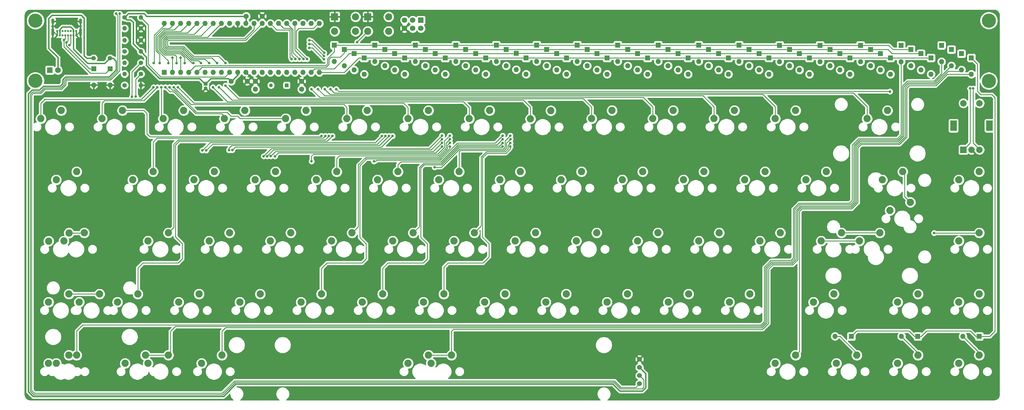
<source format=gbr>
G04 #@! TF.GenerationSoftware,KiCad,Pcbnew,(5.1.7)-1*
G04 #@! TF.CreationDate,2020-11-23T21:39:07-05:00*
G04 #@! TF.ProjectId,Ganjing keyboard,47616e6a-696e-4672-906b-6579626f6172,rev?*
G04 #@! TF.SameCoordinates,Original*
G04 #@! TF.FileFunction,Copper,L1,Top*
G04 #@! TF.FilePolarity,Positive*
%FSLAX46Y46*%
G04 Gerber Fmt 4.6, Leading zero omitted, Abs format (unit mm)*
G04 Created by KiCad (PCBNEW (5.1.7)-1) date 2020-11-23 21:39:07*
%MOMM*%
%LPD*%
G01*
G04 APERTURE LIST*
G04 #@! TA.AperFunction,ComponentPad*
%ADD10C,4.400000*%
G04 #@! TD*
G04 #@! TA.AperFunction,ComponentPad*
%ADD11C,2.250000*%
G04 #@! TD*
G04 #@! TA.AperFunction,ComponentPad*
%ADD12O,1.600000X1.600000*%
G04 #@! TD*
G04 #@! TA.AperFunction,ComponentPad*
%ADD13R,1.600000X1.600000*%
G04 #@! TD*
G04 #@! TA.AperFunction,ComponentPad*
%ADD14R,2.000000X2.000000*%
G04 #@! TD*
G04 #@! TA.AperFunction,ComponentPad*
%ADD15C,2.000000*%
G04 #@! TD*
G04 #@! TA.AperFunction,ComponentPad*
%ADD16R,2.000000X3.200000*%
G04 #@! TD*
G04 #@! TA.AperFunction,ComponentPad*
%ADD17C,1.524000*%
G04 #@! TD*
G04 #@! TA.AperFunction,ComponentPad*
%ADD18C,1.150000*%
G04 #@! TD*
G04 #@! TA.AperFunction,ComponentPad*
%ADD19R,1.150000X1.150000*%
G04 #@! TD*
G04 #@! TA.AperFunction,ComponentPad*
%ADD20C,0.650000*%
G04 #@! TD*
G04 #@! TA.AperFunction,ComponentPad*
%ADD21O,0.900000X2.400000*%
G04 #@! TD*
G04 #@! TA.AperFunction,ComponentPad*
%ADD22O,0.900000X1.700000*%
G04 #@! TD*
G04 #@! TA.AperFunction,ComponentPad*
%ADD23C,2.200000*%
G04 #@! TD*
G04 #@! TA.AperFunction,ComponentPad*
%ADD24R,2.200000X2.200000*%
G04 #@! TD*
G04 #@! TA.AperFunction,ComponentPad*
%ADD25O,1.400000X1.400000*%
G04 #@! TD*
G04 #@! TA.AperFunction,ComponentPad*
%ADD26C,1.400000*%
G04 #@! TD*
G04 #@! TA.AperFunction,ComponentPad*
%ADD27R,1.700000X1.700000*%
G04 #@! TD*
G04 #@! TA.AperFunction,ComponentPad*
%ADD28C,1.700000*%
G04 #@! TD*
G04 #@! TA.AperFunction,ComponentPad*
%ADD29C,1.800000*%
G04 #@! TD*
G04 #@! TA.AperFunction,ComponentPad*
%ADD30R,1.800000X1.800000*%
G04 #@! TD*
G04 #@! TA.AperFunction,ComponentPad*
%ADD31R,1.200000X1.200000*%
G04 #@! TD*
G04 #@! TA.AperFunction,ComponentPad*
%ADD32C,1.200000*%
G04 #@! TD*
G04 #@! TA.AperFunction,ComponentPad*
%ADD33C,1.600000*%
G04 #@! TD*
G04 #@! TA.AperFunction,ViaPad*
%ADD34C,0.800000*%
G04 #@! TD*
G04 #@! TA.AperFunction,Conductor*
%ADD35C,0.250000*%
G04 #@! TD*
G04 #@! TA.AperFunction,Conductor*
%ADD36C,0.400000*%
G04 #@! TD*
G04 #@! TA.AperFunction,Conductor*
%ADD37C,0.254000*%
G04 #@! TD*
G04 #@! TA.AperFunction,Conductor*
%ADD38C,0.100000*%
G04 #@! TD*
G04 APERTURE END LIST*
D10*
X63531250Y-119017531D03*
X63531250Y-100267531D03*
X360331250Y-100267531D03*
X360331250Y-119062500D03*
D11*
X214471250Y-147320000D03*
X208121250Y-149860000D03*
D12*
X156600000Y-113000000D03*
D13*
X156600000Y-107920000D03*
D12*
X169200000Y-113000000D03*
D13*
X169200000Y-107920000D03*
D12*
X181800000Y-113000000D03*
D13*
X181800000Y-107920000D03*
D12*
X194400000Y-113000000D03*
D13*
X194400000Y-107920000D03*
D12*
X207000000Y-113000000D03*
D13*
X207000000Y-107920000D03*
D12*
X219600000Y-113000000D03*
D13*
X219600000Y-107920000D03*
D12*
X232200000Y-113000000D03*
D13*
X232200000Y-107920000D03*
D12*
X244800000Y-113000000D03*
D13*
X244800000Y-107920000D03*
D12*
X257400000Y-113000000D03*
D13*
X257400000Y-107920000D03*
D12*
X270000000Y-113000000D03*
D13*
X270000000Y-107920000D03*
D12*
X282600000Y-113000000D03*
D13*
X282600000Y-107920000D03*
D12*
X295200000Y-113050000D03*
D13*
X295200000Y-107970000D03*
D12*
X307800000Y-113050000D03*
D13*
X307800000Y-107970000D03*
D12*
X320400000Y-113050000D03*
D13*
X320400000Y-107970000D03*
D12*
X336100000Y-114350000D03*
D13*
X336100000Y-109270000D03*
D12*
X159700000Y-114350000D03*
D13*
X159700000Y-109270000D03*
D12*
X172300000Y-114350000D03*
D13*
X172300000Y-109270000D03*
D12*
X184900000Y-114350000D03*
D13*
X184900000Y-109270000D03*
D12*
X197500000Y-114350000D03*
D13*
X197500000Y-109270000D03*
D12*
X210100000Y-114350000D03*
D13*
X210100000Y-109270000D03*
D12*
X222700000Y-114380000D03*
D13*
X222700000Y-109300000D03*
D12*
X235300000Y-114350000D03*
D13*
X235300000Y-109270000D03*
D12*
X247900000Y-114350000D03*
D13*
X247900000Y-109270000D03*
D12*
X260500000Y-114350000D03*
D13*
X260500000Y-109270000D03*
D12*
X273100000Y-114350000D03*
D13*
X273100000Y-109270000D03*
D12*
X285700000Y-114350000D03*
D13*
X285700000Y-109270000D03*
D12*
X298300000Y-114350000D03*
D13*
X298300000Y-109270000D03*
D12*
X310900000Y-114350000D03*
D13*
X310900000Y-109270000D03*
D12*
X323500000Y-114350000D03*
D13*
X323500000Y-109270000D03*
D12*
X339200000Y-115650000D03*
D13*
X339200000Y-110570000D03*
D12*
X162800000Y-115650000D03*
D13*
X162800000Y-110570000D03*
D12*
X175400000Y-115650000D03*
D13*
X175400000Y-110570000D03*
D12*
X188000000Y-115650000D03*
D13*
X188000000Y-110570000D03*
D12*
X200600000Y-115650000D03*
D13*
X200600000Y-110570000D03*
D12*
X213200000Y-115550000D03*
D13*
X213200000Y-110470000D03*
D12*
X225800000Y-115650000D03*
D13*
X225800000Y-110570000D03*
D12*
X238400000Y-115650000D03*
D13*
X238400000Y-110570000D03*
D12*
X251000000Y-115650000D03*
D13*
X251000000Y-110570000D03*
D12*
X263600000Y-115650000D03*
D13*
X263600000Y-110570000D03*
D12*
X276200000Y-115650000D03*
D13*
X276200000Y-110570000D03*
D12*
X288800000Y-115650000D03*
D13*
X288800000Y-110570000D03*
D12*
X301400000Y-115650000D03*
D13*
X301400000Y-110570000D03*
D12*
X314000000Y-115650000D03*
D13*
X314000000Y-110570000D03*
D12*
X326600000Y-115650000D03*
D13*
X326600000Y-110570000D03*
D12*
X165900000Y-116950000D03*
D13*
X165900000Y-111870000D03*
D12*
X191100000Y-116980000D03*
D13*
X191100000Y-111900000D03*
D12*
X203700000Y-116950000D03*
D13*
X203700000Y-111870000D03*
D12*
X216300000Y-116950000D03*
D13*
X216300000Y-111870000D03*
D12*
X228900000Y-116950000D03*
D13*
X228900000Y-111870000D03*
D12*
X241500000Y-116950000D03*
D13*
X241500000Y-111870000D03*
D12*
X254100000Y-116950000D03*
D13*
X254100000Y-111870000D03*
D12*
X266700000Y-116950000D03*
D13*
X266700000Y-111870000D03*
D12*
X279300000Y-116950000D03*
D13*
X279300000Y-111870000D03*
D12*
X291900000Y-116950000D03*
D13*
X291900000Y-111870000D03*
D12*
X304500000Y-116950000D03*
D13*
X304500000Y-111870000D03*
D12*
X317100000Y-116950000D03*
D13*
X317100000Y-111870000D03*
D12*
X329700000Y-116950000D03*
D13*
X329700000Y-111870000D03*
D12*
X342300000Y-116950000D03*
D13*
X342300000Y-111870000D03*
D12*
X333000000Y-113050000D03*
D13*
X333000000Y-107970000D03*
D12*
X345600000Y-113050000D03*
D13*
X345600000Y-107970000D03*
D12*
X348700000Y-114350000D03*
D13*
X348700000Y-109270000D03*
D12*
X351800000Y-115650000D03*
D13*
X351800000Y-110570000D03*
D12*
X354900000Y-116950000D03*
D13*
X354900000Y-111870000D03*
D12*
X312450000Y-198600000D03*
D13*
X317530000Y-198600000D03*
D12*
X333150000Y-198600000D03*
D13*
X338230000Y-198600000D03*
D12*
X352250000Y-198600000D03*
D13*
X357330000Y-198600000D03*
D12*
X178500000Y-116950000D03*
D13*
X178500000Y-111870000D03*
D12*
X86800000Y-120350000D03*
D13*
X86800000Y-115270000D03*
D12*
X81700000Y-120350000D03*
D13*
X81700000Y-115270000D03*
D11*
X193040000Y-204470000D03*
X186690000Y-207010000D03*
X335915000Y-156845000D03*
X329565000Y-159385000D03*
X185896250Y-204470000D03*
X179546250Y-207010000D03*
D14*
X352425000Y-140493750D03*
D15*
X354925000Y-140493750D03*
X357425000Y-140493750D03*
D16*
X349325000Y-132993750D03*
X360525000Y-132993750D03*
D15*
X352425000Y-125993750D03*
X357425000Y-125993750D03*
D17*
X251581250Y-213360000D03*
X251581250Y-210820000D03*
X251581250Y-208280000D03*
X251581250Y-205740000D03*
D18*
X136860000Y-120400000D03*
D19*
X141740000Y-120400000D03*
D11*
X326390000Y-166370000D03*
X320040000Y-168910000D03*
X328771250Y-128270000D03*
X322421250Y-130810000D03*
X83502500Y-185420000D03*
X77152500Y-187960000D03*
X67653000Y-168935400D03*
X74003000Y-166395400D03*
X333533750Y-147320000D03*
X327183750Y-149860000D03*
X143033750Y-166370000D03*
X136683750Y-168910000D03*
D20*
X74525000Y-104850000D03*
X76225000Y-104850000D03*
X75375000Y-104850000D03*
X73675000Y-104850000D03*
X72825000Y-104850000D03*
X71975000Y-104850000D03*
X71125000Y-104850000D03*
X70275000Y-104850000D03*
X76225000Y-103525000D03*
X75370000Y-103525000D03*
X74520000Y-103525000D03*
X73670000Y-103525000D03*
X72820000Y-103525000D03*
X71970000Y-103525000D03*
X71120000Y-103525000D03*
X70270000Y-103525000D03*
D21*
X77575000Y-103870000D03*
X68925000Y-103870000D03*
D22*
X77575000Y-100490000D03*
X68925000Y-100490000D03*
D12*
X103650000Y-101160000D03*
X151910000Y-116400000D03*
X106190000Y-101160000D03*
X149370000Y-116400000D03*
X108730000Y-101160000D03*
X146830000Y-116400000D03*
X111270000Y-101160000D03*
X144290000Y-116400000D03*
X113810000Y-101160000D03*
X141750000Y-116400000D03*
X116350000Y-101160000D03*
X139210000Y-116400000D03*
X118890000Y-101160000D03*
X136670000Y-116400000D03*
X121430000Y-101160000D03*
X134130000Y-116400000D03*
X123970000Y-101160000D03*
X131590000Y-116400000D03*
X126510000Y-101160000D03*
X129050000Y-116400000D03*
X129050000Y-101160000D03*
X126510000Y-116400000D03*
X131590000Y-101160000D03*
X123970000Y-116400000D03*
X134130000Y-101160000D03*
X121430000Y-116400000D03*
X136670000Y-101160000D03*
X118890000Y-116400000D03*
X139210000Y-101160000D03*
X116350000Y-116400000D03*
X141750000Y-101160000D03*
X113810000Y-116400000D03*
X144290000Y-101160000D03*
X111270000Y-116400000D03*
X146830000Y-101160000D03*
X108730000Y-116400000D03*
X149370000Y-101160000D03*
X106190000Y-116400000D03*
X151910000Y-101160000D03*
D13*
X103650000Y-116400000D03*
D23*
X156700000Y-103600000D03*
X163200000Y-103600000D03*
X163200000Y-99100000D03*
D24*
X156700000Y-99100000D03*
D23*
X167000000Y-103600000D03*
X173500000Y-103600000D03*
X173500000Y-99100000D03*
D24*
X167000000Y-99100000D03*
D25*
X91320000Y-116900000D03*
D26*
X96400000Y-116900000D03*
D25*
X91320000Y-113400000D03*
D26*
X96400000Y-113400000D03*
D25*
X91320000Y-102700000D03*
D26*
X96400000Y-102700000D03*
D25*
X91320000Y-106400000D03*
D26*
X96400000Y-106400000D03*
D25*
X96380000Y-99300000D03*
D26*
X91300000Y-99300000D03*
D25*
X96380000Y-109900000D03*
D26*
X91300000Y-109900000D03*
D25*
X96380000Y-120400000D03*
D26*
X91300000Y-120400000D03*
D11*
X104933750Y-204470000D03*
X98583750Y-207010000D03*
X76358750Y-204470000D03*
X70008750Y-207010000D03*
X73977500Y-185420000D03*
X67627500Y-187960000D03*
X314483750Y-166370000D03*
X308133750Y-168910000D03*
X95408750Y-185420000D03*
X89058750Y-187960000D03*
X357346250Y-204470000D03*
X350996250Y-207010000D03*
X338296250Y-204470000D03*
X331946250Y-207010000D03*
X319246250Y-204470000D03*
X312896250Y-207010000D03*
X300196250Y-204470000D03*
X293846250Y-207010000D03*
X121602500Y-204470000D03*
X115252500Y-207010000D03*
X97790000Y-204470000D03*
X91440000Y-207010000D03*
X73977500Y-204470000D03*
X67627500Y-207010000D03*
X357346250Y-185420000D03*
X350996250Y-187960000D03*
X338296250Y-185420000D03*
X331946250Y-187960000D03*
X305752500Y-187960000D03*
X312102500Y-185420000D03*
X285908750Y-185420000D03*
X279558750Y-187960000D03*
X266858750Y-185420000D03*
X260508750Y-187960000D03*
X247808750Y-185420000D03*
X241458750Y-187960000D03*
X228758750Y-185420000D03*
X222408750Y-187960000D03*
X209708750Y-185420000D03*
X203358750Y-187960000D03*
X190658750Y-185420000D03*
X184308750Y-187960000D03*
X171608750Y-185420000D03*
X165258750Y-187960000D03*
X152558750Y-185420000D03*
X146208750Y-187960000D03*
X133508750Y-185420000D03*
X127158750Y-187960000D03*
X114458750Y-185420000D03*
X108108750Y-187960000D03*
X357346250Y-166370000D03*
X350996250Y-168910000D03*
X295433750Y-166370000D03*
X289083750Y-168910000D03*
X276383750Y-166370000D03*
X270033750Y-168910000D03*
X257333750Y-166370000D03*
X250983750Y-168910000D03*
X238283750Y-166370000D03*
X231933750Y-168910000D03*
X219233750Y-166370000D03*
X212883750Y-168910000D03*
X200183750Y-166370000D03*
X193833750Y-168910000D03*
X181133750Y-166370000D03*
X174783750Y-168910000D03*
X162083750Y-166370000D03*
X155733750Y-168910000D03*
X123983750Y-166370000D03*
X117633750Y-168910000D03*
X104933750Y-166370000D03*
X98583750Y-168910000D03*
X72390000Y-168910000D03*
X78740000Y-166370000D03*
X357346250Y-147320000D03*
X350996250Y-149860000D03*
X309721250Y-147320000D03*
X303371250Y-149860000D03*
X290671250Y-147320000D03*
X284321250Y-149860000D03*
X271621250Y-147320000D03*
X265271250Y-149860000D03*
X252571250Y-147320000D03*
X246221250Y-149860000D03*
X233521250Y-147320000D03*
X227171250Y-149860000D03*
X195421250Y-147320000D03*
X189071250Y-149860000D03*
X176371250Y-147320000D03*
X170021250Y-149860000D03*
X157321250Y-147320000D03*
X150971250Y-149860000D03*
X138271250Y-147320000D03*
X131921250Y-149860000D03*
X119221250Y-147320000D03*
X112871250Y-149860000D03*
X100171250Y-147320000D03*
X93821250Y-149860000D03*
X76358750Y-147320000D03*
X70008750Y-149860000D03*
X300196250Y-128270000D03*
X293846250Y-130810000D03*
X281146250Y-128270000D03*
X274796250Y-130810000D03*
X262096250Y-128270000D03*
X255746250Y-130810000D03*
X243046250Y-128270000D03*
X236696250Y-130810000D03*
X223996250Y-128320000D03*
X217646250Y-130860000D03*
X204946250Y-128270000D03*
X198596250Y-130810000D03*
X185896250Y-128270000D03*
X179546250Y-130810000D03*
X166846250Y-128270000D03*
X160496250Y-130810000D03*
X147796250Y-128270000D03*
X141446250Y-130810000D03*
X128746250Y-128270000D03*
X122396250Y-130810000D03*
X109696250Y-128270000D03*
X103346250Y-130810000D03*
X90646250Y-128270000D03*
X84296250Y-130810000D03*
X71596250Y-128270000D03*
X65246250Y-130810000D03*
D27*
X183540000Y-100130000D03*
D28*
X183540000Y-102670000D03*
X181000000Y-100130000D03*
X181000000Y-102670000D03*
X178460000Y-100130000D03*
X178460000Y-102670000D03*
D26*
X86750000Y-112000000D03*
X81650000Y-112000000D03*
D29*
X70540000Y-115700000D03*
D30*
X68000000Y-115700000D03*
D31*
X116500000Y-119900000D03*
D32*
X116500000Y-121400000D03*
D33*
X134150000Y-98900000D03*
X129150000Y-98900000D03*
X129500000Y-119150000D03*
X124500000Y-119150000D03*
X132000000Y-119150000D03*
X132000000Y-121650000D03*
X146400000Y-119150000D03*
X146400000Y-121650000D03*
D34*
X83900000Y-105700000D03*
X63600000Y-109300000D03*
X94000000Y-109800000D03*
X116400000Y-108700000D03*
X122700000Y-103900000D03*
X136700000Y-108700000D03*
X160200000Y-100900000D03*
X170600000Y-100900000D03*
X173100000Y-119500000D03*
X218700000Y-119500000D03*
X297600000Y-119500000D03*
X315600000Y-119500000D03*
X324300000Y-119500000D03*
X334800000Y-117300000D03*
X350100000Y-119500000D03*
X360300000Y-113000000D03*
X76800000Y-120600000D03*
X113000000Y-121400000D03*
X129200000Y-121500000D03*
X134300000Y-120300000D03*
X160400000Y-118100000D03*
X153600000Y-128200000D03*
X137200000Y-128200000D03*
X125700000Y-128200000D03*
X106200000Y-128200000D03*
X100600000Y-128200000D03*
X87100000Y-128200000D03*
X75900000Y-128200000D03*
X68000000Y-128200000D03*
X64000000Y-142000000D03*
X73700000Y-142000000D03*
X88100000Y-142000000D03*
X103200000Y-142000000D03*
X66200000Y-160600000D03*
X76900000Y-160600000D03*
X88100000Y-160600000D03*
X103200000Y-160600000D03*
X115600000Y-147200000D03*
X118100000Y-131500000D03*
X128900000Y-142000000D03*
X134700000Y-146300000D03*
X148200000Y-160600000D03*
X153700000Y-144700000D03*
X160700000Y-148700000D03*
X177500000Y-136900000D03*
X183700000Y-137400000D03*
X182500000Y-128200000D03*
X201600000Y-128200000D03*
X229100000Y-128200000D03*
X239500000Y-128200000D03*
X252600000Y-128200000D03*
X258800000Y-128200000D03*
X265600000Y-128200000D03*
X175400000Y-160600000D03*
X195100000Y-160600000D03*
X205800000Y-160600000D03*
X215500000Y-160600000D03*
X225200000Y-160600000D03*
X234600000Y-160600000D03*
X244100000Y-160600000D03*
X253500000Y-160600000D03*
X262800000Y-160600000D03*
X245000000Y-142000000D03*
X254400000Y-142000000D03*
X264100000Y-142000000D03*
X235000000Y-142000000D03*
X226000000Y-142000000D03*
X216600000Y-138000000D03*
X206000000Y-144400000D03*
X198400000Y-142000000D03*
X179800000Y-147400000D03*
X170500000Y-128200000D03*
X271300000Y-160600000D03*
X278500000Y-160600000D03*
X273300000Y-142000000D03*
X277500000Y-128200000D03*
X290500000Y-128200000D03*
X282300000Y-142000000D03*
X290400000Y-160600000D03*
X297600000Y-155900000D03*
X292600000Y-142000000D03*
X299700000Y-142000000D03*
X305100000Y-128200000D03*
X307400000Y-163300000D03*
X296100000Y-190800000D03*
X346200000Y-128200000D03*
X321400000Y-142000000D03*
X329100000Y-142000000D03*
X338100000Y-146600000D03*
X339700000Y-133500000D03*
X360500000Y-137200000D03*
X360500000Y-149200000D03*
X349300000Y-142000000D03*
X340000000Y-215300000D03*
X356300000Y-181000000D03*
X345300000Y-202300000D03*
X326200000Y-202300000D03*
X320500000Y-188700000D03*
X345200000Y-188800000D03*
X333400000Y-176800000D03*
X285900000Y-215300000D03*
X272900000Y-181000000D03*
X265700000Y-176800000D03*
X253800000Y-181000000D03*
X246900000Y-176800000D03*
X234600000Y-181000000D03*
X228000000Y-176800000D03*
X215900000Y-181000000D03*
X199000000Y-181000000D03*
X181100000Y-181000000D03*
X161500000Y-181000000D03*
X151100000Y-176800000D03*
X139100000Y-181000000D03*
X131800000Y-176800000D03*
X189500000Y-202300000D03*
X217900000Y-202300000D03*
X232900000Y-215300000D03*
X198400000Y-215300000D03*
X161100000Y-215300000D03*
X161400000Y-202300000D03*
X133200000Y-202300000D03*
X268400000Y-202300000D03*
X76800000Y-181000000D03*
X64300000Y-188000000D03*
X66900000Y-213600000D03*
X84000000Y-202300000D03*
X102600000Y-181000000D03*
X117600000Y-181000000D03*
X119500000Y-160600000D03*
X129500000Y-160600000D03*
X138600000Y-160600000D03*
X113900000Y-202300000D03*
X123500000Y-217900000D03*
X61200000Y-217300000D03*
X257400000Y-116200000D03*
X187900000Y-119700000D03*
X151700000Y-105300000D03*
X146700000Y-105300000D03*
X71300000Y-100300000D03*
X74100000Y-114200000D03*
X152600000Y-136174924D03*
X171400000Y-136200000D03*
X115500000Y-140700000D03*
X190100202Y-136099712D03*
X134600000Y-142500002D03*
X192525000Y-136100000D03*
X149500000Y-144100000D03*
X168900000Y-144100000D03*
X208999997Y-136100003D03*
X187800000Y-145925000D03*
X211374924Y-136100000D03*
X153800002Y-136200000D03*
X172500000Y-136200000D03*
X116700000Y-140700000D03*
X190097043Y-137192344D03*
X135699992Y-142500000D03*
X192525000Y-137200000D03*
X209000004Y-137200000D03*
X211400000Y-137200004D03*
X154900000Y-136199996D03*
X173599998Y-136200000D03*
X123799987Y-140600000D03*
X190100000Y-138300004D03*
X136797752Y-142489312D03*
X192600000Y-138300000D03*
X209000000Y-138400000D03*
X211387341Y-138387340D03*
X343300000Y-166400000D03*
X174699998Y-136200000D03*
X124800000Y-140600002D03*
X138100000Y-142500000D03*
X190100000Y-139499998D03*
X192600000Y-139500000D03*
X208987342Y-139474990D03*
X211387339Y-139474990D03*
X153400000Y-112299998D03*
X148800000Y-108800000D03*
X156000000Y-136200000D03*
X72400000Y-106300000D03*
X73200000Y-107100000D03*
X89800000Y-98125010D03*
X88700000Y-98100000D03*
X100300000Y-121000000D03*
X100400000Y-113500000D03*
X101500000Y-121000000D03*
X102200000Y-113500000D03*
X102700000Y-121000000D03*
X104900000Y-113500000D03*
X104000002Y-121000000D03*
X107500004Y-113500000D03*
X105300000Y-121000002D03*
X110000002Y-113500000D03*
X106600000Y-120999998D03*
X112700000Y-113500000D03*
X107900000Y-121000000D03*
X115100000Y-113499998D03*
X118774990Y-121000000D03*
X117600000Y-113500000D03*
X120700000Y-121000036D03*
X120100000Y-113500000D03*
X122700000Y-120500000D03*
X122699998Y-113500000D03*
X149500000Y-121600000D03*
X143262660Y-112262660D03*
X151500000Y-121600000D03*
X144500000Y-112250001D03*
X153600000Y-121600000D03*
X145750000Y-112250000D03*
X155400000Y-121600000D03*
X147000000Y-112250002D03*
X157200000Y-121600000D03*
X329550090Y-122349910D03*
X148100000Y-112259960D03*
X163700016Y-106975021D03*
X93600072Y-124000000D03*
X94800000Y-123900000D03*
X148800000Y-107600000D03*
X153400000Y-111299995D03*
X354500000Y-121400000D03*
X108729998Y-111769964D03*
X148800000Y-106400000D03*
X153412651Y-110287341D03*
X355500000Y-121399998D03*
X106200000Y-111800000D03*
X74100000Y-107900000D03*
D35*
X68925000Y-100490000D02*
X68925000Y-103870000D01*
X69295000Y-103870000D02*
X70275000Y-104850000D01*
X68925000Y-103870000D02*
X69295000Y-103870000D01*
X70275000Y-103530000D02*
X70270000Y-103525000D01*
D36*
X70275000Y-104850000D02*
X70275000Y-103530000D01*
X76225000Y-103525000D02*
X76225000Y-104850000D01*
D35*
X77205000Y-103870000D02*
X76225000Y-104850000D01*
X77575000Y-103870000D02*
X77205000Y-103870000D01*
X77575000Y-100490000D02*
X77575000Y-103870000D01*
D36*
X129050000Y-116400000D02*
X130400000Y-117750000D01*
X129150000Y-101060000D02*
X129050000Y-101160000D01*
X129150000Y-98900000D02*
X129150000Y-101060000D01*
X126500000Y-116390000D02*
X126510000Y-116400000D01*
X91999999Y-99999999D02*
X91300000Y-99300000D01*
X93199999Y-99999999D02*
X91999999Y-99999999D01*
X94000000Y-100800000D02*
X93199999Y-99999999D01*
X98200000Y-98900000D02*
X129150000Y-98900000D01*
X97400000Y-98100000D02*
X98200000Y-98900000D01*
X91300000Y-99300000D02*
X92500000Y-98100000D01*
X92500000Y-98100000D02*
X97400000Y-98100000D01*
X116400000Y-120000000D02*
X116500000Y-119900000D01*
X114700000Y-118300000D02*
X116400000Y-120000000D01*
X102200000Y-118300000D02*
X114700000Y-118300000D01*
X98100000Y-114200000D02*
X102200000Y-118300000D01*
X124500000Y-119150000D02*
X124600000Y-119150000D01*
X126510000Y-117290000D02*
X126510000Y-116400000D01*
X126460000Y-117290000D02*
X126510000Y-117290000D01*
X124600000Y-119150000D02*
X126460000Y-117290000D01*
X123650000Y-118300000D02*
X124500000Y-119150000D01*
X116500000Y-119900000D02*
X118100000Y-118300000D01*
X118100000Y-118300000D02*
X123650000Y-118300000D01*
X70540000Y-115700000D02*
X70540000Y-111740000D01*
X70540000Y-112750000D02*
X70540000Y-111740000D01*
X98100000Y-111620000D02*
X98100000Y-112000000D01*
X96380000Y-109900000D02*
X98100000Y-111620000D01*
X98100000Y-112000000D02*
X98100000Y-114200000D01*
X94000000Y-107520000D02*
X94000000Y-106700000D01*
X96380000Y-109900000D02*
X94000000Y-107520000D01*
X94000000Y-106700000D02*
X94000000Y-100800000D01*
X94000000Y-107000000D02*
X94000000Y-106700000D01*
X79500000Y-112000000D02*
X81650000Y-112000000D01*
X78700000Y-111200000D02*
X79500000Y-112000000D01*
X78700000Y-99500000D02*
X78700000Y-111200000D01*
X78360010Y-99160010D02*
X78360010Y-99239990D01*
X78400000Y-99200000D02*
X78700000Y-99500000D01*
X77800000Y-98600000D02*
X78360010Y-99160010D01*
X68700000Y-98600000D02*
X77800000Y-98600000D01*
X78360010Y-99239990D02*
X78400000Y-99200000D01*
X67700000Y-99600000D02*
X68700000Y-98600000D01*
X67700000Y-108900000D02*
X67700000Y-99600000D01*
X70540000Y-111740000D02*
X67700000Y-108900000D01*
D35*
X156600000Y-107920000D02*
X169200000Y-107920000D01*
X181800000Y-107920000D02*
X194400000Y-107920000D01*
X194400000Y-107920000D02*
X207000000Y-107920000D01*
X207000000Y-107920000D02*
X219600000Y-107920000D01*
X220650000Y-107920000D02*
X232200000Y-107920000D01*
X219600000Y-107920000D02*
X220650000Y-107920000D01*
X232200000Y-107920000D02*
X244800000Y-107920000D01*
X244800000Y-107920000D02*
X257400000Y-107920000D01*
X257400000Y-107920000D02*
X270000000Y-107920000D01*
X273935002Y-107920000D02*
X282600000Y-107920000D01*
X270000000Y-107920000D02*
X273935002Y-107920000D01*
X295150000Y-107920000D02*
X295200000Y-107970000D01*
X282600000Y-107920000D02*
X295150000Y-107920000D01*
X295200000Y-107970000D02*
X307800000Y-107970000D01*
X307800000Y-107970000D02*
X320400000Y-107970000D01*
X335050000Y-109270000D02*
X336100000Y-109270000D01*
X330470000Y-109270000D02*
X335050000Y-109270000D01*
X320400000Y-107970000D02*
X329170000Y-107970000D01*
X329170000Y-107970000D02*
X330470000Y-109270000D01*
X154449990Y-113713600D02*
X154449991Y-112113599D01*
X115448002Y-114325002D02*
X115473004Y-114300000D01*
X156600000Y-109963590D02*
X156600000Y-108970000D01*
X115473004Y-114300000D02*
X153863590Y-114300000D01*
X111270000Y-116400000D02*
X113344998Y-114325002D01*
X153863590Y-114300000D02*
X154449990Y-113713600D01*
X154449991Y-112113599D02*
X156600000Y-109963590D01*
X156600000Y-108970000D02*
X156600000Y-107920000D01*
X113344998Y-114325002D02*
X115448002Y-114325002D01*
X169200000Y-107920000D02*
X181800000Y-107920000D01*
X152325000Y-136449924D02*
X152600000Y-136174924D01*
X90646250Y-128270000D02*
X97270000Y-128270000D01*
X97270000Y-128270000D02*
X98250000Y-129250000D01*
X98250000Y-129250000D02*
X98250000Y-135500000D01*
X98250000Y-135500000D02*
X99199924Y-136449924D01*
X99199924Y-136449924D02*
X152325000Y-136449924D01*
X115899999Y-140300001D02*
X115500000Y-140700000D01*
X117950033Y-138249967D02*
X115899999Y-140300001D01*
X169350033Y-138249967D02*
X117950033Y-138249967D01*
X171400000Y-136200000D02*
X169350033Y-138249967D01*
X137000046Y-140099956D02*
X134999999Y-142100003D01*
X186099958Y-140099956D02*
X137000046Y-140099956D01*
X190100202Y-136099712D02*
X186099958Y-140099956D01*
X134999999Y-142100003D02*
X134600000Y-142500002D01*
X149500000Y-142500000D02*
X149500000Y-144100000D01*
X150100000Y-141900000D02*
X149500000Y-142500000D01*
X188773000Y-141900000D02*
X150100000Y-141900000D01*
X190900000Y-139773000D02*
X188773000Y-141900000D01*
X192525000Y-136100000D02*
X190900000Y-137725000D01*
X190900000Y-137725000D02*
X190900000Y-139773000D01*
X206700000Y-138400000D02*
X208999997Y-136100003D01*
X194902095Y-138400000D02*
X206700000Y-138400000D01*
X189552065Y-143750030D02*
X194902095Y-138400000D01*
X169815655Y-143750030D02*
X189552065Y-143750030D01*
X169465685Y-144100000D02*
X169815655Y-143750030D01*
X168900000Y-144100000D02*
X169465685Y-144100000D01*
X195622734Y-140225001D02*
X209275000Y-140225000D01*
X210974925Y-136499999D02*
X211374924Y-136100000D01*
X209762316Y-139737684D02*
X209762316Y-137712608D01*
X189922735Y-145925000D02*
X195622734Y-140225001D01*
X187800000Y-145925000D02*
X189922735Y-145925000D01*
X209275000Y-140225000D02*
X209762316Y-139737684D01*
X209762316Y-137712608D02*
X210974925Y-136499999D01*
X184800000Y-109370000D02*
X184900000Y-109270000D01*
X234070000Y-109300000D02*
X234100000Y-109270000D01*
X172200000Y-109300000D02*
X172300000Y-109400000D01*
X159700000Y-109270000D02*
X172300000Y-109270000D01*
X172300000Y-109270000D02*
X184900000Y-109270000D01*
X188885002Y-109270000D02*
X197500000Y-109270000D01*
X184900000Y-109270000D02*
X188885002Y-109270000D01*
X197500000Y-109270000D02*
X210100000Y-109270000D01*
X222670000Y-109270000D02*
X222700000Y-109300000D01*
X210100000Y-109270000D02*
X222670000Y-109270000D01*
X235270000Y-109300000D02*
X235300000Y-109270000D01*
X222700000Y-109300000D02*
X235270000Y-109300000D01*
X235300000Y-109270000D02*
X247900000Y-109270000D01*
X247900000Y-109270000D02*
X260500000Y-109270000D01*
X264485002Y-109270000D02*
X273100000Y-109270000D01*
X260500000Y-109270000D02*
X264485002Y-109270000D01*
X273100000Y-109270000D02*
X285700000Y-109270000D01*
X285700000Y-109270000D02*
X298300000Y-109270000D01*
X298300000Y-109270000D02*
X310900000Y-109270000D01*
X310900000Y-109270000D02*
X323500000Y-109270000D01*
X338150000Y-110570000D02*
X339200000Y-110570000D01*
X330233590Y-110570000D02*
X338150000Y-110570000D01*
X328933590Y-109270000D02*
X330233590Y-110570000D01*
X323500000Y-109270000D02*
X328933590Y-109270000D01*
X155600000Y-111600000D02*
X158420000Y-111600000D01*
X158420000Y-111600000D02*
X159700000Y-110320000D01*
X154900000Y-113900000D02*
X154900000Y-112300000D01*
X154000000Y-114800000D02*
X154900000Y-113900000D01*
X154900000Y-112300000D02*
X155600000Y-111600000D01*
X159700000Y-110320000D02*
X159700000Y-109270000D01*
X115410000Y-114800000D02*
X154000000Y-114800000D01*
X113810000Y-116400000D02*
X115410000Y-114800000D01*
X153400003Y-136599999D02*
X153800002Y-136200000D01*
X153100068Y-136899934D02*
X153400003Y-136599999D01*
X101400066Y-136899934D02*
X153100068Y-136899934D01*
X100171250Y-147320000D02*
X100171250Y-138128750D01*
X100171250Y-138128750D02*
X101400066Y-136899934D01*
X170000022Y-138699978D02*
X118700022Y-138699978D01*
X118700022Y-138699978D02*
X116700000Y-140700000D01*
X172500000Y-136200000D02*
X170000022Y-138699978D01*
X136099991Y-142100001D02*
X135699992Y-142500000D01*
X137650025Y-140549967D02*
X136099991Y-142100001D01*
X190097043Y-137192344D02*
X186739420Y-140549967D01*
X186739420Y-140549967D02*
X137650025Y-140549967D01*
X157321250Y-143178750D02*
X157321250Y-147320000D01*
X192525000Y-137225000D02*
X191350009Y-138399991D01*
X192525000Y-137200000D02*
X192525000Y-137225000D01*
X191350009Y-138399991D02*
X191350009Y-139959401D01*
X158100000Y-142400000D02*
X157321250Y-143178750D01*
X191350009Y-139959401D02*
X188909410Y-142400000D01*
X188909410Y-142400000D02*
X158100000Y-142400000D01*
X209000000Y-137200000D02*
X209000004Y-137200000D01*
X177299960Y-144200040D02*
X189738465Y-144200040D01*
X189738465Y-144200040D02*
X195063535Y-138874972D01*
X176371250Y-145128750D02*
X177299960Y-144200040D01*
X207325028Y-138874972D02*
X209000000Y-137200000D01*
X195063535Y-138874972D02*
X207325028Y-138874972D01*
X176371250Y-147320000D02*
X176371250Y-145128750D01*
X211000001Y-137600003D02*
X211400000Y-137200004D01*
X210212327Y-138387677D02*
X211000001Y-137600003D01*
X195421250Y-141078750D02*
X195824989Y-140675011D01*
X209524989Y-140675011D02*
X210212327Y-139987673D01*
X210212327Y-139987673D02*
X210212327Y-138387677D01*
X195421250Y-147320000D02*
X195421250Y-141078750D01*
X195824989Y-140675011D02*
X209524989Y-140675011D01*
X334100000Y-155030000D02*
X335915000Y-156845000D01*
X333533750Y-147320000D02*
X334100000Y-147886250D01*
X334100000Y-147886250D02*
X334100000Y-155030000D01*
X74003000Y-166395400D02*
X78714600Y-166395400D01*
X78714600Y-166395400D02*
X78740000Y-166370000D01*
X163850000Y-110570000D02*
X175400000Y-110570000D01*
X162800000Y-110570000D02*
X163850000Y-110570000D01*
X175400000Y-110570000D02*
X188000000Y-110570000D01*
X188000000Y-110570000D02*
X200600000Y-110570000D01*
X225800000Y-110570000D02*
X238400000Y-110570000D01*
X238400000Y-110570000D02*
X251000000Y-110570000D01*
X251000000Y-110570000D02*
X263600000Y-110570000D01*
X263600000Y-110570000D02*
X276200000Y-110570000D01*
X276200000Y-110570000D02*
X288800000Y-110570000D01*
X288800000Y-110570000D02*
X301400000Y-110570000D01*
X301400000Y-110570000D02*
X314000000Y-110570000D01*
X314000000Y-110570000D02*
X326600000Y-110570000D01*
X150169999Y-115600001D02*
X149370000Y-116400000D01*
X150519989Y-115250011D02*
X150169999Y-115600001D01*
X156549989Y-115250011D02*
X150519989Y-115250011D01*
X162800000Y-110570000D02*
X161230000Y-110570000D01*
X161230000Y-110570000D02*
X156549989Y-115250011D01*
X213100000Y-110570000D02*
X213200000Y-110470000D01*
X200600000Y-110570000D02*
X213100000Y-110570000D01*
X225700000Y-110470000D02*
X225800000Y-110570000D01*
X213200000Y-110470000D02*
X225700000Y-110470000D01*
X154500001Y-136599995D02*
X154900000Y-136199996D01*
X117577233Y-137349945D02*
X153750051Y-137349945D01*
X153750051Y-137349945D02*
X154500001Y-136599995D01*
X104933750Y-166316250D02*
X106649991Y-164600009D01*
X104933750Y-166370000D02*
X104933750Y-166316250D01*
X106649991Y-164600009D02*
X106649991Y-138750009D01*
X106649991Y-138750009D02*
X108050011Y-137349989D01*
X108050011Y-137349989D02*
X117577189Y-137349989D01*
X117577189Y-137349989D02*
X117577233Y-137349945D01*
X173599998Y-136200000D02*
X170650009Y-139149989D01*
X123799987Y-140034315D02*
X123799987Y-140600000D01*
X124684313Y-139149989D02*
X123799987Y-140034315D01*
X170650009Y-139149989D02*
X124684313Y-139149989D01*
X137197751Y-142089313D02*
X136797752Y-142489312D01*
X190100000Y-138300004D02*
X187400026Y-140999978D01*
X138287086Y-140999978D02*
X137197751Y-142089313D01*
X187400026Y-140999978D02*
X138287086Y-140999978D01*
X164049990Y-164450010D02*
X162130000Y-166370000D01*
X164049990Y-145200010D02*
X164049990Y-164450010D01*
X191800018Y-139099982D02*
X191800018Y-140145802D01*
X192600000Y-138300000D02*
X191800018Y-139099982D01*
X162130000Y-166370000D02*
X162083750Y-166370000D01*
X191800018Y-140145802D02*
X189095810Y-142850010D01*
X166399989Y-142850011D02*
X164049990Y-145200010D01*
X189095810Y-142850010D02*
X166399989Y-142850011D01*
X195249935Y-139324982D02*
X208075018Y-139324982D01*
X189824925Y-144749990D02*
X195249935Y-139324982D01*
X184313600Y-144749990D02*
X189824925Y-144749990D01*
X183049991Y-146013599D02*
X184313600Y-144749990D01*
X183049990Y-164453760D02*
X183049991Y-146013599D01*
X208075018Y-139324982D02*
X209000000Y-138400000D01*
X181133750Y-166370000D02*
X183049990Y-164453760D01*
X210662338Y-139112343D02*
X210987342Y-138787339D01*
X210662338Y-140237662D02*
X210662338Y-139112343D01*
X209774980Y-141125020D02*
X210662338Y-140237662D01*
X210987342Y-138787339D02*
X211387341Y-138387340D01*
X200183750Y-166316250D02*
X202299991Y-164200009D01*
X200183750Y-166370000D02*
X200183750Y-166316250D01*
X202299991Y-142813599D02*
X203988569Y-141125021D01*
X202299991Y-164200009D02*
X202299991Y-142813599D01*
X203988569Y-141125021D02*
X209774980Y-141125020D01*
X326390000Y-166370000D02*
X314483750Y-166370000D01*
X357316250Y-166400000D02*
X357346250Y-166370000D01*
X343300000Y-166400000D02*
X357316250Y-166400000D01*
X73977500Y-185420000D02*
X83502500Y-185420000D01*
X317050000Y-111820000D02*
X317100000Y-111770000D01*
X159700000Y-116400000D02*
X151910000Y-116400000D01*
X165900000Y-111870000D02*
X164230000Y-111870000D01*
X164230000Y-111870000D02*
X159700000Y-116400000D01*
X165900000Y-111870000D02*
X178500000Y-111870000D01*
X191070000Y-111870000D02*
X191100000Y-111900000D01*
X178500000Y-111870000D02*
X191070000Y-111870000D01*
X202650000Y-111870000D02*
X203700000Y-111870000D01*
X193864998Y-111870000D02*
X202650000Y-111870000D01*
X193834998Y-111900000D02*
X193864998Y-111870000D01*
X191100000Y-111900000D02*
X193834998Y-111900000D01*
X203700000Y-111870000D02*
X216300000Y-111870000D01*
X216300000Y-111870000D02*
X228900000Y-111870000D01*
X228900000Y-111870000D02*
X241500000Y-111870000D01*
X241500000Y-111870000D02*
X254100000Y-111870000D01*
X254100000Y-111870000D02*
X266700000Y-111870000D01*
X266700000Y-111870000D02*
X279300000Y-111870000D01*
X279300000Y-111870000D02*
X291900000Y-111870000D01*
X292950000Y-111870000D02*
X304500000Y-111870000D01*
X291900000Y-111870000D02*
X292950000Y-111870000D01*
X304500000Y-111870000D02*
X317100000Y-111870000D01*
X317100000Y-111870000D02*
X329700000Y-111870000D01*
X329700000Y-111870000D02*
X342300000Y-111870000D01*
X174699998Y-136200000D02*
X171250053Y-139649945D01*
X125750057Y-139649945D02*
X124800000Y-140600002D01*
X171250053Y-139649945D02*
X125750057Y-139649945D01*
X189700001Y-139899997D02*
X190100000Y-139499998D01*
X188150009Y-141449989D02*
X189700001Y-139899997D01*
X138100000Y-142500000D02*
X139150011Y-141449989D01*
X139150011Y-141449989D02*
X188150009Y-141449989D01*
X189365665Y-143300020D02*
X166586390Y-143300020D01*
X166586390Y-143300020D02*
X164500000Y-145386410D01*
X192600000Y-139500000D02*
X192600000Y-140065685D01*
X192600000Y-140065685D02*
X189365665Y-143300020D01*
X166500000Y-174500000D02*
X165250000Y-175750000D01*
X164500000Y-145386410D02*
X164500000Y-167800000D01*
X164500000Y-167800000D02*
X166500000Y-169800000D01*
X166500000Y-169800000D02*
X166500000Y-174500000D01*
X152558750Y-183829010D02*
X152558750Y-185420000D01*
X154250000Y-175750000D02*
X152558750Y-177441250D01*
X165250000Y-175750000D02*
X154250000Y-175750000D01*
X152558750Y-177441250D02*
X152558750Y-183829010D01*
X171608750Y-177391250D02*
X171608750Y-185420000D01*
X173250000Y-175750000D02*
X171608750Y-177391250D01*
X185500000Y-169750000D02*
X185500000Y-174500000D01*
X184250000Y-175750000D02*
X173250000Y-175750000D01*
X183500000Y-167750000D02*
X185500000Y-169750000D01*
X183500000Y-146200000D02*
X183500000Y-167750000D01*
X184500000Y-145200000D02*
X183500000Y-146200000D01*
X190011325Y-145200000D02*
X184500000Y-145200000D01*
X185500000Y-174500000D02*
X184250000Y-175750000D01*
X195436335Y-139774992D02*
X190011325Y-145200000D01*
X208687340Y-139774992D02*
X195436335Y-139774992D01*
X208987342Y-139474990D02*
X208687340Y-139774992D01*
X190658750Y-177091250D02*
X190658750Y-185420000D01*
X202849876Y-175750000D02*
X192000000Y-175750000D01*
X204174971Y-141575029D02*
X202750000Y-143000000D01*
X204750000Y-173849876D02*
X202849876Y-175750000D01*
X202750000Y-143000000D02*
X202750000Y-167750000D01*
X192000000Y-175750000D02*
X190658750Y-177091250D01*
X202750000Y-167750000D02*
X204750000Y-169750000D01*
X204750000Y-169750000D02*
X204750000Y-173849876D01*
X211387339Y-140149071D02*
X209961381Y-141575029D01*
X211387339Y-139474990D02*
X211387339Y-140149071D01*
X209961381Y-141575029D02*
X204174971Y-141575029D01*
X73977500Y-204470000D02*
X76358750Y-204470000D01*
X76400000Y-204428750D02*
X76358750Y-204470000D01*
X76400000Y-196900000D02*
X76400000Y-204428750D01*
X78300000Y-195000000D02*
X76400000Y-196900000D01*
X289400000Y-195000000D02*
X78300000Y-195000000D01*
X290400000Y-194000000D02*
X289400000Y-195000000D01*
X290400000Y-178209178D02*
X290400000Y-194000000D01*
X290399996Y-178209174D02*
X290400000Y-178209178D01*
X290399996Y-177090772D02*
X290399996Y-178209174D01*
X292490767Y-175000003D02*
X290399996Y-177090772D01*
X292699998Y-175000002D02*
X292490767Y-175000003D01*
X299500000Y-174200000D02*
X298700000Y-175000000D01*
X317799993Y-156200007D02*
X316900000Y-157100000D01*
X317799993Y-139054364D02*
X317799993Y-156200007D01*
X319854356Y-137000003D02*
X317799993Y-139054364D01*
X331800000Y-137000000D02*
X320300000Y-137000000D01*
X333000000Y-135800000D02*
X331800000Y-137000000D01*
X333000000Y-113050000D02*
X333000000Y-135800000D01*
X320299997Y-137000003D02*
X319854356Y-137000003D01*
X298700000Y-175000000D02*
X292700000Y-175000000D01*
X301299997Y-157100000D02*
X299500000Y-158899997D01*
X299500000Y-158899997D02*
X299500000Y-174200000D01*
X320300000Y-137000000D02*
X320299997Y-137000003D01*
X316900000Y-157100000D02*
X301299997Y-157100000D01*
X292700000Y-175000000D02*
X292699998Y-175000002D01*
X357330000Y-198600000D02*
X357800000Y-198130000D01*
X356280000Y-198600000D02*
X357330000Y-198600000D01*
X354580000Y-196900000D02*
X356280000Y-198600000D01*
X340980000Y-196900000D02*
X354580000Y-196900000D01*
X338230000Y-198600000D02*
X339280000Y-198600000D01*
X339280000Y-198600000D02*
X340980000Y-196900000D01*
X360650000Y-198600000D02*
X357330000Y-198600000D01*
X362250000Y-197000000D02*
X360650000Y-198600000D01*
X362250000Y-124250000D02*
X362250000Y-197000000D01*
X361300000Y-123300000D02*
X362250000Y-124250000D01*
X354900000Y-111900000D02*
X356800000Y-113800000D01*
X354900000Y-111870000D02*
X354900000Y-111900000D01*
X356800000Y-113800000D02*
X356800000Y-122300000D01*
X357800000Y-123300000D02*
X361300000Y-123300000D01*
X356800000Y-122300000D02*
X357800000Y-123300000D01*
X319230000Y-196900000D02*
X317530000Y-198600000D01*
X335480000Y-196900000D02*
X319230000Y-196900000D01*
X338230000Y-198600000D02*
X337180000Y-198600000D01*
X337180000Y-198600000D02*
X335480000Y-196900000D01*
X149800000Y-108800000D02*
X148800000Y-108800000D01*
X153299998Y-112299998D02*
X149800000Y-108800000D01*
X153400000Y-112299998D02*
X153299998Y-112299998D01*
X97790000Y-204470000D02*
X104933750Y-204470000D01*
X333450011Y-120649988D02*
X335000000Y-119100000D01*
X333450011Y-135986400D02*
X333450011Y-120649988D01*
X331986401Y-137450010D02*
X333450011Y-135986400D01*
X320040759Y-137450010D02*
X331986401Y-137450010D01*
X318250004Y-139240764D02*
X320040759Y-137450010D01*
X317086400Y-157550011D02*
X318250004Y-156386407D01*
X301486397Y-157550011D02*
X317086400Y-157550011D01*
X289586400Y-195450010D02*
X290850009Y-194186401D01*
X107149990Y-195450010D02*
X289586400Y-195450010D01*
X318250004Y-156386407D02*
X318250004Y-139240764D01*
X290850009Y-177277169D02*
X292677168Y-175450010D01*
X335000000Y-119100000D02*
X343313590Y-119100000D01*
X105600000Y-197000000D02*
X107149990Y-195450010D01*
X104933750Y-204470000D02*
X105600000Y-203803750D01*
X105600000Y-203803750D02*
X105600000Y-197000000D01*
X290850009Y-194186401D02*
X290850009Y-177277169D01*
X292677168Y-175450010D02*
X298886400Y-175450010D01*
X298886400Y-175450010D02*
X299950009Y-174386401D01*
X345600000Y-116813590D02*
X345600000Y-113050000D01*
X299950009Y-174386401D02*
X299950011Y-159086397D01*
X343313590Y-119100000D02*
X345600000Y-116813590D01*
X299950011Y-159086397D02*
X301486397Y-157550011D01*
X121602500Y-196997500D02*
X121602500Y-202879010D01*
X122699978Y-195900022D02*
X121602500Y-196997500D01*
X272699980Y-195900020D02*
X272699978Y-195900022D01*
X289772799Y-195900020D02*
X272699980Y-195900020D01*
X291300018Y-194372802D02*
X289772799Y-195900020D01*
X291300020Y-177836379D02*
X291300018Y-194372802D01*
X291300017Y-177836375D02*
X291300020Y-177836379D01*
X291300017Y-177463570D02*
X291300017Y-177836375D01*
X292863567Y-175900021D02*
X291300017Y-177463570D01*
X299072800Y-175900021D02*
X292863567Y-175900021D01*
X300400018Y-174572802D02*
X299072800Y-175900021D01*
X318700015Y-156572807D02*
X317272800Y-158000022D01*
X272699978Y-195900022D02*
X122699978Y-195900022D01*
X300400022Y-159272797D02*
X300400022Y-168199978D01*
X348700000Y-114350000D02*
X343450001Y-119599999D01*
X343450001Y-119599999D02*
X335136411Y-119599999D01*
X335136411Y-119599999D02*
X333900022Y-120836388D01*
X301672797Y-158000022D02*
X300400022Y-159272797D01*
X333900022Y-120836388D02*
X333900022Y-136172800D01*
X333900022Y-136172800D02*
X332172801Y-137900021D01*
X332172801Y-137900021D02*
X320227159Y-137900021D01*
X320227159Y-137900021D02*
X318700015Y-139427164D01*
X318700015Y-139427164D02*
X318700015Y-156572807D01*
X317272800Y-158000022D02*
X301672797Y-158000022D01*
X300400022Y-168199978D02*
X300400020Y-168199980D01*
X121602500Y-202879010D02*
X121602500Y-204470000D01*
X300400020Y-168199980D02*
X300400018Y-174572802D01*
X187487240Y-204470000D02*
X193040000Y-204470000D01*
X185896250Y-204470000D02*
X187487240Y-204470000D01*
X193040000Y-196960000D02*
X193040000Y-204470000D01*
X193649968Y-196350032D02*
X193040000Y-196960000D01*
X272886378Y-196350032D02*
X193649968Y-196350032D01*
X319150026Y-139613564D02*
X319150026Y-156759207D01*
X317459200Y-158450033D02*
X301859197Y-158450033D01*
X334350033Y-136359200D02*
X332359201Y-138350032D01*
X334350033Y-121022787D02*
X334350033Y-136359200D01*
X335322810Y-120050010D02*
X334350033Y-121022787D01*
X272886380Y-196350030D02*
X272886378Y-196350032D01*
X320413558Y-138350032D02*
X319150026Y-139613564D01*
X291750027Y-177649978D02*
X291750029Y-177649980D01*
X351800000Y-115650000D02*
X351450000Y-116000000D01*
X347700000Y-116000000D02*
X343649990Y-120050010D01*
X332359201Y-138350032D02*
X320413558Y-138350032D01*
X351450000Y-116000000D02*
X347700000Y-116000000D01*
X301859197Y-158450033D02*
X300850033Y-159459197D01*
X343649990Y-120050010D02*
X335322810Y-120050010D01*
X300850033Y-159459197D02*
X300850032Y-168386378D01*
X300850032Y-168386378D02*
X300850029Y-168386381D01*
X300850029Y-168386381D02*
X300850027Y-174759203D01*
X319150026Y-156759207D02*
X317459200Y-158450033D01*
X299259200Y-176350031D02*
X293049967Y-176350031D01*
X291750029Y-177649980D02*
X291750027Y-194559203D01*
X289959199Y-196350030D02*
X272886380Y-196350030D01*
X300850027Y-174759203D02*
X299259200Y-176350031D01*
X293049967Y-176350031D02*
X291750027Y-177649970D01*
X291750027Y-177649970D02*
X291750027Y-177649978D01*
X291750027Y-194559203D02*
X289959199Y-196350030D01*
X302099960Y-158900040D02*
X301321249Y-159678751D01*
X301321249Y-203345001D02*
X300196250Y-204470000D01*
X317645600Y-158900040D02*
X302099960Y-158900040D01*
X319600036Y-156945604D02*
X317645600Y-158900040D01*
X319600036Y-139799964D02*
X319600036Y-156945604D01*
X320599960Y-138800040D02*
X319600036Y-139799964D01*
X332545600Y-138800040D02*
X320599960Y-138800040D01*
X334800036Y-136545604D02*
X332545600Y-138800040D01*
X354900000Y-116950000D02*
X347386410Y-116950000D01*
X301321249Y-159678751D02*
X301321249Y-203345001D01*
X343836390Y-120500020D02*
X335599980Y-120500020D01*
X335599980Y-120500020D02*
X334800038Y-121299962D01*
X347386410Y-116950000D02*
X343836390Y-120500020D01*
X334800038Y-121299962D02*
X334800038Y-121586401D01*
X334800038Y-121586401D02*
X334800036Y-136545604D01*
X319246250Y-203796250D02*
X319246250Y-204470000D01*
X314050000Y-198600000D02*
X319246250Y-203796250D01*
X314050000Y-198600000D02*
X312450000Y-198600000D01*
X338296250Y-203746250D02*
X338296250Y-204470000D01*
X333150000Y-198600000D02*
X338296250Y-203746250D01*
X357346250Y-203696250D02*
X357346250Y-204470000D01*
X352250000Y-198600000D02*
X357346250Y-203696250D01*
X155600001Y-136599999D02*
X156000000Y-136200000D01*
X154400044Y-137799956D02*
X155600001Y-136599999D01*
X117763589Y-137800000D02*
X117763633Y-137799956D01*
X107100000Y-167600000D02*
X107100000Y-139000000D01*
X108300000Y-137800000D02*
X117763589Y-137800000D01*
X107100000Y-139000000D02*
X108300000Y-137800000D01*
X95408750Y-177341250D02*
X97000000Y-175750000D01*
X117763633Y-137799956D02*
X154400044Y-137799956D01*
X95408750Y-185420000D02*
X95408750Y-177341250D01*
X97000000Y-175750000D02*
X108000000Y-175750000D01*
X108000000Y-175750000D02*
X109250000Y-174500000D01*
X109250000Y-174500000D02*
X109250000Y-169750000D01*
X109250000Y-169750000D02*
X107100000Y-167600000D01*
X72825000Y-104850000D02*
X72825000Y-105875000D01*
X72825000Y-105875000D02*
X72400000Y-106300000D01*
X85470000Y-116600000D02*
X86800000Y-115270000D01*
X80600000Y-116600000D02*
X85470000Y-116600000D01*
X72400000Y-106300000D02*
X72400000Y-108400000D01*
X72400000Y-108400000D02*
X80600000Y-116600000D01*
X73675000Y-104850000D02*
X73675000Y-106625000D01*
X73675000Y-106625000D02*
X73200000Y-107100000D01*
X80650000Y-115270000D02*
X81700000Y-115270000D01*
X80396998Y-115270000D02*
X80650000Y-115270000D01*
X73200000Y-108073002D02*
X80396998Y-115270000D01*
X73200000Y-107100000D02*
X73200000Y-108073002D01*
D36*
X71120000Y-104845000D02*
X71125000Y-104850000D01*
X71120000Y-103525000D02*
X71120000Y-104845000D01*
X75370000Y-104845000D02*
X75375000Y-104850000D01*
X75370000Y-103525000D02*
X75370000Y-104845000D01*
X71120000Y-103065381D02*
X71935381Y-102250000D01*
X71120000Y-103525000D02*
X71120000Y-103065381D01*
X75370000Y-103065381D02*
X75370000Y-103525000D01*
X74554619Y-102250000D02*
X75370000Y-103065381D01*
X71935381Y-102250000D02*
X74554619Y-102250000D01*
X75375000Y-109175000D02*
X75375000Y-104850000D01*
X79800000Y-113600000D02*
X75375000Y-109175000D01*
X85100000Y-113600000D02*
X79800000Y-113600000D01*
X86750000Y-112000000D02*
X86700000Y-112000000D01*
X86700000Y-112000000D02*
X85100000Y-113600000D01*
X253500000Y-210198750D02*
X252343249Y-209041999D01*
X243400000Y-213500000D02*
X245500000Y-215600000D01*
X125961067Y-213435000D02*
X243398935Y-213435000D01*
X253500000Y-214600000D02*
X253500000Y-210198750D01*
X122111067Y-217284999D02*
X125961067Y-213435000D01*
X243400000Y-213436065D02*
X243400000Y-213500000D01*
X62848931Y-217284998D02*
X122111067Y-217284999D01*
X245500000Y-215600000D02*
X252500000Y-215600000D01*
X86750000Y-112000000D02*
X87774990Y-112000000D01*
X243398935Y-213435000D02*
X243400000Y-213436065D01*
X88674990Y-112900000D02*
X88674990Y-115608947D01*
X72074990Y-118668942D02*
X72074989Y-119868943D01*
X87774990Y-112000000D02*
X88674990Y-112900000D01*
X252343249Y-209041999D02*
X251581250Y-208280000D01*
X62493935Y-121910001D02*
X61365002Y-123038932D01*
X88674990Y-115608947D02*
X86508948Y-117774989D01*
X66068935Y-120674997D02*
X64833931Y-121910001D01*
X61365002Y-123038932D02*
X61365001Y-215801068D01*
X86508948Y-117774989D02*
X72968943Y-117774989D01*
X61365001Y-215801068D02*
X62848931Y-217284998D01*
X72968943Y-117774989D02*
X72074990Y-118668942D01*
X64833931Y-121910001D02*
X62493935Y-121910001D01*
X252500000Y-215600000D02*
X253500000Y-214600000D01*
X72074989Y-119868943D02*
X71268935Y-120674997D01*
X71268935Y-120674997D02*
X66068935Y-120674997D01*
D35*
X86931402Y-118750010D02*
X89800000Y-115881412D01*
X73050010Y-119072808D02*
X73372808Y-118750010D01*
X89800000Y-98690695D02*
X89800000Y-98125010D01*
X73050010Y-120272810D02*
X73050010Y-119072808D01*
X251581250Y-213360000D02*
X250441270Y-214499980D01*
X89800000Y-115881412D02*
X89800000Y-98690695D01*
X243802801Y-212459980D02*
X125557200Y-212459981D01*
X73372808Y-118750010D02*
X86931402Y-118750010D01*
X65237798Y-122885019D02*
X66472800Y-121650018D01*
X250441270Y-214499980D02*
X245842798Y-214499980D01*
X245842798Y-214499980D02*
X243802801Y-212459980D01*
X125557200Y-212459981D02*
X121707201Y-216309978D01*
X121707201Y-216309978D02*
X63252798Y-216309978D01*
X63252798Y-216309978D02*
X62340022Y-215397202D01*
X71672800Y-121650018D02*
X73050010Y-120272810D01*
X62340022Y-123442798D02*
X62897801Y-122885019D01*
X62340022Y-215397202D02*
X62340022Y-123442798D01*
X62897801Y-122885019D02*
X65237798Y-122885019D01*
X66472800Y-121650018D02*
X71672800Y-121650018D01*
X252899989Y-212138739D02*
X251581250Y-210820000D01*
X252899989Y-214450011D02*
X252899989Y-212138739D01*
X252400010Y-214949990D02*
X252899989Y-214450011D01*
X245656399Y-214949990D02*
X252400010Y-214949990D01*
X125743601Y-212909990D02*
X243616401Y-212909990D01*
X243616401Y-212909990D02*
X245656399Y-214949990D01*
X63066398Y-216759989D02*
X121893601Y-216759989D01*
X88700000Y-98100000D02*
X89200000Y-98600000D01*
X89200000Y-98600000D02*
X89200000Y-115826413D01*
X89200000Y-115826413D02*
X86726414Y-118299999D01*
X86726414Y-118299999D02*
X73186409Y-118299999D01*
X61890011Y-123256399D02*
X61890011Y-215583602D01*
X73186409Y-118299999D02*
X72599999Y-118886409D01*
X72599999Y-118886409D02*
X72599999Y-120086410D01*
X71486400Y-121200007D02*
X66286401Y-121200007D01*
X66286401Y-121200007D02*
X65051399Y-122435009D01*
X72599999Y-120086410D02*
X71486400Y-121200007D01*
X65051399Y-122435009D02*
X62711400Y-122435010D01*
X62711400Y-122435010D02*
X61890011Y-123256399D01*
X121893601Y-216759989D02*
X125743601Y-212909990D01*
X61890011Y-215583602D02*
X63066398Y-216759989D01*
X98625011Y-113825011D02*
X102574989Y-117774989D01*
X98625011Y-101545011D02*
X98625011Y-113825011D01*
X96380000Y-99300000D02*
X98625011Y-101545011D01*
X122595011Y-117774989D02*
X122525011Y-117774989D01*
X123970000Y-116400000D02*
X122595011Y-117774989D01*
X102574989Y-117774989D02*
X122525011Y-117774989D01*
X99900001Y-121399999D02*
X100300000Y-121000000D01*
X65250000Y-130806250D02*
X65250000Y-126000000D01*
X65246250Y-130810000D02*
X65250000Y-130806250D01*
X65250000Y-126000000D02*
X66510000Y-124740000D01*
X66510000Y-124740000D02*
X96560000Y-124740000D01*
X96560000Y-124740000D02*
X99900001Y-121399999D01*
X100549991Y-113350009D02*
X100400000Y-113500000D01*
X100549991Y-104813599D02*
X100549991Y-113350009D01*
X103650000Y-101160000D02*
X103650000Y-101713590D01*
X103650000Y-101713590D02*
X100549991Y-104813599D01*
X101499999Y-121000000D02*
X101500000Y-121000000D01*
X97309990Y-125190010D02*
X101499999Y-121000000D01*
X85059990Y-125190010D02*
X97309990Y-125190010D01*
X84296250Y-130810000D02*
X84296250Y-125953750D01*
X84296250Y-125953750D02*
X85059990Y-125190010D01*
X106190000Y-101810000D02*
X106190000Y-101160000D01*
X101000000Y-109600000D02*
X101000000Y-105000000D01*
X102200000Y-113500000D02*
X102200000Y-110800000D01*
X105250000Y-102750000D02*
X106190000Y-101810000D01*
X101000000Y-105000000D02*
X103250000Y-102750000D01*
X102200000Y-110800000D02*
X101000000Y-109600000D01*
X103250000Y-102750000D02*
X105250000Y-102750000D01*
X102700000Y-130163750D02*
X103346250Y-130810000D01*
X102700000Y-121000000D02*
X102700000Y-130163750D01*
X105436454Y-103199956D02*
X106690044Y-103199956D01*
X105436400Y-103200010D02*
X105436454Y-103199956D01*
X104900000Y-112800000D02*
X101499997Y-109399997D01*
X104900000Y-113500000D02*
X104900000Y-112800000D01*
X103663577Y-103200010D02*
X105436400Y-103200010D01*
X106690044Y-103199956D02*
X108730000Y-101160000D01*
X101499997Y-109399997D02*
X101499997Y-105363590D01*
X101499997Y-105363590D02*
X103663577Y-103200010D01*
X105375001Y-122374999D02*
X104400001Y-121399999D01*
X122396250Y-130103125D02*
X121543125Y-129250000D01*
X122396250Y-130810000D02*
X122396250Y-130103125D01*
X121543125Y-129250000D02*
X113500001Y-129250000D01*
X104400001Y-121399999D02*
X104000002Y-121000000D01*
X113500001Y-129250000D02*
X106625000Y-122374999D01*
X106625000Y-122374999D02*
X105375001Y-122374999D01*
X103849977Y-103650021D02*
X105622800Y-103650021D01*
X105622800Y-103650021D02*
X105622854Y-103649967D01*
X105622854Y-103649967D02*
X108780033Y-103649967D01*
X107000003Y-111000003D02*
X103777219Y-111000003D01*
X107500004Y-111500004D02*
X107000003Y-111000003D01*
X101950008Y-109172792D02*
X101950008Y-105549990D01*
X108780033Y-103649967D02*
X111270000Y-101160000D01*
X107500004Y-113500000D02*
X107500004Y-111500004D01*
X101950008Y-105549990D02*
X103849977Y-103650021D01*
X103777219Y-111000003D02*
X101950008Y-109172792D01*
X104036377Y-104100032D02*
X102400019Y-105736390D01*
X103963619Y-110549992D02*
X108749996Y-110549992D01*
X110000002Y-111799998D02*
X110000002Y-113500000D01*
X105809200Y-104100032D02*
X104036377Y-104100032D01*
X113810000Y-101160000D02*
X110870022Y-104099978D01*
X108749996Y-110549992D02*
X110000002Y-111799998D01*
X102400019Y-108986392D02*
X103963619Y-110549992D01*
X105809254Y-104099978D02*
X105809200Y-104100032D01*
X110870022Y-104099978D02*
X105809254Y-104099978D01*
X102400019Y-105736390D02*
X102400019Y-108986392D01*
X106174998Y-121875000D02*
X105300000Y-121000002D01*
X106761412Y-121875000D02*
X106174998Y-121875000D01*
X126500000Y-130000000D02*
X124400000Y-130000000D01*
X127310000Y-130810000D02*
X126500000Y-130000000D01*
X124400000Y-130000000D02*
X123200000Y-128800000D01*
X141446250Y-130810000D02*
X127310000Y-130810000D01*
X123200000Y-128800000D02*
X113686412Y-128800000D01*
X113686412Y-128800000D02*
X106761412Y-121875000D01*
X112336414Y-113500000D02*
X112700000Y-113500000D01*
X104150020Y-110099983D02*
X108936397Y-110099983D01*
X102850029Y-108799992D02*
X104150020Y-110099983D01*
X102850029Y-105922790D02*
X102850029Y-108799992D01*
X112960011Y-104549989D02*
X105995654Y-104549989D01*
X116350000Y-101160000D02*
X112960011Y-104549989D01*
X105995654Y-104549989D02*
X105995600Y-104550043D01*
X105995600Y-104550043D02*
X104222776Y-104550043D01*
X108936397Y-110099983D02*
X112336414Y-113500000D01*
X104222776Y-104550043D02*
X102850029Y-105922790D01*
X112000002Y-126400000D02*
X106999999Y-121399997D01*
X106999999Y-121399997D02*
X106600000Y-120999998D01*
X159600000Y-126400000D02*
X112000002Y-126400000D01*
X160496250Y-130810000D02*
X160496250Y-127296250D01*
X160496250Y-127296250D02*
X159600000Y-126400000D01*
X112222824Y-112750000D02*
X114350002Y-112750000D01*
X109122798Y-109649974D02*
X112222824Y-112750000D01*
X104336421Y-109649974D02*
X109122798Y-109649974D01*
X118890000Y-101160000D02*
X115050000Y-105000000D01*
X114350002Y-112750000D02*
X115100000Y-113499998D01*
X106182054Y-105000000D02*
X106182000Y-105000054D01*
X103300039Y-108613592D02*
X104336421Y-109649974D01*
X103300039Y-106109190D02*
X103300039Y-108613592D01*
X115050000Y-105000000D02*
X106182054Y-105000000D01*
X106182000Y-105000054D02*
X104409175Y-105000054D01*
X104409175Y-105000054D02*
X103300039Y-106109190D01*
X112849990Y-125949990D02*
X108299999Y-121399999D01*
X178149990Y-125949990D02*
X112849990Y-125949990D01*
X108299999Y-121399999D02*
X107900000Y-121000000D01*
X179546250Y-130810000D02*
X179546250Y-127346250D01*
X179546250Y-127346250D02*
X178149990Y-125949990D01*
X116399990Y-112299990D02*
X117600000Y-113500000D01*
X109309199Y-109199965D02*
X112409224Y-112299990D01*
X103750049Y-106295590D02*
X103750049Y-108427192D01*
X103750049Y-108427192D02*
X104522821Y-109199964D01*
X106368400Y-105450064D02*
X104595575Y-105450064D01*
X104522821Y-109199964D02*
X109309199Y-109199965D01*
X117139990Y-105450010D02*
X106368454Y-105450010D01*
X121430000Y-101160000D02*
X117139990Y-105450010D01*
X106368454Y-105450010D02*
X106368400Y-105450064D01*
X112409224Y-112299990D02*
X116399990Y-112299990D01*
X104595575Y-105450064D02*
X103750049Y-106295590D01*
X119174989Y-121399999D02*
X118774990Y-121000000D01*
X123274970Y-125499980D02*
X119174989Y-121399999D01*
X196799980Y-125499980D02*
X123274970Y-125499980D01*
X198596250Y-130810000D02*
X198596250Y-127296250D01*
X198596250Y-127296250D02*
X196799980Y-125499980D01*
X121099999Y-121400035D02*
X120700000Y-121000036D01*
X124749934Y-125049970D02*
X121099999Y-121400035D01*
X215449970Y-125049970D02*
X124749934Y-125049970D01*
X217646250Y-130810000D02*
X217646250Y-127246250D01*
X217646250Y-127246250D02*
X215449970Y-125049970D01*
X109495598Y-108749956D02*
X112595622Y-111849980D01*
X104709222Y-108749955D02*
X109495598Y-108749956D01*
X118449980Y-111849980D02*
X120100000Y-113500000D01*
X104200059Y-108240792D02*
X104709222Y-108749955D01*
X104200059Y-106481990D02*
X104200059Y-108240792D01*
X104781975Y-105900074D02*
X104200059Y-106481990D01*
X106554800Y-105900074D02*
X104781975Y-105900074D01*
X106554854Y-105900020D02*
X106554800Y-105900074D01*
X128699980Y-105900020D02*
X106554854Y-105900020D01*
X131600000Y-103000000D02*
X128699980Y-105900020D01*
X112595622Y-111849980D02*
X118449980Y-111849980D01*
X131600000Y-101170000D02*
X131600000Y-103000000D01*
X131590000Y-101160000D02*
X131600000Y-101170000D01*
X109681999Y-108299947D02*
X112782022Y-111399970D01*
X104895623Y-108299946D02*
X109681999Y-108299947D01*
X104650069Y-108054392D02*
X104895623Y-108299946D01*
X120599968Y-111399970D02*
X122699998Y-113500000D01*
X112782022Y-111399970D02*
X120599968Y-111399970D01*
X104650069Y-106668390D02*
X104650069Y-108054392D01*
X128939970Y-106350030D02*
X106741254Y-106350030D01*
X134130000Y-101160000D02*
X128939970Y-106350030D01*
X106741254Y-106350030D02*
X106741200Y-106350084D01*
X106741200Y-106350084D02*
X104968375Y-106350084D01*
X104968375Y-106350084D02*
X104650069Y-106668390D01*
X126799960Y-124599960D02*
X122700000Y-120500000D01*
X234099960Y-124599960D02*
X126799960Y-124599960D01*
X236696250Y-130810000D02*
X236696250Y-127196250D01*
X236696250Y-127196250D02*
X234099960Y-124599960D01*
X142750000Y-111750000D02*
X143262660Y-112262660D01*
X138641805Y-103131805D02*
X142495395Y-103131805D01*
X142750000Y-103386410D02*
X142750000Y-111750000D01*
X136670000Y-101160000D02*
X138641805Y-103131805D01*
X142495395Y-103131805D02*
X142750000Y-103386410D01*
X255746250Y-127146250D02*
X255746250Y-130810000D01*
X252749950Y-124149950D02*
X255746250Y-127146250D01*
X149500000Y-121600000D02*
X152049950Y-124149950D01*
X152049950Y-124149950D02*
X252749950Y-124149950D01*
X143250000Y-111000001D02*
X144500000Y-112250001D01*
X143250000Y-103250000D02*
X143250000Y-111000001D01*
X142681795Y-102681795D02*
X143250000Y-103250000D01*
X140818205Y-102681795D02*
X142681795Y-102681795D01*
X139296411Y-101160000D02*
X140818205Y-102681795D01*
X139210000Y-101160000D02*
X139296411Y-101160000D01*
X274796250Y-127096250D02*
X274796250Y-130810000D01*
X271399940Y-123699940D02*
X274796250Y-127096250D01*
X151500000Y-121600000D02*
X153599940Y-123699940D01*
X153599940Y-123699940D02*
X271399940Y-123699940D01*
X143750000Y-103113589D02*
X143750000Y-110250000D01*
X141796411Y-101160000D02*
X143750000Y-103113589D01*
X141750000Y-101160000D02*
X141796411Y-101160000D01*
X143750000Y-110250000D02*
X145750000Y-112250000D01*
X293846250Y-127046250D02*
X293846250Y-130810000D01*
X290049930Y-123249930D02*
X293846250Y-127046250D01*
X153600000Y-121600000D02*
X155249930Y-123249930D01*
X155249930Y-123249930D02*
X290049930Y-123249930D01*
X327438901Y-150115151D02*
X327438901Y-149860000D01*
X320040000Y-168910000D02*
X308133750Y-168910000D01*
X144290000Y-101160000D02*
X144290000Y-109540002D01*
X144290000Y-109540002D02*
X147000000Y-112250002D01*
X322421250Y-127021250D02*
X322421250Y-130810000D01*
X318199920Y-122799920D02*
X322421250Y-127021250D01*
X155400000Y-121600000D02*
X156599920Y-122799920D01*
X156599920Y-122799920D02*
X318199920Y-122799920D01*
X151640000Y-101160000D02*
X150100000Y-102700000D01*
X151910000Y-101160000D02*
X151640000Y-101160000D01*
X150100000Y-102700000D02*
X145550000Y-102700000D01*
X145550000Y-102700000D02*
X144750000Y-103500000D01*
X144750000Y-108909960D02*
X148100000Y-112259960D01*
X144750000Y-103500000D02*
X144750000Y-108909960D01*
X329500180Y-122300000D02*
X329550090Y-122349910D01*
X157200000Y-121600000D02*
X157900000Y-122300000D01*
X157900000Y-122300000D02*
X329500180Y-122300000D01*
X163700016Y-106899984D02*
X163700016Y-106975021D01*
X167000000Y-103600000D02*
X163700016Y-106899984D01*
X93600072Y-123434315D02*
X93600072Y-124000000D01*
X93600072Y-116199928D02*
X93600072Y-116799928D01*
X96400000Y-113400000D02*
X93600072Y-116199928D01*
X93600072Y-116799928D02*
X93600072Y-123434315D01*
X94800000Y-123900000D02*
X94800000Y-118800000D01*
X94800000Y-118500000D02*
X94800000Y-118800000D01*
X96400000Y-116900000D02*
X94800000Y-118500000D01*
X148800000Y-107600000D02*
X149700005Y-107600000D01*
X149700005Y-107600000D02*
X153400000Y-111299995D01*
X354500000Y-138400000D02*
X354500000Y-121400000D01*
X352425000Y-140493750D02*
X352425000Y-140475000D01*
X352425000Y-140475000D02*
X354500000Y-138400000D01*
X108730000Y-111769966D02*
X108729998Y-111769964D01*
X108730000Y-116400000D02*
X108730000Y-111769966D01*
X148800000Y-106400000D02*
X149525310Y-106400000D01*
X149525310Y-106400000D02*
X153412651Y-110287341D01*
X355500000Y-121965683D02*
X355500000Y-121399998D01*
X355500000Y-138400000D02*
X355500000Y-121965683D01*
X357425000Y-140493750D02*
X357425000Y-140325000D01*
X357425000Y-140325000D02*
X355500000Y-138400000D01*
X106190000Y-116400000D02*
X106190000Y-111810000D01*
X106190000Y-111810000D02*
X106200000Y-111800000D01*
X74525000Y-104850000D02*
X74525000Y-107475000D01*
X74525000Y-107475000D02*
X74100000Y-107900000D01*
D37*
X362273951Y-97012699D02*
X362585569Y-97106783D01*
X362872970Y-97259596D01*
X363125218Y-97465324D01*
X363332706Y-97716134D01*
X363487525Y-98002466D01*
X363583779Y-98313410D01*
X363621251Y-98669932D01*
X363621250Y-216659029D01*
X363586082Y-217017701D01*
X363491999Y-217329318D01*
X363339184Y-217616722D01*
X363133453Y-217868972D01*
X362882647Y-218076456D01*
X362596316Y-218231275D01*
X362285367Y-218327530D01*
X361928859Y-218365000D01*
X241653558Y-218365000D01*
X241882532Y-218212004D01*
X242183254Y-217911282D01*
X242419531Y-217557670D01*
X242582280Y-217164757D01*
X242665250Y-216747643D01*
X242665250Y-216322357D01*
X242582280Y-215905243D01*
X242419531Y-215512330D01*
X242183254Y-215158718D01*
X241882532Y-214857996D01*
X241528920Y-214621719D01*
X241136007Y-214458970D01*
X240718893Y-214376000D01*
X240287257Y-214376000D01*
X239870143Y-214458970D01*
X239477230Y-214621719D01*
X239123618Y-214857996D01*
X238822896Y-215158718D01*
X238586619Y-215512330D01*
X238423870Y-215905243D01*
X238340900Y-216322357D01*
X238340900Y-216747643D01*
X238423870Y-217164757D01*
X238586619Y-217557670D01*
X238822896Y-217911282D01*
X239123618Y-218212004D01*
X239352592Y-218365000D01*
X141647408Y-218365000D01*
X141876382Y-218212004D01*
X142177104Y-217911282D01*
X142413381Y-217557670D01*
X142576130Y-217164757D01*
X142659100Y-216747643D01*
X142659100Y-216322357D01*
X142576130Y-215905243D01*
X142413381Y-215512330D01*
X142177104Y-215158718D01*
X141876382Y-214857996D01*
X141522770Y-214621719D01*
X141129857Y-214458970D01*
X140712743Y-214376000D01*
X140287457Y-214376000D01*
X139870343Y-214458970D01*
X139477430Y-214621719D01*
X139123818Y-214857996D01*
X138823096Y-215158718D01*
X138586819Y-215512330D01*
X138424070Y-215905243D01*
X138341100Y-216322357D01*
X138341100Y-216747643D01*
X138424070Y-217164757D01*
X138586819Y-217557670D01*
X138823096Y-217911282D01*
X139123818Y-218212004D01*
X139352792Y-218365000D01*
X127353558Y-218365000D01*
X127582532Y-218212004D01*
X127883254Y-217911282D01*
X128119531Y-217557670D01*
X128282280Y-217164757D01*
X128365250Y-216747643D01*
X128365250Y-216322357D01*
X128282280Y-215905243D01*
X128119531Y-215512330D01*
X127883254Y-215158718D01*
X127582532Y-214857996D01*
X127228920Y-214621719D01*
X126836007Y-214458970D01*
X126418893Y-214376000D01*
X126200936Y-214376000D01*
X126306936Y-214270000D01*
X242989133Y-214270000D01*
X244880559Y-216161427D01*
X244906709Y-216193291D01*
X245033854Y-216297636D01*
X245178913Y-216375172D01*
X245336311Y-216422918D01*
X245458981Y-216435000D01*
X245458991Y-216435000D01*
X245499999Y-216439039D01*
X245541007Y-216435000D01*
X252458982Y-216435000D01*
X252500000Y-216439040D01*
X252541018Y-216435000D01*
X252541019Y-216435000D01*
X252663689Y-216422918D01*
X252821087Y-216375172D01*
X252966146Y-216297636D01*
X253093291Y-216193291D01*
X253119445Y-216161422D01*
X254061433Y-215219436D01*
X254093291Y-215193291D01*
X254121166Y-215159326D01*
X254145251Y-215129977D01*
X254197636Y-215066146D01*
X254275172Y-214921087D01*
X254322918Y-214763689D01*
X254335000Y-214641019D01*
X254335000Y-214641018D01*
X254339040Y-214600000D01*
X254335000Y-214558982D01*
X254335000Y-210239768D01*
X254339040Y-210198750D01*
X254326458Y-210070998D01*
X254322918Y-210035061D01*
X254275172Y-209877663D01*
X254197636Y-209732604D01*
X254093291Y-209605459D01*
X254061432Y-209579313D01*
X253883397Y-209401278D01*
X291066250Y-209401278D01*
X291066250Y-209698722D01*
X291124279Y-209990451D01*
X291238106Y-210265253D01*
X291403357Y-210512569D01*
X291613681Y-210722893D01*
X291860997Y-210888144D01*
X292135799Y-211001971D01*
X292427528Y-211060000D01*
X292724972Y-211060000D01*
X293016701Y-211001971D01*
X293291503Y-210888144D01*
X293538819Y-210722893D01*
X293749143Y-210512569D01*
X293914394Y-210265253D01*
X294028221Y-209990451D01*
X294086250Y-209698722D01*
X294086250Y-209401278D01*
X294064330Y-209291076D01*
X295027350Y-209291076D01*
X295027350Y-209808924D01*
X295128377Y-210316822D01*
X295326549Y-210795251D01*
X295614250Y-211225826D01*
X295980424Y-211592000D01*
X296410999Y-211879701D01*
X296889428Y-212077873D01*
X297397326Y-212178900D01*
X297915174Y-212178900D01*
X298423072Y-212077873D01*
X298901501Y-211879701D01*
X299332076Y-211592000D01*
X299698250Y-211225826D01*
X299985951Y-210795251D01*
X300184123Y-210316822D01*
X300285150Y-209808924D01*
X300285150Y-209401278D01*
X301226250Y-209401278D01*
X301226250Y-209698722D01*
X301284279Y-209990451D01*
X301398106Y-210265253D01*
X301563357Y-210512569D01*
X301773681Y-210722893D01*
X302020997Y-210888144D01*
X302295799Y-211001971D01*
X302587528Y-211060000D01*
X302884972Y-211060000D01*
X303176701Y-211001971D01*
X303451503Y-210888144D01*
X303698819Y-210722893D01*
X303909143Y-210512569D01*
X304074394Y-210265253D01*
X304188221Y-209990451D01*
X304246250Y-209698722D01*
X304246250Y-209401278D01*
X310116250Y-209401278D01*
X310116250Y-209698722D01*
X310174279Y-209990451D01*
X310288106Y-210265253D01*
X310453357Y-210512569D01*
X310663681Y-210722893D01*
X310910997Y-210888144D01*
X311185799Y-211001971D01*
X311477528Y-211060000D01*
X311774972Y-211060000D01*
X312066701Y-211001971D01*
X312341503Y-210888144D01*
X312588819Y-210722893D01*
X312799143Y-210512569D01*
X312964394Y-210265253D01*
X313078221Y-209990451D01*
X313136250Y-209698722D01*
X313136250Y-209401278D01*
X313114330Y-209291076D01*
X314077350Y-209291076D01*
X314077350Y-209808924D01*
X314178377Y-210316822D01*
X314376549Y-210795251D01*
X314664250Y-211225826D01*
X315030424Y-211592000D01*
X315460999Y-211879701D01*
X315939428Y-212077873D01*
X316447326Y-212178900D01*
X316965174Y-212178900D01*
X317473072Y-212077873D01*
X317951501Y-211879701D01*
X318382076Y-211592000D01*
X318748250Y-211225826D01*
X319035951Y-210795251D01*
X319234123Y-210316822D01*
X319335150Y-209808924D01*
X319335150Y-209401278D01*
X320276250Y-209401278D01*
X320276250Y-209698722D01*
X320334279Y-209990451D01*
X320448106Y-210265253D01*
X320613357Y-210512569D01*
X320823681Y-210722893D01*
X321070997Y-210888144D01*
X321345799Y-211001971D01*
X321637528Y-211060000D01*
X321934972Y-211060000D01*
X322226701Y-211001971D01*
X322501503Y-210888144D01*
X322748819Y-210722893D01*
X322959143Y-210512569D01*
X323124394Y-210265253D01*
X323238221Y-209990451D01*
X323296250Y-209698722D01*
X323296250Y-209401278D01*
X329166250Y-209401278D01*
X329166250Y-209698722D01*
X329224279Y-209990451D01*
X329338106Y-210265253D01*
X329503357Y-210512569D01*
X329713681Y-210722893D01*
X329960997Y-210888144D01*
X330235799Y-211001971D01*
X330527528Y-211060000D01*
X330824972Y-211060000D01*
X331116701Y-211001971D01*
X331391503Y-210888144D01*
X331638819Y-210722893D01*
X331849143Y-210512569D01*
X332014394Y-210265253D01*
X332128221Y-209990451D01*
X332186250Y-209698722D01*
X332186250Y-209401278D01*
X332164330Y-209291076D01*
X333127350Y-209291076D01*
X333127350Y-209808924D01*
X333228377Y-210316822D01*
X333426549Y-210795251D01*
X333714250Y-211225826D01*
X334080424Y-211592000D01*
X334510999Y-211879701D01*
X334989428Y-212077873D01*
X335497326Y-212178900D01*
X336015174Y-212178900D01*
X336523072Y-212077873D01*
X337001501Y-211879701D01*
X337432076Y-211592000D01*
X337798250Y-211225826D01*
X338085951Y-210795251D01*
X338284123Y-210316822D01*
X338385150Y-209808924D01*
X338385150Y-209401278D01*
X339326250Y-209401278D01*
X339326250Y-209698722D01*
X339384279Y-209990451D01*
X339498106Y-210265253D01*
X339663357Y-210512569D01*
X339873681Y-210722893D01*
X340120997Y-210888144D01*
X340395799Y-211001971D01*
X340687528Y-211060000D01*
X340984972Y-211060000D01*
X341276701Y-211001971D01*
X341551503Y-210888144D01*
X341798819Y-210722893D01*
X342009143Y-210512569D01*
X342174394Y-210265253D01*
X342288221Y-209990451D01*
X342346250Y-209698722D01*
X342346250Y-209401278D01*
X348216250Y-209401278D01*
X348216250Y-209698722D01*
X348274279Y-209990451D01*
X348388106Y-210265253D01*
X348553357Y-210512569D01*
X348763681Y-210722893D01*
X349010997Y-210888144D01*
X349285799Y-211001971D01*
X349577528Y-211060000D01*
X349874972Y-211060000D01*
X350166701Y-211001971D01*
X350441503Y-210888144D01*
X350688819Y-210722893D01*
X350899143Y-210512569D01*
X351064394Y-210265253D01*
X351178221Y-209990451D01*
X351236250Y-209698722D01*
X351236250Y-209401278D01*
X351214330Y-209291076D01*
X352177350Y-209291076D01*
X352177350Y-209808924D01*
X352278377Y-210316822D01*
X352476549Y-210795251D01*
X352764250Y-211225826D01*
X353130424Y-211592000D01*
X353560999Y-211879701D01*
X354039428Y-212077873D01*
X354547326Y-212178900D01*
X355065174Y-212178900D01*
X355573072Y-212077873D01*
X356051501Y-211879701D01*
X356482076Y-211592000D01*
X356848250Y-211225826D01*
X357135951Y-210795251D01*
X357334123Y-210316822D01*
X357435150Y-209808924D01*
X357435150Y-209401278D01*
X358376250Y-209401278D01*
X358376250Y-209698722D01*
X358434279Y-209990451D01*
X358548106Y-210265253D01*
X358713357Y-210512569D01*
X358923681Y-210722893D01*
X359170997Y-210888144D01*
X359445799Y-211001971D01*
X359737528Y-211060000D01*
X360034972Y-211060000D01*
X360326701Y-211001971D01*
X360601503Y-210888144D01*
X360848819Y-210722893D01*
X361059143Y-210512569D01*
X361224394Y-210265253D01*
X361338221Y-209990451D01*
X361396250Y-209698722D01*
X361396250Y-209401278D01*
X361338221Y-209109549D01*
X361224394Y-208834747D01*
X361059143Y-208587431D01*
X360848819Y-208377107D01*
X360601503Y-208211856D01*
X360326701Y-208098029D01*
X360034972Y-208040000D01*
X359737528Y-208040000D01*
X359445799Y-208098029D01*
X359170997Y-208211856D01*
X358923681Y-208377107D01*
X358713357Y-208587431D01*
X358548106Y-208834747D01*
X358434279Y-209109549D01*
X358376250Y-209401278D01*
X357435150Y-209401278D01*
X357435150Y-209291076D01*
X357334123Y-208783178D01*
X357135951Y-208304749D01*
X356848250Y-207874174D01*
X356482076Y-207508000D01*
X356051501Y-207220299D01*
X355573072Y-207022127D01*
X355065174Y-206921100D01*
X354547326Y-206921100D01*
X354039428Y-207022127D01*
X353560999Y-207220299D01*
X353130424Y-207508000D01*
X352764250Y-207874174D01*
X352476549Y-208304749D01*
X352278377Y-208783178D01*
X352177350Y-209291076D01*
X351214330Y-209291076D01*
X351178221Y-209109549D01*
X351064394Y-208834747D01*
X351021132Y-208770000D01*
X351169595Y-208770000D01*
X351509623Y-208702364D01*
X351829923Y-208569692D01*
X352118185Y-208377081D01*
X352363331Y-208131935D01*
X352555942Y-207843673D01*
X352688614Y-207523373D01*
X352756250Y-207183345D01*
X352756250Y-206836655D01*
X352688614Y-206496627D01*
X352555942Y-206176327D01*
X352363331Y-205888065D01*
X352118185Y-205642919D01*
X351829923Y-205450308D01*
X351509623Y-205317636D01*
X351169595Y-205250000D01*
X350822905Y-205250000D01*
X350482877Y-205317636D01*
X350162577Y-205450308D01*
X349874315Y-205642919D01*
X349629169Y-205888065D01*
X349436558Y-206176327D01*
X349303886Y-206496627D01*
X349236250Y-206836655D01*
X349236250Y-207183345D01*
X349303886Y-207523373D01*
X349436558Y-207843673D01*
X349568888Y-208041719D01*
X349285799Y-208098029D01*
X349010997Y-208211856D01*
X348763681Y-208377107D01*
X348553357Y-208587431D01*
X348388106Y-208834747D01*
X348274279Y-209109549D01*
X348216250Y-209401278D01*
X342346250Y-209401278D01*
X342288221Y-209109549D01*
X342174394Y-208834747D01*
X342009143Y-208587431D01*
X341798819Y-208377107D01*
X341551503Y-208211856D01*
X341276701Y-208098029D01*
X340984972Y-208040000D01*
X340687528Y-208040000D01*
X340395799Y-208098029D01*
X340120997Y-208211856D01*
X339873681Y-208377107D01*
X339663357Y-208587431D01*
X339498106Y-208834747D01*
X339384279Y-209109549D01*
X339326250Y-209401278D01*
X338385150Y-209401278D01*
X338385150Y-209291076D01*
X338284123Y-208783178D01*
X338085951Y-208304749D01*
X337798250Y-207874174D01*
X337432076Y-207508000D01*
X337001501Y-207220299D01*
X336523072Y-207022127D01*
X336015174Y-206921100D01*
X335497326Y-206921100D01*
X334989428Y-207022127D01*
X334510999Y-207220299D01*
X334080424Y-207508000D01*
X333714250Y-207874174D01*
X333426549Y-208304749D01*
X333228377Y-208783178D01*
X333127350Y-209291076D01*
X332164330Y-209291076D01*
X332128221Y-209109549D01*
X332014394Y-208834747D01*
X331971132Y-208770000D01*
X332119595Y-208770000D01*
X332459623Y-208702364D01*
X332779923Y-208569692D01*
X333068185Y-208377081D01*
X333313331Y-208131935D01*
X333505942Y-207843673D01*
X333638614Y-207523373D01*
X333706250Y-207183345D01*
X333706250Y-206836655D01*
X333638614Y-206496627D01*
X333505942Y-206176327D01*
X333313331Y-205888065D01*
X333068185Y-205642919D01*
X332779923Y-205450308D01*
X332459623Y-205317636D01*
X332119595Y-205250000D01*
X331772905Y-205250000D01*
X331432877Y-205317636D01*
X331112577Y-205450308D01*
X330824315Y-205642919D01*
X330579169Y-205888065D01*
X330386558Y-206176327D01*
X330253886Y-206496627D01*
X330186250Y-206836655D01*
X330186250Y-207183345D01*
X330253886Y-207523373D01*
X330386558Y-207843673D01*
X330518888Y-208041719D01*
X330235799Y-208098029D01*
X329960997Y-208211856D01*
X329713681Y-208377107D01*
X329503357Y-208587431D01*
X329338106Y-208834747D01*
X329224279Y-209109549D01*
X329166250Y-209401278D01*
X323296250Y-209401278D01*
X323238221Y-209109549D01*
X323124394Y-208834747D01*
X322959143Y-208587431D01*
X322748819Y-208377107D01*
X322501503Y-208211856D01*
X322226701Y-208098029D01*
X321934972Y-208040000D01*
X321637528Y-208040000D01*
X321345799Y-208098029D01*
X321070997Y-208211856D01*
X320823681Y-208377107D01*
X320613357Y-208587431D01*
X320448106Y-208834747D01*
X320334279Y-209109549D01*
X320276250Y-209401278D01*
X319335150Y-209401278D01*
X319335150Y-209291076D01*
X319234123Y-208783178D01*
X319035951Y-208304749D01*
X318748250Y-207874174D01*
X318382076Y-207508000D01*
X317951501Y-207220299D01*
X317473072Y-207022127D01*
X316965174Y-206921100D01*
X316447326Y-206921100D01*
X315939428Y-207022127D01*
X315460999Y-207220299D01*
X315030424Y-207508000D01*
X314664250Y-207874174D01*
X314376549Y-208304749D01*
X314178377Y-208783178D01*
X314077350Y-209291076D01*
X313114330Y-209291076D01*
X313078221Y-209109549D01*
X312964394Y-208834747D01*
X312921132Y-208770000D01*
X313069595Y-208770000D01*
X313409623Y-208702364D01*
X313729923Y-208569692D01*
X314018185Y-208377081D01*
X314263331Y-208131935D01*
X314455942Y-207843673D01*
X314588614Y-207523373D01*
X314656250Y-207183345D01*
X314656250Y-206836655D01*
X314588614Y-206496627D01*
X314455942Y-206176327D01*
X314263331Y-205888065D01*
X314018185Y-205642919D01*
X313729923Y-205450308D01*
X313409623Y-205317636D01*
X313069595Y-205250000D01*
X312722905Y-205250000D01*
X312382877Y-205317636D01*
X312062577Y-205450308D01*
X311774315Y-205642919D01*
X311529169Y-205888065D01*
X311336558Y-206176327D01*
X311203886Y-206496627D01*
X311136250Y-206836655D01*
X311136250Y-207183345D01*
X311203886Y-207523373D01*
X311336558Y-207843673D01*
X311468888Y-208041719D01*
X311185799Y-208098029D01*
X310910997Y-208211856D01*
X310663681Y-208377107D01*
X310453357Y-208587431D01*
X310288106Y-208834747D01*
X310174279Y-209109549D01*
X310116250Y-209401278D01*
X304246250Y-209401278D01*
X304188221Y-209109549D01*
X304074394Y-208834747D01*
X303909143Y-208587431D01*
X303698819Y-208377107D01*
X303451503Y-208211856D01*
X303176701Y-208098029D01*
X302884972Y-208040000D01*
X302587528Y-208040000D01*
X302295799Y-208098029D01*
X302020997Y-208211856D01*
X301773681Y-208377107D01*
X301563357Y-208587431D01*
X301398106Y-208834747D01*
X301284279Y-209109549D01*
X301226250Y-209401278D01*
X300285150Y-209401278D01*
X300285150Y-209291076D01*
X300184123Y-208783178D01*
X299985951Y-208304749D01*
X299698250Y-207874174D01*
X299332076Y-207508000D01*
X298901501Y-207220299D01*
X298423072Y-207022127D01*
X297915174Y-206921100D01*
X297397326Y-206921100D01*
X296889428Y-207022127D01*
X296410999Y-207220299D01*
X295980424Y-207508000D01*
X295614250Y-207874174D01*
X295326549Y-208304749D01*
X295128377Y-208783178D01*
X295027350Y-209291076D01*
X294064330Y-209291076D01*
X294028221Y-209109549D01*
X293914394Y-208834747D01*
X293871132Y-208770000D01*
X294019595Y-208770000D01*
X294359623Y-208702364D01*
X294679923Y-208569692D01*
X294968185Y-208377081D01*
X295213331Y-208131935D01*
X295405942Y-207843673D01*
X295538614Y-207523373D01*
X295606250Y-207183345D01*
X295606250Y-206836655D01*
X295538614Y-206496627D01*
X295405942Y-206176327D01*
X295213331Y-205888065D01*
X294968185Y-205642919D01*
X294679923Y-205450308D01*
X294359623Y-205317636D01*
X294019595Y-205250000D01*
X293672905Y-205250000D01*
X293332877Y-205317636D01*
X293012577Y-205450308D01*
X292724315Y-205642919D01*
X292479169Y-205888065D01*
X292286558Y-206176327D01*
X292153886Y-206496627D01*
X292086250Y-206836655D01*
X292086250Y-207183345D01*
X292153886Y-207523373D01*
X292286558Y-207843673D01*
X292418888Y-208041719D01*
X292135799Y-208098029D01*
X291860997Y-208211856D01*
X291613681Y-208377107D01*
X291403357Y-208587431D01*
X291238106Y-208834747D01*
X291124279Y-209109549D01*
X291066250Y-209401278D01*
X253883397Y-209401278D01*
X252965219Y-208483102D01*
X252978250Y-208417592D01*
X252978250Y-208142408D01*
X252924564Y-207872510D01*
X252819255Y-207618273D01*
X252666370Y-207389465D01*
X252471785Y-207194880D01*
X252242977Y-207041995D01*
X252171307Y-207012308D01*
X252184273Y-207007636D01*
X252300230Y-206945656D01*
X252367210Y-206705565D01*
X251581250Y-205919605D01*
X250795290Y-206705565D01*
X250862270Y-206945656D01*
X250998010Y-207009485D01*
X250919523Y-207041995D01*
X250690715Y-207194880D01*
X250496130Y-207389465D01*
X250343245Y-207618273D01*
X250237936Y-207872510D01*
X250184250Y-208142408D01*
X250184250Y-208417592D01*
X250237936Y-208687490D01*
X250343245Y-208941727D01*
X250496130Y-209170535D01*
X250690715Y-209365120D01*
X250919523Y-209518005D01*
X250996765Y-209550000D01*
X250919523Y-209581995D01*
X250690715Y-209734880D01*
X250496130Y-209929465D01*
X250343245Y-210158273D01*
X250237936Y-210412510D01*
X250184250Y-210682408D01*
X250184250Y-210957592D01*
X250237936Y-211227490D01*
X250343245Y-211481727D01*
X250496130Y-211710535D01*
X250690715Y-211905120D01*
X250919523Y-212058005D01*
X250996765Y-212090000D01*
X250919523Y-212121995D01*
X250690715Y-212274880D01*
X250496130Y-212469465D01*
X250343245Y-212698273D01*
X250237936Y-212952510D01*
X250184250Y-213222408D01*
X250184250Y-213497592D01*
X250214878Y-213651571D01*
X250126469Y-213739980D01*
X246157601Y-213739980D01*
X244366595Y-211948972D01*
X244342801Y-211919979D01*
X244313808Y-211896185D01*
X244313804Y-211896181D01*
X244227077Y-211825007D01*
X244227078Y-211825007D01*
X244227076Y-211825006D01*
X244095047Y-211754434D01*
X243951786Y-211710977D01*
X243840133Y-211699980D01*
X243840124Y-211699980D01*
X243802801Y-211696304D01*
X243765479Y-211699980D01*
X192014221Y-211699981D01*
X192175826Y-211592000D01*
X192542000Y-211225826D01*
X192829701Y-210795251D01*
X193027873Y-210316822D01*
X193128900Y-209808924D01*
X193128900Y-209401278D01*
X194070000Y-209401278D01*
X194070000Y-209698722D01*
X194128029Y-209990451D01*
X194241856Y-210265253D01*
X194407107Y-210512569D01*
X194617431Y-210722893D01*
X194864747Y-210888144D01*
X195139549Y-211001971D01*
X195431278Y-211060000D01*
X195728722Y-211060000D01*
X196020451Y-211001971D01*
X196295253Y-210888144D01*
X196542569Y-210722893D01*
X196752893Y-210512569D01*
X196918144Y-210265253D01*
X197031971Y-209990451D01*
X197090000Y-209698722D01*
X197090000Y-209401278D01*
X197031971Y-209109549D01*
X196918144Y-208834747D01*
X196752893Y-208587431D01*
X196542569Y-208377107D01*
X196295253Y-208211856D01*
X196020451Y-208098029D01*
X195728722Y-208040000D01*
X195431278Y-208040000D01*
X195139549Y-208098029D01*
X194864747Y-208211856D01*
X194617431Y-208377107D01*
X194407107Y-208587431D01*
X194241856Y-208834747D01*
X194128029Y-209109549D01*
X194070000Y-209401278D01*
X193128900Y-209401278D01*
X193128900Y-209291076D01*
X193027873Y-208783178D01*
X192829701Y-208304749D01*
X192542000Y-207874174D01*
X192175826Y-207508000D01*
X191745251Y-207220299D01*
X191266822Y-207022127D01*
X190758924Y-206921100D01*
X190241076Y-206921100D01*
X189733178Y-207022127D01*
X189254749Y-207220299D01*
X188824174Y-207508000D01*
X188458000Y-207874174D01*
X188347199Y-208040000D01*
X188287528Y-208040000D01*
X188092603Y-208078773D01*
X188249692Y-207843673D01*
X188382364Y-207523373D01*
X188450000Y-207183345D01*
X188450000Y-206836655D01*
X188382364Y-206496627D01*
X188249692Y-206176327D01*
X188057081Y-205888065D01*
X187811935Y-205642919D01*
X187523673Y-205450308D01*
X187393885Y-205396548D01*
X187455942Y-205303673D01*
X187486458Y-205230000D01*
X191449792Y-205230000D01*
X191480308Y-205303673D01*
X191672919Y-205591935D01*
X191918065Y-205837081D01*
X192206327Y-206029692D01*
X192526627Y-206162364D01*
X192866655Y-206230000D01*
X193213345Y-206230000D01*
X193553373Y-206162364D01*
X193873673Y-206029692D01*
X194161935Y-205837081D01*
X194186999Y-205812017D01*
X250179340Y-205812017D01*
X250220328Y-206084133D01*
X250313614Y-206343023D01*
X250375594Y-206458980D01*
X250615685Y-206525960D01*
X251401645Y-205740000D01*
X251760855Y-205740000D01*
X252546815Y-206525960D01*
X252786906Y-206458980D01*
X252904006Y-206209952D01*
X252970273Y-205942865D01*
X252983160Y-205667983D01*
X252942172Y-205395867D01*
X252848886Y-205136977D01*
X252786906Y-205021020D01*
X252546815Y-204954040D01*
X251760855Y-205740000D01*
X251401645Y-205740000D01*
X250615685Y-204954040D01*
X250375594Y-205021020D01*
X250258494Y-205270048D01*
X250192227Y-205537135D01*
X250179340Y-205812017D01*
X194186999Y-205812017D01*
X194407081Y-205591935D01*
X194599692Y-205303673D01*
X194732364Y-204983373D01*
X194773924Y-204774435D01*
X250795290Y-204774435D01*
X251581250Y-205560395D01*
X252367210Y-204774435D01*
X252300230Y-204534344D01*
X252051202Y-204417244D01*
X251784115Y-204350977D01*
X251509233Y-204338090D01*
X251237117Y-204379078D01*
X250978227Y-204472364D01*
X250862270Y-204534344D01*
X250795290Y-204774435D01*
X194773924Y-204774435D01*
X194800000Y-204643345D01*
X194800000Y-204296655D01*
X194732364Y-203956627D01*
X194599692Y-203636327D01*
X194407081Y-203348065D01*
X194161935Y-203102919D01*
X193873673Y-202910308D01*
X193800000Y-202879792D01*
X193800000Y-201036076D01*
X237871000Y-201036076D01*
X237871000Y-201553924D01*
X237972027Y-202061822D01*
X238170199Y-202540251D01*
X238457900Y-202970826D01*
X238824074Y-203337000D01*
X239254649Y-203624701D01*
X239733078Y-203822873D01*
X240240976Y-203923900D01*
X240765174Y-203923900D01*
X241273072Y-203822873D01*
X241751501Y-203624701D01*
X242182076Y-203337000D01*
X242548250Y-202970826D01*
X242835951Y-202540251D01*
X243034123Y-202061822D01*
X243135150Y-201553924D01*
X243135150Y-201036076D01*
X243034123Y-200528178D01*
X242835951Y-200049749D01*
X242548250Y-199619174D01*
X242182076Y-199253000D01*
X241751501Y-198965299D01*
X241273072Y-198767127D01*
X240765174Y-198666100D01*
X240240976Y-198666100D01*
X239733078Y-198767127D01*
X239254649Y-198965299D01*
X238824074Y-199253000D01*
X238457900Y-199619174D01*
X238170199Y-200049749D01*
X237972027Y-200528178D01*
X237871000Y-201036076D01*
X193800000Y-201036076D01*
X193800000Y-197274801D01*
X193964770Y-197110032D01*
X272849056Y-197110032D01*
X272886378Y-197113708D01*
X272923700Y-197110032D01*
X272923711Y-197110032D01*
X272923731Y-197110030D01*
X289921876Y-197110030D01*
X289959199Y-197113706D01*
X289996521Y-197110030D01*
X289996532Y-197110030D01*
X290108185Y-197099033D01*
X290251446Y-197055576D01*
X290383475Y-196985004D01*
X290499200Y-196890031D01*
X290523002Y-196861028D01*
X292261034Y-195122998D01*
X292290027Y-195099204D01*
X292313821Y-195070211D01*
X292313826Y-195070206D01*
X292385001Y-194983479D01*
X292455573Y-194851450D01*
X292499030Y-194708189D01*
X292513704Y-194559203D01*
X292510026Y-194521860D01*
X292510029Y-177964770D01*
X293364769Y-177110031D01*
X299221878Y-177110031D01*
X299259200Y-177113707D01*
X299296523Y-177110031D01*
X299296533Y-177110031D01*
X299408186Y-177099034D01*
X299551447Y-177055577D01*
X299683476Y-176985005D01*
X299799201Y-176890032D01*
X299823004Y-176861028D01*
X300561249Y-176122783D01*
X300561250Y-202748123D01*
X300369595Y-202710000D01*
X300022905Y-202710000D01*
X299682877Y-202777636D01*
X299362577Y-202910308D01*
X299074315Y-203102919D01*
X298829169Y-203348065D01*
X298636558Y-203636327D01*
X298503886Y-203956627D01*
X298436250Y-204296655D01*
X298436250Y-204643345D01*
X298503886Y-204983373D01*
X298636558Y-205303673D01*
X298829169Y-205591935D01*
X299074315Y-205837081D01*
X299362577Y-206029692D01*
X299682877Y-206162364D01*
X300022905Y-206230000D01*
X300369595Y-206230000D01*
X300709623Y-206162364D01*
X301029923Y-206029692D01*
X301318185Y-205837081D01*
X301563331Y-205591935D01*
X301755942Y-205303673D01*
X301888614Y-204983373D01*
X301956250Y-204643345D01*
X301956250Y-204296655D01*
X301888614Y-203956627D01*
X301859531Y-203886413D01*
X301861250Y-203885002D01*
X301956223Y-203769277D01*
X302026795Y-203637248D01*
X302070252Y-203493987D01*
X302081249Y-203382334D01*
X302081249Y-203382324D01*
X302084925Y-203345001D01*
X302081249Y-203307678D01*
X302081249Y-190351278D01*
X302972500Y-190351278D01*
X302972500Y-190648722D01*
X303030529Y-190940451D01*
X303144356Y-191215253D01*
X303309607Y-191462569D01*
X303519931Y-191672893D01*
X303767247Y-191838144D01*
X304042049Y-191951971D01*
X304333778Y-192010000D01*
X304631222Y-192010000D01*
X304922951Y-191951971D01*
X305197753Y-191838144D01*
X305445069Y-191672893D01*
X305655393Y-191462569D01*
X305820644Y-191215253D01*
X305934471Y-190940451D01*
X305992500Y-190648722D01*
X305992500Y-190351278D01*
X305970580Y-190241076D01*
X306933600Y-190241076D01*
X306933600Y-190758924D01*
X307034627Y-191266822D01*
X307232799Y-191745251D01*
X307520500Y-192175826D01*
X307886674Y-192542000D01*
X308317249Y-192829701D01*
X308795678Y-193027873D01*
X309303576Y-193128900D01*
X309821424Y-193128900D01*
X310329322Y-193027873D01*
X310807751Y-192829701D01*
X311238326Y-192542000D01*
X311604500Y-192175826D01*
X311892201Y-191745251D01*
X312090373Y-191266822D01*
X312191400Y-190758924D01*
X312191400Y-190351278D01*
X313132500Y-190351278D01*
X313132500Y-190648722D01*
X313190529Y-190940451D01*
X313304356Y-191215253D01*
X313469607Y-191462569D01*
X313679931Y-191672893D01*
X313927247Y-191838144D01*
X314202049Y-191951971D01*
X314493778Y-192010000D01*
X314791222Y-192010000D01*
X315082951Y-191951971D01*
X315357753Y-191838144D01*
X315605069Y-191672893D01*
X315815393Y-191462569D01*
X315980644Y-191215253D01*
X316094471Y-190940451D01*
X316152500Y-190648722D01*
X316152500Y-190351278D01*
X329166250Y-190351278D01*
X329166250Y-190648722D01*
X329224279Y-190940451D01*
X329338106Y-191215253D01*
X329503357Y-191462569D01*
X329713681Y-191672893D01*
X329960997Y-191838144D01*
X330235799Y-191951971D01*
X330527528Y-192010000D01*
X330824972Y-192010000D01*
X331116701Y-191951971D01*
X331391503Y-191838144D01*
X331638819Y-191672893D01*
X331849143Y-191462569D01*
X332014394Y-191215253D01*
X332128221Y-190940451D01*
X332186250Y-190648722D01*
X332186250Y-190351278D01*
X332164330Y-190241076D01*
X333127350Y-190241076D01*
X333127350Y-190758924D01*
X333228377Y-191266822D01*
X333426549Y-191745251D01*
X333714250Y-192175826D01*
X334080424Y-192542000D01*
X334510999Y-192829701D01*
X334989428Y-193027873D01*
X335497326Y-193128900D01*
X336015174Y-193128900D01*
X336523072Y-193027873D01*
X337001501Y-192829701D01*
X337432076Y-192542000D01*
X337798250Y-192175826D01*
X338085951Y-191745251D01*
X338284123Y-191266822D01*
X338385150Y-190758924D01*
X338385150Y-190351278D01*
X339326250Y-190351278D01*
X339326250Y-190648722D01*
X339384279Y-190940451D01*
X339498106Y-191215253D01*
X339663357Y-191462569D01*
X339873681Y-191672893D01*
X340120997Y-191838144D01*
X340395799Y-191951971D01*
X340687528Y-192010000D01*
X340984972Y-192010000D01*
X341276701Y-191951971D01*
X341551503Y-191838144D01*
X341798819Y-191672893D01*
X342009143Y-191462569D01*
X342174394Y-191215253D01*
X342288221Y-190940451D01*
X342346250Y-190648722D01*
X342346250Y-190351278D01*
X348216250Y-190351278D01*
X348216250Y-190648722D01*
X348274279Y-190940451D01*
X348388106Y-191215253D01*
X348553357Y-191462569D01*
X348763681Y-191672893D01*
X349010997Y-191838144D01*
X349285799Y-191951971D01*
X349577528Y-192010000D01*
X349874972Y-192010000D01*
X350166701Y-191951971D01*
X350441503Y-191838144D01*
X350688819Y-191672893D01*
X350899143Y-191462569D01*
X351064394Y-191215253D01*
X351178221Y-190940451D01*
X351236250Y-190648722D01*
X351236250Y-190351278D01*
X351214330Y-190241076D01*
X352177350Y-190241076D01*
X352177350Y-190758924D01*
X352278377Y-191266822D01*
X352476549Y-191745251D01*
X352764250Y-192175826D01*
X353130424Y-192542000D01*
X353560999Y-192829701D01*
X354039428Y-193027873D01*
X354547326Y-193128900D01*
X355065174Y-193128900D01*
X355573072Y-193027873D01*
X356051501Y-192829701D01*
X356482076Y-192542000D01*
X356848250Y-192175826D01*
X357135951Y-191745251D01*
X357334123Y-191266822D01*
X357435150Y-190758924D01*
X357435150Y-190351278D01*
X358376250Y-190351278D01*
X358376250Y-190648722D01*
X358434279Y-190940451D01*
X358548106Y-191215253D01*
X358713357Y-191462569D01*
X358923681Y-191672893D01*
X359170997Y-191838144D01*
X359445799Y-191951971D01*
X359737528Y-192010000D01*
X360034972Y-192010000D01*
X360326701Y-191951971D01*
X360601503Y-191838144D01*
X360848819Y-191672893D01*
X361059143Y-191462569D01*
X361224394Y-191215253D01*
X361338221Y-190940451D01*
X361396250Y-190648722D01*
X361396250Y-190351278D01*
X361338221Y-190059549D01*
X361224394Y-189784747D01*
X361059143Y-189537431D01*
X360848819Y-189327107D01*
X360601503Y-189161856D01*
X360326701Y-189048029D01*
X360034972Y-188990000D01*
X359737528Y-188990000D01*
X359445799Y-189048029D01*
X359170997Y-189161856D01*
X358923681Y-189327107D01*
X358713357Y-189537431D01*
X358548106Y-189784747D01*
X358434279Y-190059549D01*
X358376250Y-190351278D01*
X357435150Y-190351278D01*
X357435150Y-190241076D01*
X357334123Y-189733178D01*
X357135951Y-189254749D01*
X356848250Y-188824174D01*
X356482076Y-188458000D01*
X356051501Y-188170299D01*
X355573072Y-187972127D01*
X355065174Y-187871100D01*
X354547326Y-187871100D01*
X354039428Y-187972127D01*
X353560999Y-188170299D01*
X353130424Y-188458000D01*
X352764250Y-188824174D01*
X352476549Y-189254749D01*
X352278377Y-189733178D01*
X352177350Y-190241076D01*
X351214330Y-190241076D01*
X351178221Y-190059549D01*
X351064394Y-189784747D01*
X351021132Y-189720000D01*
X351169595Y-189720000D01*
X351509623Y-189652364D01*
X351829923Y-189519692D01*
X352118185Y-189327081D01*
X352363331Y-189081935D01*
X352555942Y-188793673D01*
X352688614Y-188473373D01*
X352756250Y-188133345D01*
X352756250Y-187786655D01*
X352688614Y-187446627D01*
X352555942Y-187126327D01*
X352363331Y-186838065D01*
X352118185Y-186592919D01*
X351829923Y-186400308D01*
X351509623Y-186267636D01*
X351169595Y-186200000D01*
X350822905Y-186200000D01*
X350482877Y-186267636D01*
X350162577Y-186400308D01*
X349874315Y-186592919D01*
X349629169Y-186838065D01*
X349436558Y-187126327D01*
X349303886Y-187446627D01*
X349236250Y-187786655D01*
X349236250Y-188133345D01*
X349303886Y-188473373D01*
X349436558Y-188793673D01*
X349568888Y-188991719D01*
X349285799Y-189048029D01*
X349010997Y-189161856D01*
X348763681Y-189327107D01*
X348553357Y-189537431D01*
X348388106Y-189784747D01*
X348274279Y-190059549D01*
X348216250Y-190351278D01*
X342346250Y-190351278D01*
X342288221Y-190059549D01*
X342174394Y-189784747D01*
X342009143Y-189537431D01*
X341798819Y-189327107D01*
X341551503Y-189161856D01*
X341276701Y-189048029D01*
X340984972Y-188990000D01*
X340687528Y-188990000D01*
X340395799Y-189048029D01*
X340120997Y-189161856D01*
X339873681Y-189327107D01*
X339663357Y-189537431D01*
X339498106Y-189784747D01*
X339384279Y-190059549D01*
X339326250Y-190351278D01*
X338385150Y-190351278D01*
X338385150Y-190241076D01*
X338284123Y-189733178D01*
X338085951Y-189254749D01*
X337798250Y-188824174D01*
X337432076Y-188458000D01*
X337001501Y-188170299D01*
X336523072Y-187972127D01*
X336015174Y-187871100D01*
X335497326Y-187871100D01*
X334989428Y-187972127D01*
X334510999Y-188170299D01*
X334080424Y-188458000D01*
X333714250Y-188824174D01*
X333426549Y-189254749D01*
X333228377Y-189733178D01*
X333127350Y-190241076D01*
X332164330Y-190241076D01*
X332128221Y-190059549D01*
X332014394Y-189784747D01*
X331971132Y-189720000D01*
X332119595Y-189720000D01*
X332459623Y-189652364D01*
X332779923Y-189519692D01*
X333068185Y-189327081D01*
X333313331Y-189081935D01*
X333505942Y-188793673D01*
X333638614Y-188473373D01*
X333706250Y-188133345D01*
X333706250Y-187786655D01*
X333638614Y-187446627D01*
X333505942Y-187126327D01*
X333313331Y-186838065D01*
X333068185Y-186592919D01*
X332779923Y-186400308D01*
X332459623Y-186267636D01*
X332119595Y-186200000D01*
X331772905Y-186200000D01*
X331432877Y-186267636D01*
X331112577Y-186400308D01*
X330824315Y-186592919D01*
X330579169Y-186838065D01*
X330386558Y-187126327D01*
X330253886Y-187446627D01*
X330186250Y-187786655D01*
X330186250Y-188133345D01*
X330253886Y-188473373D01*
X330386558Y-188793673D01*
X330518888Y-188991719D01*
X330235799Y-189048029D01*
X329960997Y-189161856D01*
X329713681Y-189327107D01*
X329503357Y-189537431D01*
X329338106Y-189784747D01*
X329224279Y-190059549D01*
X329166250Y-190351278D01*
X316152500Y-190351278D01*
X316094471Y-190059549D01*
X315980644Y-189784747D01*
X315815393Y-189537431D01*
X315605069Y-189327107D01*
X315357753Y-189161856D01*
X315082951Y-189048029D01*
X314791222Y-188990000D01*
X314493778Y-188990000D01*
X314202049Y-189048029D01*
X313927247Y-189161856D01*
X313679931Y-189327107D01*
X313469607Y-189537431D01*
X313304356Y-189784747D01*
X313190529Y-190059549D01*
X313132500Y-190351278D01*
X312191400Y-190351278D01*
X312191400Y-190241076D01*
X312090373Y-189733178D01*
X311892201Y-189254749D01*
X311604500Y-188824174D01*
X311238326Y-188458000D01*
X310807751Y-188170299D01*
X310329322Y-187972127D01*
X309821424Y-187871100D01*
X309303576Y-187871100D01*
X308795678Y-187972127D01*
X308317249Y-188170299D01*
X307886674Y-188458000D01*
X307520500Y-188824174D01*
X307232799Y-189254749D01*
X307034627Y-189733178D01*
X306933600Y-190241076D01*
X305970580Y-190241076D01*
X305934471Y-190059549D01*
X305820644Y-189784747D01*
X305777382Y-189720000D01*
X305925845Y-189720000D01*
X306265873Y-189652364D01*
X306586173Y-189519692D01*
X306874435Y-189327081D01*
X307119581Y-189081935D01*
X307312192Y-188793673D01*
X307444864Y-188473373D01*
X307512500Y-188133345D01*
X307512500Y-187786655D01*
X307444864Y-187446627D01*
X307312192Y-187126327D01*
X307119581Y-186838065D01*
X306874435Y-186592919D01*
X306586173Y-186400308D01*
X306265873Y-186267636D01*
X305925845Y-186200000D01*
X305579155Y-186200000D01*
X305239127Y-186267636D01*
X304918827Y-186400308D01*
X304630565Y-186592919D01*
X304385419Y-186838065D01*
X304192808Y-187126327D01*
X304060136Y-187446627D01*
X303992500Y-187786655D01*
X303992500Y-188133345D01*
X304060136Y-188473373D01*
X304192808Y-188793673D01*
X304325138Y-188991719D01*
X304042049Y-189048029D01*
X303767247Y-189161856D01*
X303519931Y-189327107D01*
X303309607Y-189537431D01*
X303144356Y-189784747D01*
X303030529Y-190059549D01*
X302972500Y-190351278D01*
X302081249Y-190351278D01*
X302081249Y-185246655D01*
X310342500Y-185246655D01*
X310342500Y-185593345D01*
X310410136Y-185933373D01*
X310542808Y-186253673D01*
X310735419Y-186541935D01*
X310980565Y-186787081D01*
X311268827Y-186979692D01*
X311589127Y-187112364D01*
X311929155Y-187180000D01*
X312275845Y-187180000D01*
X312615873Y-187112364D01*
X312936173Y-186979692D01*
X313224435Y-186787081D01*
X313469581Y-186541935D01*
X313662192Y-186253673D01*
X313794864Y-185933373D01*
X313862500Y-185593345D01*
X313862500Y-185246655D01*
X336536250Y-185246655D01*
X336536250Y-185593345D01*
X336603886Y-185933373D01*
X336736558Y-186253673D01*
X336929169Y-186541935D01*
X337174315Y-186787081D01*
X337462577Y-186979692D01*
X337782877Y-187112364D01*
X338122905Y-187180000D01*
X338469595Y-187180000D01*
X338809623Y-187112364D01*
X339129923Y-186979692D01*
X339418185Y-186787081D01*
X339663331Y-186541935D01*
X339855942Y-186253673D01*
X339988614Y-185933373D01*
X340056250Y-185593345D01*
X340056250Y-185246655D01*
X355586250Y-185246655D01*
X355586250Y-185593345D01*
X355653886Y-185933373D01*
X355786558Y-186253673D01*
X355979169Y-186541935D01*
X356224315Y-186787081D01*
X356512577Y-186979692D01*
X356832877Y-187112364D01*
X357172905Y-187180000D01*
X357519595Y-187180000D01*
X357859623Y-187112364D01*
X358179923Y-186979692D01*
X358468185Y-186787081D01*
X358713331Y-186541935D01*
X358905942Y-186253673D01*
X359038614Y-185933373D01*
X359106250Y-185593345D01*
X359106250Y-185246655D01*
X359038614Y-184906627D01*
X358905942Y-184586327D01*
X358713331Y-184298065D01*
X358468185Y-184052919D01*
X358179923Y-183860308D01*
X357859623Y-183727636D01*
X357519595Y-183660000D01*
X357172905Y-183660000D01*
X356832877Y-183727636D01*
X356512577Y-183860308D01*
X356224315Y-184052919D01*
X355979169Y-184298065D01*
X355786558Y-184586327D01*
X355653886Y-184906627D01*
X355586250Y-185246655D01*
X340056250Y-185246655D01*
X339988614Y-184906627D01*
X339855942Y-184586327D01*
X339663331Y-184298065D01*
X339418185Y-184052919D01*
X339129923Y-183860308D01*
X338809623Y-183727636D01*
X338469595Y-183660000D01*
X338122905Y-183660000D01*
X337782877Y-183727636D01*
X337462577Y-183860308D01*
X337174315Y-184052919D01*
X336929169Y-184298065D01*
X336736558Y-184586327D01*
X336603886Y-184906627D01*
X336536250Y-185246655D01*
X313862500Y-185246655D01*
X313794864Y-184906627D01*
X313662192Y-184586327D01*
X313469581Y-184298065D01*
X313224435Y-184052919D01*
X312936173Y-183860308D01*
X312615873Y-183727636D01*
X312275845Y-183660000D01*
X311929155Y-183660000D01*
X311589127Y-183727636D01*
X311268827Y-183860308D01*
X310980565Y-184052919D01*
X310735419Y-184298065D01*
X310542808Y-184586327D01*
X310410136Y-184906627D01*
X310342500Y-185246655D01*
X302081249Y-185246655D01*
X302081249Y-179446076D01*
X309314850Y-179446076D01*
X309314850Y-179963924D01*
X309415877Y-180471822D01*
X309614049Y-180950251D01*
X309901750Y-181380826D01*
X310267924Y-181747000D01*
X310698499Y-182034701D01*
X311176928Y-182232873D01*
X311684826Y-182333900D01*
X312202674Y-182333900D01*
X312710572Y-182232873D01*
X313189001Y-182034701D01*
X313619576Y-181747000D01*
X313985750Y-181380826D01*
X314273451Y-180950251D01*
X314471623Y-180471822D01*
X314572650Y-179963924D01*
X314572650Y-179446076D01*
X333127350Y-179446076D01*
X333127350Y-179963924D01*
X333228377Y-180471822D01*
X333426549Y-180950251D01*
X333714250Y-181380826D01*
X334080424Y-181747000D01*
X334510999Y-182034701D01*
X334989428Y-182232873D01*
X335497326Y-182333900D01*
X336015174Y-182333900D01*
X336523072Y-182232873D01*
X337001501Y-182034701D01*
X337432076Y-181747000D01*
X337798250Y-181380826D01*
X338085951Y-180950251D01*
X338284123Y-180471822D01*
X338385150Y-179963924D01*
X338385150Y-179446076D01*
X338284123Y-178938178D01*
X338085951Y-178459749D01*
X337798250Y-178029174D01*
X337432076Y-177663000D01*
X337001501Y-177375299D01*
X336523072Y-177177127D01*
X336015174Y-177076100D01*
X335497326Y-177076100D01*
X334989428Y-177177127D01*
X334510999Y-177375299D01*
X334080424Y-177663000D01*
X333714250Y-178029174D01*
X333426549Y-178459749D01*
X333228377Y-178938178D01*
X333127350Y-179446076D01*
X314572650Y-179446076D01*
X314471623Y-178938178D01*
X314273451Y-178459749D01*
X313985750Y-178029174D01*
X313619576Y-177663000D01*
X313189001Y-177375299D01*
X312710572Y-177177127D01*
X312202674Y-177076100D01*
X311684826Y-177076100D01*
X311176928Y-177177127D01*
X310698499Y-177375299D01*
X310267924Y-177663000D01*
X309901750Y-178029174D01*
X309614049Y-178459749D01*
X309415877Y-178938178D01*
X309314850Y-179446076D01*
X302081249Y-179446076D01*
X302081249Y-171301278D01*
X305353750Y-171301278D01*
X305353750Y-171598722D01*
X305411779Y-171890451D01*
X305525606Y-172165253D01*
X305690857Y-172412569D01*
X305901181Y-172622893D01*
X306148497Y-172788144D01*
X306423299Y-172901971D01*
X306715028Y-172960000D01*
X307012472Y-172960000D01*
X307304201Y-172901971D01*
X307579003Y-172788144D01*
X307826319Y-172622893D01*
X308036643Y-172412569D01*
X308201894Y-172165253D01*
X308315721Y-171890451D01*
X308373750Y-171598722D01*
X308373750Y-171301278D01*
X308315721Y-171009549D01*
X308201894Y-170734747D01*
X308158632Y-170670000D01*
X308307095Y-170670000D01*
X308647123Y-170602364D01*
X308967423Y-170469692D01*
X309255685Y-170277081D01*
X309500831Y-170031935D01*
X309693442Y-169743673D01*
X309723958Y-169670000D01*
X310005924Y-169670000D01*
X309901750Y-169774174D01*
X309614049Y-170204749D01*
X309415877Y-170683178D01*
X309314850Y-171191076D01*
X309314850Y-171708924D01*
X309415877Y-172216822D01*
X309614049Y-172695251D01*
X309901750Y-173125826D01*
X310267924Y-173492000D01*
X310698499Y-173779701D01*
X311176928Y-173977873D01*
X311684826Y-174078900D01*
X312202674Y-174078900D01*
X312710572Y-173977873D01*
X313189001Y-173779701D01*
X313619576Y-173492000D01*
X313985750Y-173125826D01*
X314273451Y-172695251D01*
X314471623Y-172216822D01*
X314572650Y-171708924D01*
X314572650Y-171191076D01*
X314471623Y-170683178D01*
X314273451Y-170204749D01*
X313985750Y-169774174D01*
X313881576Y-169670000D01*
X318449792Y-169670000D01*
X318480308Y-169743673D01*
X318612638Y-169941719D01*
X318329549Y-169998029D01*
X318054747Y-170111856D01*
X317896875Y-170217343D01*
X317739003Y-170111856D01*
X317464201Y-169998029D01*
X317172472Y-169940000D01*
X316875028Y-169940000D01*
X316583299Y-169998029D01*
X316308497Y-170111856D01*
X316061181Y-170277107D01*
X315850857Y-170487431D01*
X315685606Y-170734747D01*
X315571779Y-171009549D01*
X315513750Y-171301278D01*
X315513750Y-171598722D01*
X315571779Y-171890451D01*
X315685606Y-172165253D01*
X315850857Y-172412569D01*
X316061181Y-172622893D01*
X316308497Y-172788144D01*
X316583299Y-172901971D01*
X316875028Y-172960000D01*
X317172472Y-172960000D01*
X317464201Y-172901971D01*
X317739003Y-172788144D01*
X317896875Y-172682657D01*
X318054747Y-172788144D01*
X318329549Y-172901971D01*
X318621278Y-172960000D01*
X318918722Y-172960000D01*
X319210451Y-172901971D01*
X319485253Y-172788144D01*
X319732569Y-172622893D01*
X319942893Y-172412569D01*
X320108144Y-172165253D01*
X320221971Y-171890451D01*
X320280000Y-171598722D01*
X320280000Y-171301278D01*
X320258080Y-171191076D01*
X321221100Y-171191076D01*
X321221100Y-171708924D01*
X321322127Y-172216822D01*
X321520299Y-172695251D01*
X321808000Y-173125826D01*
X322174174Y-173492000D01*
X322491100Y-173703763D01*
X322491100Y-174121924D01*
X322592127Y-174629822D01*
X322790299Y-175108251D01*
X323078000Y-175538826D01*
X323444174Y-175905000D01*
X323874749Y-176192701D01*
X324353178Y-176390873D01*
X324861076Y-176491900D01*
X325378924Y-176491900D01*
X325886822Y-176390873D01*
X326365251Y-176192701D01*
X326795826Y-175905000D01*
X327162000Y-175538826D01*
X327449701Y-175108251D01*
X327647873Y-174629822D01*
X327748900Y-174121924D01*
X327748900Y-173650357D01*
X338201000Y-173650357D01*
X338201000Y-174075643D01*
X338283970Y-174492757D01*
X338446719Y-174885670D01*
X338682996Y-175239282D01*
X338983718Y-175540004D01*
X339337330Y-175776281D01*
X339730243Y-175939030D01*
X340147357Y-176022000D01*
X340572643Y-176022000D01*
X340989757Y-175939030D01*
X341382670Y-175776281D01*
X341736282Y-175540004D01*
X342037004Y-175239282D01*
X342273281Y-174885670D01*
X342436030Y-174492757D01*
X342519000Y-174075643D01*
X342519000Y-173650357D01*
X342436030Y-173233243D01*
X342273281Y-172840330D01*
X342037004Y-172486718D01*
X341736282Y-172185996D01*
X341382670Y-171949719D01*
X340989757Y-171786970D01*
X340572643Y-171704000D01*
X340147357Y-171704000D01*
X339730243Y-171786970D01*
X339337330Y-171949719D01*
X338983718Y-172185996D01*
X338682996Y-172486718D01*
X338446719Y-172840330D01*
X338283970Y-173233243D01*
X338201000Y-173650357D01*
X327748900Y-173650357D01*
X327748900Y-173604076D01*
X327647873Y-173096178D01*
X327449701Y-172617749D01*
X327162000Y-172187174D01*
X326795826Y-171821000D01*
X326478900Y-171609237D01*
X326478900Y-171301278D01*
X327420000Y-171301278D01*
X327420000Y-171598722D01*
X327478029Y-171890451D01*
X327591856Y-172165253D01*
X327757107Y-172412569D01*
X327967431Y-172622893D01*
X328214747Y-172788144D01*
X328489549Y-172901971D01*
X328781278Y-172960000D01*
X329078722Y-172960000D01*
X329370451Y-172901971D01*
X329645253Y-172788144D01*
X329892569Y-172622893D01*
X330102893Y-172412569D01*
X330268144Y-172165253D01*
X330381971Y-171890451D01*
X330440000Y-171598722D01*
X330440000Y-171301278D01*
X330381971Y-171009549D01*
X330268144Y-170734747D01*
X330102893Y-170487431D01*
X329892569Y-170277107D01*
X329645253Y-170111856D01*
X329370451Y-169998029D01*
X329078722Y-169940000D01*
X328781278Y-169940000D01*
X328489549Y-169998029D01*
X328214747Y-170111856D01*
X327967431Y-170277107D01*
X327757107Y-170487431D01*
X327591856Y-170734747D01*
X327478029Y-171009549D01*
X327420000Y-171301278D01*
X326478900Y-171301278D01*
X326478900Y-171191076D01*
X326377873Y-170683178D01*
X326179701Y-170204749D01*
X325892000Y-169774174D01*
X325525826Y-169408000D01*
X325095251Y-169120299D01*
X324616822Y-168922127D01*
X324108924Y-168821100D01*
X323591076Y-168821100D01*
X323083178Y-168922127D01*
X322604749Y-169120299D01*
X322174174Y-169408000D01*
X321808000Y-169774174D01*
X321520299Y-170204749D01*
X321322127Y-170683178D01*
X321221100Y-171191076D01*
X320258080Y-171191076D01*
X320221971Y-171009549D01*
X320108144Y-170734747D01*
X320064882Y-170670000D01*
X320213345Y-170670000D01*
X320553373Y-170602364D01*
X320873673Y-170469692D01*
X321161935Y-170277081D01*
X321407081Y-170031935D01*
X321599692Y-169743673D01*
X321732364Y-169423373D01*
X321800000Y-169083345D01*
X321800000Y-168736655D01*
X321732364Y-168396627D01*
X321599692Y-168076327D01*
X321407081Y-167788065D01*
X321161935Y-167542919D01*
X320873673Y-167350308D01*
X320553373Y-167217636D01*
X320213345Y-167150000D01*
X319866655Y-167150000D01*
X319526627Y-167217636D01*
X319206327Y-167350308D01*
X318918065Y-167542919D01*
X318672919Y-167788065D01*
X318480308Y-168076327D01*
X318449792Y-168150000D01*
X309723958Y-168150000D01*
X309693442Y-168076327D01*
X309500831Y-167788065D01*
X309255685Y-167542919D01*
X308967423Y-167350308D01*
X308647123Y-167217636D01*
X308307095Y-167150000D01*
X307960405Y-167150000D01*
X307620377Y-167217636D01*
X307300077Y-167350308D01*
X307011815Y-167542919D01*
X306766669Y-167788065D01*
X306574058Y-168076327D01*
X306441386Y-168396627D01*
X306373750Y-168736655D01*
X306373750Y-169083345D01*
X306441386Y-169423373D01*
X306574058Y-169743673D01*
X306706388Y-169941719D01*
X306423299Y-169998029D01*
X306148497Y-170111856D01*
X305901181Y-170277107D01*
X305690857Y-170487431D01*
X305525606Y-170734747D01*
X305411779Y-171009549D01*
X305353750Y-171301278D01*
X302081249Y-171301278D01*
X302081249Y-164252357D01*
X309784750Y-164252357D01*
X309784750Y-164677643D01*
X309867720Y-165094757D01*
X310030469Y-165487670D01*
X310266746Y-165841282D01*
X310567468Y-166142004D01*
X310921080Y-166378281D01*
X311313993Y-166541030D01*
X311731107Y-166624000D01*
X312156393Y-166624000D01*
X312573507Y-166541030D01*
X312723750Y-166478798D01*
X312723750Y-166543345D01*
X312791386Y-166883373D01*
X312924058Y-167203673D01*
X313116669Y-167491935D01*
X313361815Y-167737081D01*
X313650077Y-167929692D01*
X313970377Y-168062364D01*
X314310405Y-168130000D01*
X314657095Y-168130000D01*
X314997123Y-168062364D01*
X315317423Y-167929692D01*
X315605685Y-167737081D01*
X315850831Y-167491935D01*
X316043442Y-167203673D01*
X316073958Y-167130000D01*
X324799792Y-167130000D01*
X324830308Y-167203673D01*
X325022919Y-167491935D01*
X325268065Y-167737081D01*
X325556327Y-167929692D01*
X325876627Y-168062364D01*
X326216655Y-168130000D01*
X326563345Y-168130000D01*
X326903373Y-168062364D01*
X327223673Y-167929692D01*
X327511935Y-167737081D01*
X327757081Y-167491935D01*
X327949692Y-167203673D01*
X328082364Y-166883373D01*
X328150000Y-166543345D01*
X328150000Y-166196655D01*
X328082364Y-165856627D01*
X327949692Y-165536327D01*
X327757081Y-165248065D01*
X327511935Y-165002919D01*
X327223673Y-164810308D01*
X326903373Y-164677636D01*
X326563345Y-164610000D01*
X326216655Y-164610000D01*
X325876627Y-164677636D01*
X325556327Y-164810308D01*
X325268065Y-165002919D01*
X325022919Y-165248065D01*
X324830308Y-165536327D01*
X324799792Y-165610000D01*
X316073958Y-165610000D01*
X316043442Y-165536327D01*
X315850831Y-165248065D01*
X315605685Y-165002919D01*
X315317423Y-164810308D01*
X314997123Y-164677636D01*
X314657095Y-164610000D01*
X314310405Y-164610000D01*
X314102750Y-164651305D01*
X314102750Y-164252357D01*
X314019780Y-163835243D01*
X313857031Y-163442330D01*
X313620754Y-163088718D01*
X313320032Y-162787996D01*
X312966420Y-162551719D01*
X312573507Y-162388970D01*
X312156393Y-162306000D01*
X311731107Y-162306000D01*
X311313993Y-162388970D01*
X310921080Y-162551719D01*
X310567468Y-162787996D01*
X310266746Y-163088718D01*
X310030469Y-163442330D01*
X309867720Y-163835243D01*
X309784750Y-164252357D01*
X302081249Y-164252357D01*
X302081249Y-161776278D01*
X326785000Y-161776278D01*
X326785000Y-162073722D01*
X326843029Y-162365451D01*
X326956856Y-162640253D01*
X327122107Y-162887569D01*
X327332431Y-163097893D01*
X327579747Y-163263144D01*
X327854549Y-163376971D01*
X328146278Y-163435000D01*
X328443722Y-163435000D01*
X328735451Y-163376971D01*
X329010253Y-163263144D01*
X329257569Y-163097893D01*
X329467893Y-162887569D01*
X329633144Y-162640253D01*
X329746971Y-162365451D01*
X329805000Y-162073722D01*
X329805000Y-161776278D01*
X329783080Y-161666076D01*
X330746100Y-161666076D01*
X330746100Y-162183924D01*
X330847127Y-162691822D01*
X331045299Y-163170251D01*
X331333000Y-163600826D01*
X331699174Y-163967000D01*
X332129749Y-164254701D01*
X332608178Y-164452873D01*
X333116076Y-164553900D01*
X333597250Y-164553900D01*
X333597250Y-164677643D01*
X333680220Y-165094757D01*
X333842969Y-165487670D01*
X334079246Y-165841282D01*
X334379968Y-166142004D01*
X334733580Y-166378281D01*
X335126493Y-166541030D01*
X335543607Y-166624000D01*
X335968893Y-166624000D01*
X336386007Y-166541030D01*
X336778920Y-166378281D01*
X336898977Y-166298061D01*
X342265000Y-166298061D01*
X342265000Y-166501939D01*
X342304774Y-166701898D01*
X342382795Y-166890256D01*
X342496063Y-167059774D01*
X342640226Y-167203937D01*
X342809744Y-167317205D01*
X342998102Y-167395226D01*
X343198061Y-167435000D01*
X343401939Y-167435000D01*
X343601898Y-167395226D01*
X343790256Y-167317205D01*
X343959774Y-167203937D01*
X344003711Y-167160000D01*
X350772632Y-167160000D01*
X350482877Y-167217636D01*
X350162577Y-167350308D01*
X349874315Y-167542919D01*
X349629169Y-167788065D01*
X349436558Y-168076327D01*
X349303886Y-168396627D01*
X349236250Y-168736655D01*
X349236250Y-169083345D01*
X349303886Y-169423373D01*
X349436558Y-169743673D01*
X349568888Y-169941719D01*
X349285799Y-169998029D01*
X349010997Y-170111856D01*
X348763681Y-170277107D01*
X348553357Y-170487431D01*
X348388106Y-170734747D01*
X348274279Y-171009549D01*
X348216250Y-171301278D01*
X348216250Y-171598722D01*
X348274279Y-171890451D01*
X348388106Y-172165253D01*
X348553357Y-172412569D01*
X348763681Y-172622893D01*
X349010997Y-172788144D01*
X349285799Y-172901971D01*
X349577528Y-172960000D01*
X349874972Y-172960000D01*
X350166701Y-172901971D01*
X350441503Y-172788144D01*
X350688819Y-172622893D01*
X350899143Y-172412569D01*
X351064394Y-172165253D01*
X351178221Y-171890451D01*
X351236250Y-171598722D01*
X351236250Y-171301278D01*
X351214330Y-171191076D01*
X352177350Y-171191076D01*
X352177350Y-171708924D01*
X352278377Y-172216822D01*
X352476549Y-172695251D01*
X352764250Y-173125826D01*
X353130424Y-173492000D01*
X353560999Y-173779701D01*
X354039428Y-173977873D01*
X354547326Y-174078900D01*
X355065174Y-174078900D01*
X355573072Y-173977873D01*
X356051501Y-173779701D01*
X356482076Y-173492000D01*
X356848250Y-173125826D01*
X357135951Y-172695251D01*
X357334123Y-172216822D01*
X357435150Y-171708924D01*
X357435150Y-171301278D01*
X358376250Y-171301278D01*
X358376250Y-171598722D01*
X358434279Y-171890451D01*
X358548106Y-172165253D01*
X358713357Y-172412569D01*
X358923681Y-172622893D01*
X359170997Y-172788144D01*
X359445799Y-172901971D01*
X359737528Y-172960000D01*
X360034972Y-172960000D01*
X360326701Y-172901971D01*
X360601503Y-172788144D01*
X360848819Y-172622893D01*
X361059143Y-172412569D01*
X361224394Y-172165253D01*
X361338221Y-171890451D01*
X361396250Y-171598722D01*
X361396250Y-171301278D01*
X361338221Y-171009549D01*
X361224394Y-170734747D01*
X361059143Y-170487431D01*
X360848819Y-170277107D01*
X360601503Y-170111856D01*
X360326701Y-169998029D01*
X360034972Y-169940000D01*
X359737528Y-169940000D01*
X359445799Y-169998029D01*
X359170997Y-170111856D01*
X358923681Y-170277107D01*
X358713357Y-170487431D01*
X358548106Y-170734747D01*
X358434279Y-171009549D01*
X358376250Y-171301278D01*
X357435150Y-171301278D01*
X357435150Y-171191076D01*
X357334123Y-170683178D01*
X357135951Y-170204749D01*
X356848250Y-169774174D01*
X356482076Y-169408000D01*
X356051501Y-169120299D01*
X355573072Y-168922127D01*
X355065174Y-168821100D01*
X354547326Y-168821100D01*
X354039428Y-168922127D01*
X353560999Y-169120299D01*
X353130424Y-169408000D01*
X352764250Y-169774174D01*
X352476549Y-170204749D01*
X352278377Y-170683178D01*
X352177350Y-171191076D01*
X351214330Y-171191076D01*
X351178221Y-171009549D01*
X351064394Y-170734747D01*
X351021132Y-170670000D01*
X351169595Y-170670000D01*
X351509623Y-170602364D01*
X351829923Y-170469692D01*
X352118185Y-170277081D01*
X352363331Y-170031935D01*
X352555942Y-169743673D01*
X352688614Y-169423373D01*
X352756250Y-169083345D01*
X352756250Y-168736655D01*
X352688614Y-168396627D01*
X352555942Y-168076327D01*
X352363331Y-167788065D01*
X352118185Y-167542919D01*
X351829923Y-167350308D01*
X351509623Y-167217636D01*
X351219868Y-167160000D01*
X355768468Y-167160000D01*
X355786558Y-167203673D01*
X355979169Y-167491935D01*
X356224315Y-167737081D01*
X356512577Y-167929692D01*
X356832877Y-168062364D01*
X357172905Y-168130000D01*
X357519595Y-168130000D01*
X357859623Y-168062364D01*
X358179923Y-167929692D01*
X358468185Y-167737081D01*
X358713331Y-167491935D01*
X358905942Y-167203673D01*
X359038614Y-166883373D01*
X359106250Y-166543345D01*
X359106250Y-166196655D01*
X359038614Y-165856627D01*
X358905942Y-165536327D01*
X358713331Y-165248065D01*
X358468185Y-165002919D01*
X358179923Y-164810308D01*
X357859623Y-164677636D01*
X357519595Y-164610000D01*
X357172905Y-164610000D01*
X356832877Y-164677636D01*
X356512577Y-164810308D01*
X356224315Y-165002919D01*
X355979169Y-165248065D01*
X355786558Y-165536327D01*
X355743615Y-165640000D01*
X344003711Y-165640000D01*
X343959774Y-165596063D01*
X343790256Y-165482795D01*
X343601898Y-165404774D01*
X343401939Y-165365000D01*
X343198061Y-165365000D01*
X342998102Y-165404774D01*
X342809744Y-165482795D01*
X342640226Y-165596063D01*
X342496063Y-165740226D01*
X342382795Y-165909744D01*
X342304774Y-166098102D01*
X342265000Y-166298061D01*
X336898977Y-166298061D01*
X337132532Y-166142004D01*
X337433254Y-165841282D01*
X337669531Y-165487670D01*
X337832280Y-165094757D01*
X337915250Y-164677643D01*
X337915250Y-164252357D01*
X337832280Y-163835243D01*
X337669531Y-163442330D01*
X337433254Y-163088718D01*
X337132532Y-162787996D01*
X336778920Y-162551719D01*
X336386007Y-162388970D01*
X335979209Y-162308052D01*
X336003900Y-162183924D01*
X336003900Y-161776278D01*
X336945000Y-161776278D01*
X336945000Y-162073722D01*
X337003029Y-162365451D01*
X337116856Y-162640253D01*
X337282107Y-162887569D01*
X337492431Y-163097893D01*
X337739747Y-163263144D01*
X338014549Y-163376971D01*
X338306278Y-163435000D01*
X338603722Y-163435000D01*
X338895451Y-163376971D01*
X339170253Y-163263144D01*
X339417569Y-163097893D01*
X339627893Y-162887569D01*
X339793144Y-162640253D01*
X339906971Y-162365451D01*
X339965000Y-162073722D01*
X339965000Y-161776278D01*
X339906971Y-161484549D01*
X339793144Y-161209747D01*
X339627893Y-160962431D01*
X339417569Y-160752107D01*
X339170253Y-160586856D01*
X338895451Y-160473029D01*
X338603722Y-160415000D01*
X338306278Y-160415000D01*
X338014549Y-160473029D01*
X337739747Y-160586856D01*
X337492431Y-160752107D01*
X337282107Y-160962431D01*
X337116856Y-161209747D01*
X337003029Y-161484549D01*
X336945000Y-161776278D01*
X336003900Y-161776278D01*
X336003900Y-161666076D01*
X335902873Y-161158178D01*
X335704701Y-160679749D01*
X335417000Y-160249174D01*
X335050826Y-159883000D01*
X334620251Y-159595299D01*
X334141822Y-159397127D01*
X333633924Y-159296100D01*
X333116076Y-159296100D01*
X332608178Y-159397127D01*
X332129749Y-159595299D01*
X331699174Y-159883000D01*
X331333000Y-160249174D01*
X331045299Y-160679749D01*
X330847127Y-161158178D01*
X330746100Y-161666076D01*
X329783080Y-161666076D01*
X329746971Y-161484549D01*
X329633144Y-161209747D01*
X329589882Y-161145000D01*
X329738345Y-161145000D01*
X330078373Y-161077364D01*
X330398673Y-160944692D01*
X330686935Y-160752081D01*
X330932081Y-160506935D01*
X331124692Y-160218673D01*
X331257364Y-159898373D01*
X331325000Y-159558345D01*
X331325000Y-159211655D01*
X331257364Y-158871627D01*
X331124692Y-158551327D01*
X330932081Y-158263065D01*
X330686935Y-158017919D01*
X330398673Y-157825308D01*
X330078373Y-157692636D01*
X329738345Y-157625000D01*
X329391655Y-157625000D01*
X329051627Y-157692636D01*
X328731327Y-157825308D01*
X328443065Y-158017919D01*
X328197919Y-158263065D01*
X328005308Y-158551327D01*
X327872636Y-158871627D01*
X327805000Y-159211655D01*
X327805000Y-159558345D01*
X327872636Y-159898373D01*
X328005308Y-160218673D01*
X328137638Y-160416719D01*
X327854549Y-160473029D01*
X327579747Y-160586856D01*
X327332431Y-160752107D01*
X327122107Y-160962431D01*
X326956856Y-161209747D01*
X326843029Y-161484549D01*
X326785000Y-161776278D01*
X302081249Y-161776278D01*
X302081249Y-159993552D01*
X302414762Y-159660040D01*
X317608278Y-159660040D01*
X317645600Y-159663716D01*
X317682922Y-159660040D01*
X317682933Y-159660040D01*
X317794586Y-159649043D01*
X317937847Y-159605586D01*
X318069876Y-159535014D01*
X318185601Y-159440041D01*
X318209404Y-159411037D01*
X320111039Y-157509403D01*
X320140037Y-157485605D01*
X320203070Y-157408799D01*
X320235010Y-157369881D01*
X320305582Y-157237851D01*
X320314703Y-157207781D01*
X320349039Y-157094590D01*
X320360036Y-156982937D01*
X320360036Y-156982927D01*
X320363712Y-156945604D01*
X320360036Y-156908281D01*
X320360036Y-149728076D01*
X322491100Y-149728076D01*
X322491100Y-150245924D01*
X322592127Y-150753822D01*
X322790299Y-151232251D01*
X323078000Y-151662826D01*
X323444174Y-152029000D01*
X323874749Y-152316701D01*
X324353178Y-152514873D01*
X324403750Y-152524932D01*
X324403750Y-152548722D01*
X324461779Y-152840451D01*
X324575606Y-153115253D01*
X324740857Y-153362569D01*
X324951181Y-153572893D01*
X325198497Y-153738144D01*
X325473299Y-153851971D01*
X325765028Y-153910000D01*
X326062472Y-153910000D01*
X326354201Y-153851971D01*
X326629003Y-153738144D01*
X326876319Y-153572893D01*
X327086643Y-153362569D01*
X327251894Y-153115253D01*
X327365721Y-152840451D01*
X327423750Y-152548722D01*
X327423750Y-152251278D01*
X327401830Y-152141076D01*
X328364850Y-152141076D01*
X328364850Y-152658924D01*
X328465877Y-153166822D01*
X328664049Y-153645251D01*
X328951750Y-154075826D01*
X329317924Y-154442000D01*
X329748499Y-154729701D01*
X330226928Y-154927873D01*
X330734826Y-155028900D01*
X331252674Y-155028900D01*
X331760572Y-154927873D01*
X332239001Y-154729701D01*
X332669576Y-154442000D01*
X333035750Y-154075826D01*
X333323451Y-153645251D01*
X333340001Y-153605296D01*
X333340001Y-154992668D01*
X333336324Y-155030000D01*
X333350998Y-155178985D01*
X333394454Y-155322246D01*
X333465026Y-155454276D01*
X333536201Y-155541002D01*
X333560000Y-155570001D01*
X333588998Y-155593799D01*
X334253152Y-156257954D01*
X334222636Y-156331627D01*
X334155000Y-156671655D01*
X334155000Y-157018345D01*
X334222636Y-157358373D01*
X334355308Y-157678673D01*
X334547919Y-157966935D01*
X334793065Y-158212081D01*
X335081327Y-158404692D01*
X335401627Y-158537364D01*
X335741655Y-158605000D01*
X336088345Y-158605000D01*
X336428373Y-158537364D01*
X336748673Y-158404692D01*
X337036935Y-158212081D01*
X337282081Y-157966935D01*
X337474692Y-157678673D01*
X337607364Y-157358373D01*
X337675000Y-157018345D01*
X337675000Y-156671655D01*
X337607364Y-156331627D01*
X337474692Y-156011327D01*
X337282081Y-155723065D01*
X337036935Y-155477919D01*
X336748673Y-155285308D01*
X336428373Y-155152636D01*
X336088345Y-155085000D01*
X335741655Y-155085000D01*
X335401627Y-155152636D01*
X335327954Y-155183152D01*
X334860000Y-154715199D01*
X334860000Y-153301422D01*
X334900857Y-153362569D01*
X335111181Y-153572893D01*
X335358497Y-153738144D01*
X335633299Y-153851971D01*
X335925028Y-153910000D01*
X336222472Y-153910000D01*
X336514201Y-153851971D01*
X336789003Y-153738144D01*
X337036319Y-153572893D01*
X337246643Y-153362569D01*
X337411894Y-153115253D01*
X337525721Y-152840451D01*
X337583750Y-152548722D01*
X337583750Y-152251278D01*
X348216250Y-152251278D01*
X348216250Y-152548722D01*
X348274279Y-152840451D01*
X348388106Y-153115253D01*
X348553357Y-153362569D01*
X348763681Y-153572893D01*
X349010997Y-153738144D01*
X349285799Y-153851971D01*
X349577528Y-153910000D01*
X349874972Y-153910000D01*
X350166701Y-153851971D01*
X350441503Y-153738144D01*
X350688819Y-153572893D01*
X350899143Y-153362569D01*
X351064394Y-153115253D01*
X351178221Y-152840451D01*
X351236250Y-152548722D01*
X351236250Y-152251278D01*
X351214330Y-152141076D01*
X352177350Y-152141076D01*
X352177350Y-152658924D01*
X352278377Y-153166822D01*
X352476549Y-153645251D01*
X352764250Y-154075826D01*
X353130424Y-154442000D01*
X353560999Y-154729701D01*
X354039428Y-154927873D01*
X354547326Y-155028900D01*
X355065174Y-155028900D01*
X355573072Y-154927873D01*
X356051501Y-154729701D01*
X356482076Y-154442000D01*
X356848250Y-154075826D01*
X357135951Y-153645251D01*
X357334123Y-153166822D01*
X357435150Y-152658924D01*
X357435150Y-152251278D01*
X358376250Y-152251278D01*
X358376250Y-152548722D01*
X358434279Y-152840451D01*
X358548106Y-153115253D01*
X358713357Y-153362569D01*
X358923681Y-153572893D01*
X359170997Y-153738144D01*
X359445799Y-153851971D01*
X359737528Y-153910000D01*
X360034972Y-153910000D01*
X360326701Y-153851971D01*
X360601503Y-153738144D01*
X360848819Y-153572893D01*
X361059143Y-153362569D01*
X361224394Y-153115253D01*
X361338221Y-152840451D01*
X361396250Y-152548722D01*
X361396250Y-152251278D01*
X361338221Y-151959549D01*
X361224394Y-151684747D01*
X361059143Y-151437431D01*
X360848819Y-151227107D01*
X360601503Y-151061856D01*
X360326701Y-150948029D01*
X360034972Y-150890000D01*
X359737528Y-150890000D01*
X359445799Y-150948029D01*
X359170997Y-151061856D01*
X358923681Y-151227107D01*
X358713357Y-151437431D01*
X358548106Y-151684747D01*
X358434279Y-151959549D01*
X358376250Y-152251278D01*
X357435150Y-152251278D01*
X357435150Y-152141076D01*
X357334123Y-151633178D01*
X357135951Y-151154749D01*
X356848250Y-150724174D01*
X356482076Y-150358000D01*
X356051501Y-150070299D01*
X355573072Y-149872127D01*
X355065174Y-149771100D01*
X354547326Y-149771100D01*
X354039428Y-149872127D01*
X353560999Y-150070299D01*
X353130424Y-150358000D01*
X352764250Y-150724174D01*
X352476549Y-151154749D01*
X352278377Y-151633178D01*
X352177350Y-152141076D01*
X351214330Y-152141076D01*
X351178221Y-151959549D01*
X351064394Y-151684747D01*
X351021132Y-151620000D01*
X351169595Y-151620000D01*
X351509623Y-151552364D01*
X351829923Y-151419692D01*
X352118185Y-151227081D01*
X352363331Y-150981935D01*
X352555942Y-150693673D01*
X352688614Y-150373373D01*
X352756250Y-150033345D01*
X352756250Y-149686655D01*
X352688614Y-149346627D01*
X352555942Y-149026327D01*
X352363331Y-148738065D01*
X352118185Y-148492919D01*
X351829923Y-148300308D01*
X351509623Y-148167636D01*
X351169595Y-148100000D01*
X350822905Y-148100000D01*
X350482877Y-148167636D01*
X350162577Y-148300308D01*
X349874315Y-148492919D01*
X349629169Y-148738065D01*
X349436558Y-149026327D01*
X349303886Y-149346627D01*
X349236250Y-149686655D01*
X349236250Y-150033345D01*
X349303886Y-150373373D01*
X349436558Y-150693673D01*
X349568888Y-150891719D01*
X349285799Y-150948029D01*
X349010997Y-151061856D01*
X348763681Y-151227107D01*
X348553357Y-151437431D01*
X348388106Y-151684747D01*
X348274279Y-151959549D01*
X348216250Y-152251278D01*
X337583750Y-152251278D01*
X337525721Y-151959549D01*
X337411894Y-151684747D01*
X337246643Y-151437431D01*
X337036319Y-151227107D01*
X336789003Y-151061856D01*
X336514201Y-150948029D01*
X336222472Y-150890000D01*
X335925028Y-150890000D01*
X335633299Y-150948029D01*
X335358497Y-151061856D01*
X335111181Y-151227107D01*
X334900857Y-151437431D01*
X334860000Y-151498578D01*
X334860000Y-149774357D01*
X338201000Y-149774357D01*
X338201000Y-150199643D01*
X338283970Y-150616757D01*
X338446719Y-151009670D01*
X338682996Y-151363282D01*
X338983718Y-151664004D01*
X339337330Y-151900281D01*
X339730243Y-152063030D01*
X340147357Y-152146000D01*
X340572643Y-152146000D01*
X340989757Y-152063030D01*
X341382670Y-151900281D01*
X341736282Y-151664004D01*
X342037004Y-151363282D01*
X342273281Y-151009670D01*
X342436030Y-150616757D01*
X342519000Y-150199643D01*
X342519000Y-149774357D01*
X342436030Y-149357243D01*
X342273281Y-148964330D01*
X342037004Y-148610718D01*
X341736282Y-148309996D01*
X341382670Y-148073719D01*
X340989757Y-147910970D01*
X340572643Y-147828000D01*
X340147357Y-147828000D01*
X339730243Y-147910970D01*
X339337330Y-148073719D01*
X338983718Y-148309996D01*
X338682996Y-148610718D01*
X338446719Y-148964330D01*
X338283970Y-149357243D01*
X338201000Y-149774357D01*
X334860000Y-149774357D01*
X334860000Y-148482766D01*
X334900831Y-148441935D01*
X335093442Y-148153673D01*
X335226114Y-147833373D01*
X335293750Y-147493345D01*
X335293750Y-147146655D01*
X355586250Y-147146655D01*
X355586250Y-147493345D01*
X355653886Y-147833373D01*
X355786558Y-148153673D01*
X355979169Y-148441935D01*
X356224315Y-148687081D01*
X356512577Y-148879692D01*
X356832877Y-149012364D01*
X357172905Y-149080000D01*
X357519595Y-149080000D01*
X357859623Y-149012364D01*
X358179923Y-148879692D01*
X358468185Y-148687081D01*
X358713331Y-148441935D01*
X358905942Y-148153673D01*
X359038614Y-147833373D01*
X359106250Y-147493345D01*
X359106250Y-147146655D01*
X359038614Y-146806627D01*
X358905942Y-146486327D01*
X358713331Y-146198065D01*
X358468185Y-145952919D01*
X358179923Y-145760308D01*
X357859623Y-145627636D01*
X357519595Y-145560000D01*
X357172905Y-145560000D01*
X356832877Y-145627636D01*
X356512577Y-145760308D01*
X356224315Y-145952919D01*
X355979169Y-146198065D01*
X355786558Y-146486327D01*
X355653886Y-146806627D01*
X355586250Y-147146655D01*
X335293750Y-147146655D01*
X335226114Y-146806627D01*
X335093442Y-146486327D01*
X334900831Y-146198065D01*
X334655685Y-145952919D01*
X334367423Y-145760308D01*
X334047123Y-145627636D01*
X333707095Y-145560000D01*
X333360405Y-145560000D01*
X333020377Y-145627636D01*
X332700077Y-145760308D01*
X332411815Y-145952919D01*
X332166669Y-146198065D01*
X331974058Y-146486327D01*
X331841386Y-146806627D01*
X331773750Y-147146655D01*
X331773750Y-147493345D01*
X331841386Y-147833373D01*
X331974058Y-148153673D01*
X332166669Y-148441935D01*
X332411815Y-148687081D01*
X332700077Y-148879692D01*
X333020377Y-149012364D01*
X333340000Y-149075941D01*
X333340000Y-151194703D01*
X333323451Y-151154749D01*
X333035750Y-150724174D01*
X332669576Y-150358000D01*
X332239001Y-150070299D01*
X331760572Y-149872127D01*
X331252674Y-149771100D01*
X330734826Y-149771100D01*
X330226928Y-149872127D01*
X329748499Y-150070299D01*
X329317924Y-150358000D01*
X328951750Y-150724174D01*
X328664049Y-151154749D01*
X328465877Y-151633178D01*
X328364850Y-152141076D01*
X327401830Y-152141076D01*
X327365721Y-151959549D01*
X327251894Y-151684747D01*
X327208632Y-151620000D01*
X327357095Y-151620000D01*
X327697123Y-151552364D01*
X328017423Y-151419692D01*
X328305685Y-151227081D01*
X328550831Y-150981935D01*
X328743442Y-150693673D01*
X328876114Y-150373373D01*
X328943750Y-150033345D01*
X328943750Y-149686655D01*
X328876114Y-149346627D01*
X328743442Y-149026327D01*
X328550831Y-148738065D01*
X328305685Y-148492919D01*
X328017423Y-148300308D01*
X327697123Y-148167636D01*
X327357095Y-148100000D01*
X327010405Y-148100000D01*
X326960711Y-148109885D01*
X326795826Y-147945000D01*
X326365251Y-147657299D01*
X325886822Y-147459127D01*
X325378924Y-147358100D01*
X324861076Y-147358100D01*
X324353178Y-147459127D01*
X323874749Y-147657299D01*
X323444174Y-147945000D01*
X323078000Y-148311174D01*
X322790299Y-148741749D01*
X322592127Y-149220178D01*
X322491100Y-149728076D01*
X320360036Y-149728076D01*
X320360036Y-141346076D01*
X335508600Y-141346076D01*
X335508600Y-141863924D01*
X335609627Y-142371822D01*
X335807799Y-142850251D01*
X336095500Y-143280826D01*
X336461674Y-143647000D01*
X336892249Y-143934701D01*
X337370678Y-144132873D01*
X337878576Y-144233900D01*
X338396424Y-144233900D01*
X338904322Y-144132873D01*
X339382751Y-143934701D01*
X339813326Y-143647000D01*
X340179500Y-143280826D01*
X340467201Y-142850251D01*
X340665373Y-142371822D01*
X340766400Y-141863924D01*
X340766400Y-141346076D01*
X340665373Y-140838178D01*
X340467201Y-140359749D01*
X340179500Y-139929174D01*
X339813326Y-139563000D01*
X339382751Y-139275299D01*
X338904322Y-139077127D01*
X338396424Y-138976100D01*
X337878576Y-138976100D01*
X337370678Y-139077127D01*
X336892249Y-139275299D01*
X336461674Y-139563000D01*
X336095500Y-139929174D01*
X335807799Y-140359749D01*
X335609627Y-140838178D01*
X335508600Y-141346076D01*
X320360036Y-141346076D01*
X320360036Y-140114765D01*
X320914762Y-139560040D01*
X332508278Y-139560040D01*
X332545600Y-139563716D01*
X332582922Y-139560040D01*
X332582933Y-139560040D01*
X332694586Y-139549043D01*
X332837847Y-139505586D01*
X332969876Y-139435014D01*
X333085601Y-139340041D01*
X333109404Y-139311037D01*
X335311043Y-137109399D01*
X335340036Y-137085605D01*
X335363830Y-137056612D01*
X335363835Y-137056607D01*
X335435010Y-136969881D01*
X335505582Y-136837851D01*
X335549038Y-136694590D01*
X335563712Y-136545604D01*
X335560035Y-136508271D01*
X335560035Y-131393750D01*
X347686928Y-131393750D01*
X347686928Y-134593750D01*
X347699188Y-134718232D01*
X347735498Y-134837930D01*
X347794463Y-134948244D01*
X347873815Y-135044935D01*
X347970506Y-135124287D01*
X348080820Y-135183252D01*
X348200518Y-135219562D01*
X348325000Y-135231822D01*
X350325000Y-135231822D01*
X350449482Y-135219562D01*
X350569180Y-135183252D01*
X350679494Y-135124287D01*
X350776185Y-135044935D01*
X350855537Y-134948244D01*
X350914502Y-134837930D01*
X350950812Y-134718232D01*
X350963072Y-134593750D01*
X350963072Y-131393750D01*
X350950812Y-131269268D01*
X350914502Y-131149570D01*
X350855537Y-131039256D01*
X350776185Y-130942565D01*
X350679494Y-130863213D01*
X350569180Y-130804248D01*
X350449482Y-130767938D01*
X350325000Y-130755678D01*
X348325000Y-130755678D01*
X348200518Y-130767938D01*
X348080820Y-130804248D01*
X347970506Y-130863213D01*
X347873815Y-130942565D01*
X347794463Y-131039256D01*
X347735498Y-131149570D01*
X347699188Y-131269268D01*
X347686928Y-131393750D01*
X335560035Y-131393750D01*
X335560037Y-126152357D01*
X335978500Y-126152357D01*
X335978500Y-126577643D01*
X336061470Y-126994757D01*
X336224219Y-127387670D01*
X336460496Y-127741282D01*
X336761218Y-128042004D01*
X337114830Y-128278281D01*
X337507743Y-128441030D01*
X337924857Y-128524000D01*
X338350143Y-128524000D01*
X338767257Y-128441030D01*
X339160170Y-128278281D01*
X339513782Y-128042004D01*
X339814504Y-127741282D01*
X340050781Y-127387670D01*
X340213530Y-126994757D01*
X340296500Y-126577643D01*
X340296500Y-126152357D01*
X340213530Y-125735243D01*
X340050781Y-125342330D01*
X339814504Y-124988718D01*
X339513782Y-124687996D01*
X339160170Y-124451719D01*
X338767257Y-124288970D01*
X338350143Y-124206000D01*
X337924857Y-124206000D01*
X337507743Y-124288970D01*
X337114830Y-124451719D01*
X336761218Y-124687996D01*
X336460496Y-124988718D01*
X336224219Y-125342330D01*
X336061470Y-125735243D01*
X335978500Y-126152357D01*
X335560037Y-126152357D01*
X335560038Y-121614763D01*
X335914782Y-121260020D01*
X343799068Y-121260020D01*
X343836390Y-121263696D01*
X343873712Y-121260020D01*
X343873723Y-121260020D01*
X343985376Y-121249023D01*
X344128637Y-121205566D01*
X344260666Y-121134994D01*
X344376391Y-121040021D01*
X344400194Y-121011017D01*
X347701213Y-117710000D01*
X353681957Y-117710000D01*
X353785363Y-117864759D01*
X353985241Y-118064637D01*
X354220273Y-118221680D01*
X354481426Y-118329853D01*
X354758665Y-118385000D01*
X355041335Y-118385000D01*
X355318574Y-118329853D01*
X355579727Y-118221680D01*
X355814759Y-118064637D01*
X356014637Y-117864759D01*
X356040000Y-117826800D01*
X356040001Y-120516031D01*
X355990256Y-120482793D01*
X355801898Y-120404772D01*
X355601939Y-120364998D01*
X355398061Y-120364998D01*
X355198102Y-120404772D01*
X355009744Y-120482793D01*
X354999999Y-120489305D01*
X354990256Y-120482795D01*
X354801898Y-120404774D01*
X354601939Y-120365000D01*
X354398061Y-120365000D01*
X354198102Y-120404774D01*
X354009744Y-120482795D01*
X353840226Y-120596063D01*
X353696063Y-120740226D01*
X353582795Y-120909744D01*
X353504774Y-121098102D01*
X353465000Y-121298061D01*
X353465000Y-121501939D01*
X353504774Y-121701898D01*
X353582795Y-121890256D01*
X353696063Y-122059774D01*
X353740001Y-122103712D01*
X353740001Y-125018866D01*
X353694987Y-124951498D01*
X353467252Y-124723763D01*
X353199463Y-124544832D01*
X352901912Y-124421582D01*
X352586033Y-124358750D01*
X352263967Y-124358750D01*
X351948088Y-124421582D01*
X351650537Y-124544832D01*
X351382748Y-124723763D01*
X351155013Y-124951498D01*
X350976082Y-125219287D01*
X350852832Y-125516838D01*
X350790000Y-125832717D01*
X350790000Y-126154783D01*
X350852832Y-126470662D01*
X350976082Y-126768213D01*
X351155013Y-127036002D01*
X351382748Y-127263737D01*
X351650537Y-127442668D01*
X351948088Y-127565918D01*
X352263967Y-127628750D01*
X352586033Y-127628750D01*
X352901912Y-127565918D01*
X353199463Y-127442668D01*
X353467252Y-127263737D01*
X353694987Y-127036002D01*
X353740001Y-126968634D01*
X353740000Y-138085198D01*
X352969520Y-138855678D01*
X351425000Y-138855678D01*
X351300518Y-138867938D01*
X351180820Y-138904248D01*
X351070506Y-138963213D01*
X350973815Y-139042565D01*
X350894463Y-139139256D01*
X350835498Y-139249570D01*
X350799188Y-139369268D01*
X350786928Y-139493750D01*
X350786928Y-141493750D01*
X350799188Y-141618232D01*
X350835498Y-141737930D01*
X350894463Y-141848244D01*
X350973815Y-141944935D01*
X351070506Y-142024287D01*
X351180820Y-142083252D01*
X351300518Y-142119562D01*
X351425000Y-142131822D01*
X353425000Y-142131822D01*
X353549482Y-142119562D01*
X353669180Y-142083252D01*
X353779494Y-142024287D01*
X353876185Y-141944935D01*
X353955537Y-141848244D01*
X354010976Y-141744527D01*
X354064956Y-141893564D01*
X354354571Y-142034454D01*
X354666108Y-142116134D01*
X354987595Y-142135468D01*
X355306675Y-142091711D01*
X355611088Y-141986545D01*
X355785044Y-141893564D01*
X355880808Y-141629163D01*
X354925000Y-140673355D01*
X354910858Y-140687498D01*
X354731253Y-140507893D01*
X354745395Y-140493750D01*
X354731253Y-140479608D01*
X354910858Y-140300003D01*
X354925000Y-140314145D01*
X354939143Y-140300003D01*
X355118748Y-140479608D01*
X355104605Y-140493750D01*
X356060413Y-141449558D01*
X356090075Y-141438815D01*
X356155013Y-141536002D01*
X356382748Y-141763737D01*
X356650537Y-141942668D01*
X356948088Y-142065918D01*
X357263967Y-142128750D01*
X357586033Y-142128750D01*
X357901912Y-142065918D01*
X358199463Y-141942668D01*
X358467252Y-141763737D01*
X358694987Y-141536002D01*
X358873918Y-141268213D01*
X358997168Y-140970662D01*
X359060000Y-140654783D01*
X359060000Y-140332717D01*
X358997168Y-140016838D01*
X358873918Y-139719287D01*
X358694987Y-139451498D01*
X358467252Y-139223763D01*
X358199463Y-139044832D01*
X357901912Y-138921582D01*
X357586033Y-138858750D01*
X357263967Y-138858750D01*
X357071780Y-138896978D01*
X356260000Y-138085199D01*
X356260000Y-127140989D01*
X356382748Y-127263737D01*
X356650537Y-127442668D01*
X356948088Y-127565918D01*
X357263967Y-127628750D01*
X357586033Y-127628750D01*
X357901912Y-127565918D01*
X358199463Y-127442668D01*
X358467252Y-127263737D01*
X358694987Y-127036002D01*
X358873918Y-126768213D01*
X358997168Y-126470662D01*
X359060000Y-126154783D01*
X359060000Y-125832717D01*
X358997168Y-125516838D01*
X358873918Y-125219287D01*
X358694987Y-124951498D01*
X358467252Y-124723763D01*
X358199463Y-124544832D01*
X357901912Y-124421582D01*
X357586033Y-124358750D01*
X357263967Y-124358750D01*
X356948088Y-124421582D01*
X356650537Y-124544832D01*
X356382748Y-124723763D01*
X356260000Y-124846511D01*
X356260000Y-122840001D01*
X356288998Y-122863799D01*
X357236200Y-123811002D01*
X357259999Y-123840001D01*
X357322596Y-123891373D01*
X357375724Y-123934974D01*
X357507753Y-124005546D01*
X357651014Y-124049003D01*
X357800000Y-124063677D01*
X357837333Y-124060000D01*
X360985199Y-124060000D01*
X361490000Y-124564802D01*
X361490000Y-130755678D01*
X359525000Y-130755678D01*
X359400518Y-130767938D01*
X359280820Y-130804248D01*
X359170506Y-130863213D01*
X359073815Y-130942565D01*
X358994463Y-131039256D01*
X358935498Y-131149570D01*
X358899188Y-131269268D01*
X358886928Y-131393750D01*
X358886928Y-134593750D01*
X358899188Y-134718232D01*
X358935498Y-134837930D01*
X358994463Y-134948244D01*
X359073815Y-135044935D01*
X359170506Y-135124287D01*
X359280820Y-135183252D01*
X359400518Y-135219562D01*
X359525000Y-135231822D01*
X361490000Y-135231822D01*
X361490001Y-196685197D01*
X360335199Y-197840000D01*
X358768072Y-197840000D01*
X358768072Y-197800000D01*
X358755812Y-197675518D01*
X358719502Y-197555820D01*
X358660537Y-197445506D01*
X358581185Y-197348815D01*
X358484494Y-197269463D01*
X358374180Y-197210498D01*
X358254482Y-197174188D01*
X358130000Y-197161928D01*
X356530000Y-197161928D01*
X356405518Y-197174188D01*
X356285820Y-197210498D01*
X356175506Y-197269463D01*
X356092437Y-197337636D01*
X355143804Y-196389003D01*
X355120001Y-196359999D01*
X355004276Y-196265026D01*
X354872247Y-196194454D01*
X354728986Y-196150997D01*
X354617333Y-196140000D01*
X354617322Y-196140000D01*
X354580000Y-196136324D01*
X354542678Y-196140000D01*
X341017322Y-196140000D01*
X340979999Y-196136324D01*
X340942676Y-196140000D01*
X340942667Y-196140000D01*
X340831014Y-196150997D01*
X340694956Y-196192269D01*
X340687753Y-196194454D01*
X340555723Y-196265026D01*
X340482614Y-196325026D01*
X340439999Y-196359999D01*
X340416201Y-196388997D01*
X339467563Y-197337636D01*
X339384494Y-197269463D01*
X339274180Y-197210498D01*
X339154482Y-197174188D01*
X339030000Y-197161928D01*
X337430000Y-197161928D01*
X337305518Y-197174188D01*
X337185820Y-197210498D01*
X337075506Y-197269463D01*
X336992437Y-197337636D01*
X336043804Y-196389003D01*
X336020001Y-196359999D01*
X335904276Y-196265026D01*
X335772247Y-196194454D01*
X335628986Y-196150997D01*
X335517333Y-196140000D01*
X335517322Y-196140000D01*
X335480000Y-196136324D01*
X335442678Y-196140000D01*
X319267322Y-196140000D01*
X319229999Y-196136324D01*
X319192676Y-196140000D01*
X319192667Y-196140000D01*
X319081014Y-196150997D01*
X318944956Y-196192269D01*
X318937753Y-196194454D01*
X318805723Y-196265026D01*
X318732614Y-196325026D01*
X318689999Y-196359999D01*
X318666201Y-196388997D01*
X317893270Y-197161928D01*
X316730000Y-197161928D01*
X316605518Y-197174188D01*
X316485820Y-197210498D01*
X316375506Y-197269463D01*
X316278815Y-197348815D01*
X316199463Y-197445506D01*
X316140498Y-197555820D01*
X316104188Y-197675518D01*
X316091928Y-197800000D01*
X316091928Y-199400000D01*
X316104188Y-199524482D01*
X316128095Y-199603294D01*
X314613804Y-198089003D01*
X314590001Y-198059999D01*
X314474276Y-197965026D01*
X314342247Y-197894454D01*
X314198986Y-197850997D01*
X314087333Y-197840000D01*
X314087322Y-197840000D01*
X314050000Y-197836324D01*
X314012678Y-197840000D01*
X313668043Y-197840000D01*
X313564637Y-197685241D01*
X313364759Y-197485363D01*
X313129727Y-197328320D01*
X312868574Y-197220147D01*
X312591335Y-197165000D01*
X312308665Y-197165000D01*
X312031426Y-197220147D01*
X311770273Y-197328320D01*
X311535241Y-197485363D01*
X311335363Y-197685241D01*
X311178320Y-197920273D01*
X311070147Y-198181426D01*
X311015000Y-198458665D01*
X311015000Y-198741335D01*
X311070147Y-199018574D01*
X311178320Y-199279727D01*
X311335363Y-199514759D01*
X311535241Y-199714637D01*
X311770273Y-199871680D01*
X312031426Y-199979853D01*
X312308665Y-200035000D01*
X312591335Y-200035000D01*
X312868574Y-199979853D01*
X313129727Y-199871680D01*
X313364759Y-199714637D01*
X313564637Y-199514759D01*
X313668043Y-199360000D01*
X313735199Y-199360000D01*
X317816722Y-203441524D01*
X317686558Y-203636327D01*
X317553886Y-203956627D01*
X317486250Y-204296655D01*
X317486250Y-204643345D01*
X317553886Y-204983373D01*
X317686558Y-205303673D01*
X317879169Y-205591935D01*
X318124315Y-205837081D01*
X318412577Y-206029692D01*
X318732877Y-206162364D01*
X319072905Y-206230000D01*
X319419595Y-206230000D01*
X319759623Y-206162364D01*
X320079923Y-206029692D01*
X320368185Y-205837081D01*
X320613331Y-205591935D01*
X320805942Y-205303673D01*
X320938614Y-204983373D01*
X321006250Y-204643345D01*
X321006250Y-204296655D01*
X320938614Y-203956627D01*
X320805942Y-203636327D01*
X320613331Y-203348065D01*
X320368185Y-203102919D01*
X320079923Y-202910308D01*
X319759623Y-202777636D01*
X319419595Y-202710000D01*
X319234802Y-202710000D01*
X316526706Y-200001905D01*
X316605518Y-200025812D01*
X316730000Y-200038072D01*
X318330000Y-200038072D01*
X318454482Y-200025812D01*
X318574180Y-199989502D01*
X318684494Y-199930537D01*
X318781185Y-199851185D01*
X318860537Y-199754494D01*
X318919502Y-199644180D01*
X318955812Y-199524482D01*
X318968072Y-199400000D01*
X318968072Y-198236730D01*
X319544802Y-197660000D01*
X332060604Y-197660000D01*
X332035363Y-197685241D01*
X331878320Y-197920273D01*
X331770147Y-198181426D01*
X331715000Y-198458665D01*
X331715000Y-198741335D01*
X331770147Y-199018574D01*
X331878320Y-199279727D01*
X332035363Y-199514759D01*
X332235241Y-199714637D01*
X332470273Y-199871680D01*
X332731426Y-199979853D01*
X333008665Y-200035000D01*
X333291335Y-200035000D01*
X333473887Y-199998688D01*
X336886749Y-203411551D01*
X336736558Y-203636327D01*
X336603886Y-203956627D01*
X336536250Y-204296655D01*
X336536250Y-204643345D01*
X336603886Y-204983373D01*
X336736558Y-205303673D01*
X336929169Y-205591935D01*
X337174315Y-205837081D01*
X337462577Y-206029692D01*
X337782877Y-206162364D01*
X338122905Y-206230000D01*
X338469595Y-206230000D01*
X338809623Y-206162364D01*
X339129923Y-206029692D01*
X339418185Y-205837081D01*
X339663331Y-205591935D01*
X339855942Y-205303673D01*
X339988614Y-204983373D01*
X340056250Y-204643345D01*
X340056250Y-204296655D01*
X339988614Y-203956627D01*
X339855942Y-203636327D01*
X339663331Y-203348065D01*
X339418185Y-203102919D01*
X339129923Y-202910308D01*
X338809623Y-202777636D01*
X338469595Y-202710000D01*
X338334802Y-202710000D01*
X334548688Y-198923887D01*
X334585000Y-198741335D01*
X334585000Y-198458665D01*
X334529853Y-198181426D01*
X334421680Y-197920273D01*
X334264637Y-197685241D01*
X334239396Y-197660000D01*
X335165199Y-197660000D01*
X336616200Y-199111002D01*
X336639999Y-199140001D01*
X336668997Y-199163799D01*
X336755723Y-199234974D01*
X336791928Y-199254326D01*
X336791928Y-199400000D01*
X336804188Y-199524482D01*
X336840498Y-199644180D01*
X336899463Y-199754494D01*
X336978815Y-199851185D01*
X337075506Y-199930537D01*
X337185820Y-199989502D01*
X337305518Y-200025812D01*
X337430000Y-200038072D01*
X339030000Y-200038072D01*
X339154482Y-200025812D01*
X339274180Y-199989502D01*
X339384494Y-199930537D01*
X339481185Y-199851185D01*
X339560537Y-199754494D01*
X339619502Y-199644180D01*
X339655812Y-199524482D01*
X339668072Y-199400000D01*
X339668072Y-199254326D01*
X339704276Y-199234974D01*
X339820001Y-199140001D01*
X339843804Y-199110997D01*
X341294802Y-197660000D01*
X351160604Y-197660000D01*
X351135363Y-197685241D01*
X350978320Y-197920273D01*
X350870147Y-198181426D01*
X350815000Y-198458665D01*
X350815000Y-198741335D01*
X350870147Y-199018574D01*
X350978320Y-199279727D01*
X351135363Y-199514759D01*
X351335241Y-199714637D01*
X351570273Y-199871680D01*
X351831426Y-199979853D01*
X352108665Y-200035000D01*
X352391335Y-200035000D01*
X352573887Y-199998688D01*
X355956776Y-203381578D01*
X355786558Y-203636327D01*
X355653886Y-203956627D01*
X355586250Y-204296655D01*
X355586250Y-204643345D01*
X355653886Y-204983373D01*
X355786558Y-205303673D01*
X355979169Y-205591935D01*
X356224315Y-205837081D01*
X356512577Y-206029692D01*
X356832877Y-206162364D01*
X357172905Y-206230000D01*
X357519595Y-206230000D01*
X357859623Y-206162364D01*
X358179923Y-206029692D01*
X358468185Y-205837081D01*
X358713331Y-205591935D01*
X358905942Y-205303673D01*
X359038614Y-204983373D01*
X359106250Y-204643345D01*
X359106250Y-204296655D01*
X359038614Y-203956627D01*
X358905942Y-203636327D01*
X358713331Y-203348065D01*
X358468185Y-203102919D01*
X358179923Y-202910308D01*
X357859623Y-202777636D01*
X357519595Y-202710000D01*
X357434802Y-202710000D01*
X353648688Y-198923887D01*
X353685000Y-198741335D01*
X353685000Y-198458665D01*
X353629853Y-198181426D01*
X353521680Y-197920273D01*
X353364637Y-197685241D01*
X353339396Y-197660000D01*
X354265199Y-197660000D01*
X355716200Y-199111002D01*
X355739999Y-199140001D01*
X355768997Y-199163799D01*
X355855723Y-199234974D01*
X355891928Y-199254326D01*
X355891928Y-199400000D01*
X355904188Y-199524482D01*
X355940498Y-199644180D01*
X355999463Y-199754494D01*
X356078815Y-199851185D01*
X356175506Y-199930537D01*
X356285820Y-199989502D01*
X356405518Y-200025812D01*
X356530000Y-200038072D01*
X358130000Y-200038072D01*
X358254482Y-200025812D01*
X358374180Y-199989502D01*
X358484494Y-199930537D01*
X358581185Y-199851185D01*
X358660537Y-199754494D01*
X358719502Y-199644180D01*
X358755812Y-199524482D01*
X358768072Y-199400000D01*
X358768072Y-199360000D01*
X360612678Y-199360000D01*
X360650000Y-199363676D01*
X360687322Y-199360000D01*
X360687333Y-199360000D01*
X360798986Y-199349003D01*
X360942247Y-199305546D01*
X361074276Y-199234974D01*
X361190001Y-199140001D01*
X361213804Y-199110997D01*
X362761003Y-197563799D01*
X362790001Y-197540001D01*
X362884974Y-197424276D01*
X362955546Y-197292247D01*
X362999003Y-197148986D01*
X363010000Y-197037333D01*
X363010000Y-197037325D01*
X363013676Y-197000000D01*
X363010000Y-196962675D01*
X363010000Y-124287323D01*
X363013676Y-124250000D01*
X363010000Y-124212677D01*
X363010000Y-124212667D01*
X362999003Y-124101014D01*
X362955546Y-123957753D01*
X362943370Y-123934974D01*
X362884974Y-123825723D01*
X362813799Y-123738997D01*
X362790001Y-123709999D01*
X362761004Y-123686202D01*
X361863804Y-122789002D01*
X361840001Y-122759999D01*
X361724276Y-122665026D01*
X361592247Y-122594454D01*
X361448986Y-122550997D01*
X361337333Y-122540000D01*
X361337322Y-122540000D01*
X361300000Y-122536324D01*
X361262678Y-122540000D01*
X358114802Y-122540000D01*
X357560000Y-121985199D01*
X357560000Y-119662214D01*
X357605198Y-119889439D01*
X357818906Y-120405376D01*
X358129162Y-120869707D01*
X358524043Y-121264588D01*
X358988374Y-121574844D01*
X359504311Y-121788552D01*
X360052027Y-121897500D01*
X360610473Y-121897500D01*
X361158189Y-121788552D01*
X361674126Y-121574844D01*
X362138457Y-121264588D01*
X362533338Y-120869707D01*
X362843594Y-120405376D01*
X363057302Y-119889439D01*
X363166250Y-119341723D01*
X363166250Y-118783277D01*
X363057302Y-118235561D01*
X362843594Y-117719624D01*
X362533338Y-117255293D01*
X362138457Y-116860412D01*
X361674126Y-116550156D01*
X361158189Y-116336448D01*
X360610473Y-116227500D01*
X360052027Y-116227500D01*
X359504311Y-116336448D01*
X358988374Y-116550156D01*
X358524043Y-116860412D01*
X358129162Y-117255293D01*
X357818906Y-117719624D01*
X357605198Y-118235561D01*
X357560000Y-118462786D01*
X357560000Y-113837325D01*
X357563676Y-113800000D01*
X357560000Y-113762675D01*
X357560000Y-113762667D01*
X357549003Y-113651014D01*
X357505546Y-113507753D01*
X357434974Y-113375724D01*
X357340001Y-113259999D01*
X357311004Y-113236202D01*
X356338072Y-112263271D01*
X356338072Y-111070000D01*
X356325812Y-110945518D01*
X356289502Y-110825820D01*
X356230537Y-110715506D01*
X356151185Y-110618815D01*
X356054494Y-110539463D01*
X355944180Y-110480498D01*
X355824482Y-110444188D01*
X355700000Y-110431928D01*
X354100000Y-110431928D01*
X353975518Y-110444188D01*
X353855820Y-110480498D01*
X353745506Y-110539463D01*
X353648815Y-110618815D01*
X353569463Y-110715506D01*
X353510498Y-110825820D01*
X353474188Y-110945518D01*
X353461928Y-111070000D01*
X353461928Y-112670000D01*
X353474188Y-112794482D01*
X353510498Y-112914180D01*
X353569463Y-113024494D01*
X353648815Y-113121185D01*
X353745506Y-113200537D01*
X353855820Y-113259502D01*
X353975518Y-113295812D01*
X354100000Y-113308072D01*
X355233271Y-113308072D01*
X356040000Y-114114802D01*
X356040000Y-116073200D01*
X356014637Y-116035241D01*
X355814759Y-115835363D01*
X355579727Y-115678320D01*
X355318574Y-115570147D01*
X355041335Y-115515000D01*
X354758665Y-115515000D01*
X354481426Y-115570147D01*
X354220273Y-115678320D01*
X353985241Y-115835363D01*
X353785363Y-116035241D01*
X353681957Y-116190000D01*
X353129557Y-116190000D01*
X353179853Y-116068574D01*
X353235000Y-115791335D01*
X353235000Y-115508665D01*
X353179853Y-115231426D01*
X353071680Y-114970273D01*
X352914637Y-114735241D01*
X352714759Y-114535363D01*
X352479727Y-114378320D01*
X352218574Y-114270147D01*
X351941335Y-114215000D01*
X351658665Y-114215000D01*
X351381426Y-114270147D01*
X351120273Y-114378320D01*
X350885241Y-114535363D01*
X350685363Y-114735241D01*
X350528320Y-114970273D01*
X350420147Y-115231426D01*
X350418442Y-115240000D01*
X349831180Y-115240000D01*
X349971680Y-115029727D01*
X350079853Y-114768574D01*
X350135000Y-114491335D01*
X350135000Y-114208665D01*
X350079853Y-113931426D01*
X349971680Y-113670273D01*
X349814637Y-113435241D01*
X349614759Y-113235363D01*
X349379727Y-113078320D01*
X349118574Y-112970147D01*
X348841335Y-112915000D01*
X348558665Y-112915000D01*
X348281426Y-112970147D01*
X348020273Y-113078320D01*
X347785241Y-113235363D01*
X347585363Y-113435241D01*
X347428320Y-113670273D01*
X347320147Y-113931426D01*
X347265000Y-114208665D01*
X347265000Y-114491335D01*
X347301312Y-114673886D01*
X346360000Y-115615198D01*
X346360000Y-114268043D01*
X346514759Y-114164637D01*
X346714637Y-113964759D01*
X346871680Y-113729727D01*
X346979853Y-113468574D01*
X347035000Y-113191335D01*
X347035000Y-112908665D01*
X346979853Y-112631426D01*
X346871680Y-112370273D01*
X346714637Y-112135241D01*
X346514759Y-111935363D01*
X346279727Y-111778320D01*
X346018574Y-111670147D01*
X345741335Y-111615000D01*
X345458665Y-111615000D01*
X345181426Y-111670147D01*
X344920273Y-111778320D01*
X344685241Y-111935363D01*
X344485363Y-112135241D01*
X344328320Y-112370273D01*
X344220147Y-112631426D01*
X344165000Y-112908665D01*
X344165000Y-113191335D01*
X344220147Y-113468574D01*
X344328320Y-113729727D01*
X344485363Y-113964759D01*
X344685241Y-114164637D01*
X344840001Y-114268044D01*
X344840000Y-116498788D01*
X342998789Y-118340000D01*
X342667562Y-118340000D01*
X342718574Y-118329853D01*
X342979727Y-118221680D01*
X343214759Y-118064637D01*
X343414637Y-117864759D01*
X343571680Y-117629727D01*
X343679853Y-117368574D01*
X343735000Y-117091335D01*
X343735000Y-116808665D01*
X343679853Y-116531426D01*
X343571680Y-116270273D01*
X343414637Y-116035241D01*
X343214759Y-115835363D01*
X342979727Y-115678320D01*
X342718574Y-115570147D01*
X342441335Y-115515000D01*
X342158665Y-115515000D01*
X341881426Y-115570147D01*
X341620273Y-115678320D01*
X341385241Y-115835363D01*
X341185363Y-116035241D01*
X341028320Y-116270273D01*
X340920147Y-116531426D01*
X340865000Y-116808665D01*
X340865000Y-117091335D01*
X340920147Y-117368574D01*
X341028320Y-117629727D01*
X341185363Y-117864759D01*
X341385241Y-118064637D01*
X341620273Y-118221680D01*
X341881426Y-118329853D01*
X341932438Y-118340000D01*
X335037323Y-118340000D01*
X335000000Y-118336324D01*
X334962675Y-118340000D01*
X334962667Y-118340000D01*
X334851014Y-118350997D01*
X334707753Y-118394454D01*
X334575724Y-118465026D01*
X334459999Y-118559999D01*
X334436201Y-118588997D01*
X333760000Y-119265198D01*
X333760000Y-114268043D01*
X333848866Y-114208665D01*
X334665000Y-114208665D01*
X334665000Y-114491335D01*
X334720147Y-114768574D01*
X334828320Y-115029727D01*
X334985363Y-115264759D01*
X335185241Y-115464637D01*
X335420273Y-115621680D01*
X335681426Y-115729853D01*
X335958665Y-115785000D01*
X336241335Y-115785000D01*
X336518574Y-115729853D01*
X336779727Y-115621680D01*
X336948866Y-115508665D01*
X337765000Y-115508665D01*
X337765000Y-115791335D01*
X337820147Y-116068574D01*
X337928320Y-116329727D01*
X338085363Y-116564759D01*
X338285241Y-116764637D01*
X338520273Y-116921680D01*
X338781426Y-117029853D01*
X339058665Y-117085000D01*
X339341335Y-117085000D01*
X339618574Y-117029853D01*
X339879727Y-116921680D01*
X340114759Y-116764637D01*
X340314637Y-116564759D01*
X340471680Y-116329727D01*
X340579853Y-116068574D01*
X340635000Y-115791335D01*
X340635000Y-115508665D01*
X340579853Y-115231426D01*
X340471680Y-114970273D01*
X340314637Y-114735241D01*
X340114759Y-114535363D01*
X339879727Y-114378320D01*
X339618574Y-114270147D01*
X339341335Y-114215000D01*
X339058665Y-114215000D01*
X338781426Y-114270147D01*
X338520273Y-114378320D01*
X338285241Y-114535363D01*
X338085363Y-114735241D01*
X337928320Y-114970273D01*
X337820147Y-115231426D01*
X337765000Y-115508665D01*
X336948866Y-115508665D01*
X337014759Y-115464637D01*
X337214637Y-115264759D01*
X337371680Y-115029727D01*
X337479853Y-114768574D01*
X337535000Y-114491335D01*
X337535000Y-114208665D01*
X337479853Y-113931426D01*
X337371680Y-113670273D01*
X337214637Y-113435241D01*
X337014759Y-113235363D01*
X336779727Y-113078320D01*
X336518574Y-112970147D01*
X336241335Y-112915000D01*
X335958665Y-112915000D01*
X335681426Y-112970147D01*
X335420273Y-113078320D01*
X335185241Y-113235363D01*
X334985363Y-113435241D01*
X334828320Y-113670273D01*
X334720147Y-113931426D01*
X334665000Y-114208665D01*
X333848866Y-114208665D01*
X333914759Y-114164637D01*
X334114637Y-113964759D01*
X334271680Y-113729727D01*
X334379853Y-113468574D01*
X334435000Y-113191335D01*
X334435000Y-112908665D01*
X334379853Y-112631426D01*
X334379262Y-112630000D01*
X340861928Y-112630000D01*
X340861928Y-112670000D01*
X340874188Y-112794482D01*
X340910498Y-112914180D01*
X340969463Y-113024494D01*
X341048815Y-113121185D01*
X341145506Y-113200537D01*
X341255820Y-113259502D01*
X341375518Y-113295812D01*
X341500000Y-113308072D01*
X343100000Y-113308072D01*
X343224482Y-113295812D01*
X343344180Y-113259502D01*
X343454494Y-113200537D01*
X343551185Y-113121185D01*
X343630537Y-113024494D01*
X343689502Y-112914180D01*
X343725812Y-112794482D01*
X343738072Y-112670000D01*
X343738072Y-111070000D01*
X343725812Y-110945518D01*
X343689502Y-110825820D01*
X343630537Y-110715506D01*
X343551185Y-110618815D01*
X343454494Y-110539463D01*
X343344180Y-110480498D01*
X343224482Y-110444188D01*
X343100000Y-110431928D01*
X341500000Y-110431928D01*
X341375518Y-110444188D01*
X341255820Y-110480498D01*
X341145506Y-110539463D01*
X341048815Y-110618815D01*
X340969463Y-110715506D01*
X340910498Y-110825820D01*
X340874188Y-110945518D01*
X340861928Y-111070000D01*
X340861928Y-111110000D01*
X340638072Y-111110000D01*
X340638072Y-109770000D01*
X340625812Y-109645518D01*
X340589502Y-109525820D01*
X340530537Y-109415506D01*
X340451185Y-109318815D01*
X340354494Y-109239463D01*
X340244180Y-109180498D01*
X340124482Y-109144188D01*
X340000000Y-109131928D01*
X338400000Y-109131928D01*
X338275518Y-109144188D01*
X338155820Y-109180498D01*
X338045506Y-109239463D01*
X337948815Y-109318815D01*
X337869463Y-109415506D01*
X337810498Y-109525820D01*
X337774188Y-109645518D01*
X337761928Y-109770000D01*
X337761928Y-109810000D01*
X337538072Y-109810000D01*
X337538072Y-108470000D01*
X337525812Y-108345518D01*
X337489502Y-108225820D01*
X337430537Y-108115506D01*
X337351185Y-108018815D01*
X337254494Y-107939463D01*
X337144180Y-107880498D01*
X337024482Y-107844188D01*
X336900000Y-107831928D01*
X335300000Y-107831928D01*
X335175518Y-107844188D01*
X335055820Y-107880498D01*
X334945506Y-107939463D01*
X334848815Y-108018815D01*
X334769463Y-108115506D01*
X334710498Y-108225820D01*
X334674188Y-108345518D01*
X334661928Y-108470000D01*
X334661928Y-108510000D01*
X334438072Y-108510000D01*
X334438072Y-107170000D01*
X344161928Y-107170000D01*
X344161928Y-108770000D01*
X344174188Y-108894482D01*
X344210498Y-109014180D01*
X344269463Y-109124494D01*
X344348815Y-109221185D01*
X344445506Y-109300537D01*
X344555820Y-109359502D01*
X344675518Y-109395812D01*
X344800000Y-109408072D01*
X346400000Y-109408072D01*
X346524482Y-109395812D01*
X346644180Y-109359502D01*
X346754494Y-109300537D01*
X346851185Y-109221185D01*
X346930537Y-109124494D01*
X346989502Y-109014180D01*
X347025812Y-108894482D01*
X347038072Y-108770000D01*
X347038072Y-108470000D01*
X347261928Y-108470000D01*
X347261928Y-110070000D01*
X347274188Y-110194482D01*
X347310498Y-110314180D01*
X347369463Y-110424494D01*
X347448815Y-110521185D01*
X347545506Y-110600537D01*
X347655820Y-110659502D01*
X347775518Y-110695812D01*
X347900000Y-110708072D01*
X349500000Y-110708072D01*
X349624482Y-110695812D01*
X349744180Y-110659502D01*
X349854494Y-110600537D01*
X349951185Y-110521185D01*
X350030537Y-110424494D01*
X350089502Y-110314180D01*
X350125812Y-110194482D01*
X350138072Y-110070000D01*
X350138072Y-109770000D01*
X350361928Y-109770000D01*
X350361928Y-111370000D01*
X350374188Y-111494482D01*
X350410498Y-111614180D01*
X350469463Y-111724494D01*
X350548815Y-111821185D01*
X350645506Y-111900537D01*
X350755820Y-111959502D01*
X350875518Y-111995812D01*
X351000000Y-112008072D01*
X352600000Y-112008072D01*
X352724482Y-111995812D01*
X352844180Y-111959502D01*
X352954494Y-111900537D01*
X353051185Y-111821185D01*
X353130537Y-111724494D01*
X353189502Y-111614180D01*
X353225812Y-111494482D01*
X353238072Y-111370000D01*
X353238072Y-109770000D01*
X353225812Y-109645518D01*
X353189502Y-109525820D01*
X353130537Y-109415506D01*
X353051185Y-109318815D01*
X352954494Y-109239463D01*
X352844180Y-109180498D01*
X352724482Y-109144188D01*
X352600000Y-109131928D01*
X351000000Y-109131928D01*
X350875518Y-109144188D01*
X350755820Y-109180498D01*
X350645506Y-109239463D01*
X350548815Y-109318815D01*
X350469463Y-109415506D01*
X350410498Y-109525820D01*
X350374188Y-109645518D01*
X350361928Y-109770000D01*
X350138072Y-109770000D01*
X350138072Y-108470000D01*
X350125812Y-108345518D01*
X350089502Y-108225820D01*
X350030537Y-108115506D01*
X349951185Y-108018815D01*
X349854494Y-107939463D01*
X349744180Y-107880498D01*
X349624482Y-107844188D01*
X349500000Y-107831928D01*
X347900000Y-107831928D01*
X347775518Y-107844188D01*
X347655820Y-107880498D01*
X347545506Y-107939463D01*
X347448815Y-108018815D01*
X347369463Y-108115506D01*
X347310498Y-108225820D01*
X347274188Y-108345518D01*
X347261928Y-108470000D01*
X347038072Y-108470000D01*
X347038072Y-107170000D01*
X347025812Y-107045518D01*
X346989502Y-106925820D01*
X346930537Y-106815506D01*
X346851185Y-106718815D01*
X346754494Y-106639463D01*
X346644180Y-106580498D01*
X346524482Y-106544188D01*
X346400000Y-106531928D01*
X344800000Y-106531928D01*
X344675518Y-106544188D01*
X344555820Y-106580498D01*
X344445506Y-106639463D01*
X344348815Y-106718815D01*
X344269463Y-106815506D01*
X344210498Y-106925820D01*
X344174188Y-107045518D01*
X344161928Y-107170000D01*
X334438072Y-107170000D01*
X334425812Y-107045518D01*
X334389502Y-106925820D01*
X334330537Y-106815506D01*
X334251185Y-106718815D01*
X334154494Y-106639463D01*
X334044180Y-106580498D01*
X333924482Y-106544188D01*
X333800000Y-106531928D01*
X332200000Y-106531928D01*
X332075518Y-106544188D01*
X331955820Y-106580498D01*
X331845506Y-106639463D01*
X331748815Y-106718815D01*
X331669463Y-106815506D01*
X331610498Y-106925820D01*
X331574188Y-107045518D01*
X331561928Y-107170000D01*
X331561928Y-108510000D01*
X330784802Y-108510000D01*
X329733804Y-107459003D01*
X329710001Y-107429999D01*
X329594276Y-107335026D01*
X329462247Y-107264454D01*
X329318986Y-107220997D01*
X329207333Y-107210000D01*
X329207322Y-107210000D01*
X329170000Y-107206324D01*
X329132678Y-107210000D01*
X321838072Y-107210000D01*
X321838072Y-107170000D01*
X321825812Y-107045518D01*
X321789502Y-106925820D01*
X321730537Y-106815506D01*
X321651185Y-106718815D01*
X321554494Y-106639463D01*
X321444180Y-106580498D01*
X321324482Y-106544188D01*
X321200000Y-106531928D01*
X319600000Y-106531928D01*
X319475518Y-106544188D01*
X319355820Y-106580498D01*
X319245506Y-106639463D01*
X319148815Y-106718815D01*
X319069463Y-106815506D01*
X319010498Y-106925820D01*
X318974188Y-107045518D01*
X318961928Y-107170000D01*
X318961928Y-107210000D01*
X309238072Y-107210000D01*
X309238072Y-107170000D01*
X309225812Y-107045518D01*
X309189502Y-106925820D01*
X309130537Y-106815506D01*
X309051185Y-106718815D01*
X308954494Y-106639463D01*
X308844180Y-106580498D01*
X308724482Y-106544188D01*
X308600000Y-106531928D01*
X307000000Y-106531928D01*
X306875518Y-106544188D01*
X306755820Y-106580498D01*
X306645506Y-106639463D01*
X306548815Y-106718815D01*
X306469463Y-106815506D01*
X306410498Y-106925820D01*
X306374188Y-107045518D01*
X306361928Y-107170000D01*
X306361928Y-107210000D01*
X296638072Y-107210000D01*
X296638072Y-107170000D01*
X296625812Y-107045518D01*
X296589502Y-106925820D01*
X296530537Y-106815506D01*
X296451185Y-106718815D01*
X296354494Y-106639463D01*
X296244180Y-106580498D01*
X296124482Y-106544188D01*
X296000000Y-106531928D01*
X294400000Y-106531928D01*
X294275518Y-106544188D01*
X294155820Y-106580498D01*
X294045506Y-106639463D01*
X293948815Y-106718815D01*
X293869463Y-106815506D01*
X293810498Y-106925820D01*
X293774188Y-107045518D01*
X293762913Y-107160000D01*
X284038072Y-107160000D01*
X284038072Y-107120000D01*
X284025812Y-106995518D01*
X283989502Y-106875820D01*
X283930537Y-106765506D01*
X283851185Y-106668815D01*
X283754494Y-106589463D01*
X283644180Y-106530498D01*
X283524482Y-106494188D01*
X283400000Y-106481928D01*
X281800000Y-106481928D01*
X281675518Y-106494188D01*
X281555820Y-106530498D01*
X281445506Y-106589463D01*
X281348815Y-106668815D01*
X281269463Y-106765506D01*
X281210498Y-106875820D01*
X281174188Y-106995518D01*
X281161928Y-107120000D01*
X281161928Y-107160000D01*
X271438072Y-107160000D01*
X271438072Y-107120000D01*
X271425812Y-106995518D01*
X271389502Y-106875820D01*
X271330537Y-106765506D01*
X271251185Y-106668815D01*
X271154494Y-106589463D01*
X271044180Y-106530498D01*
X270924482Y-106494188D01*
X270800000Y-106481928D01*
X269200000Y-106481928D01*
X269075518Y-106494188D01*
X268955820Y-106530498D01*
X268845506Y-106589463D01*
X268748815Y-106668815D01*
X268669463Y-106765506D01*
X268610498Y-106875820D01*
X268574188Y-106995518D01*
X268561928Y-107120000D01*
X268561928Y-107160000D01*
X258838072Y-107160000D01*
X258838072Y-107120000D01*
X258825812Y-106995518D01*
X258789502Y-106875820D01*
X258730537Y-106765506D01*
X258651185Y-106668815D01*
X258554494Y-106589463D01*
X258444180Y-106530498D01*
X258324482Y-106494188D01*
X258200000Y-106481928D01*
X256600000Y-106481928D01*
X256475518Y-106494188D01*
X256355820Y-106530498D01*
X256245506Y-106589463D01*
X256148815Y-106668815D01*
X256069463Y-106765506D01*
X256010498Y-106875820D01*
X255974188Y-106995518D01*
X255961928Y-107120000D01*
X255961928Y-107160000D01*
X246238072Y-107160000D01*
X246238072Y-107120000D01*
X246225812Y-106995518D01*
X246189502Y-106875820D01*
X246130537Y-106765506D01*
X246051185Y-106668815D01*
X245954494Y-106589463D01*
X245844180Y-106530498D01*
X245724482Y-106494188D01*
X245600000Y-106481928D01*
X244000000Y-106481928D01*
X243875518Y-106494188D01*
X243755820Y-106530498D01*
X243645506Y-106589463D01*
X243548815Y-106668815D01*
X243469463Y-106765506D01*
X243410498Y-106875820D01*
X243374188Y-106995518D01*
X243361928Y-107120000D01*
X243361928Y-107160000D01*
X233638072Y-107160000D01*
X233638072Y-107120000D01*
X233625812Y-106995518D01*
X233589502Y-106875820D01*
X233530537Y-106765506D01*
X233451185Y-106668815D01*
X233354494Y-106589463D01*
X233244180Y-106530498D01*
X233124482Y-106494188D01*
X233000000Y-106481928D01*
X231400000Y-106481928D01*
X231275518Y-106494188D01*
X231155820Y-106530498D01*
X231045506Y-106589463D01*
X230948815Y-106668815D01*
X230869463Y-106765506D01*
X230810498Y-106875820D01*
X230774188Y-106995518D01*
X230761928Y-107120000D01*
X230761928Y-107160000D01*
X221038072Y-107160000D01*
X221038072Y-107120000D01*
X221025812Y-106995518D01*
X220989502Y-106875820D01*
X220930537Y-106765506D01*
X220851185Y-106668815D01*
X220754494Y-106589463D01*
X220644180Y-106530498D01*
X220524482Y-106494188D01*
X220400000Y-106481928D01*
X218800000Y-106481928D01*
X218675518Y-106494188D01*
X218555820Y-106530498D01*
X218445506Y-106589463D01*
X218348815Y-106668815D01*
X218269463Y-106765506D01*
X218210498Y-106875820D01*
X218174188Y-106995518D01*
X218161928Y-107120000D01*
X218161928Y-107160000D01*
X208438072Y-107160000D01*
X208438072Y-107120000D01*
X208425812Y-106995518D01*
X208389502Y-106875820D01*
X208330537Y-106765506D01*
X208251185Y-106668815D01*
X208154494Y-106589463D01*
X208044180Y-106530498D01*
X207924482Y-106494188D01*
X207800000Y-106481928D01*
X206200000Y-106481928D01*
X206075518Y-106494188D01*
X205955820Y-106530498D01*
X205845506Y-106589463D01*
X205748815Y-106668815D01*
X205669463Y-106765506D01*
X205610498Y-106875820D01*
X205574188Y-106995518D01*
X205561928Y-107120000D01*
X205561928Y-107160000D01*
X195838072Y-107160000D01*
X195838072Y-107120000D01*
X195825812Y-106995518D01*
X195789502Y-106875820D01*
X195730537Y-106765506D01*
X195651185Y-106668815D01*
X195554494Y-106589463D01*
X195444180Y-106530498D01*
X195324482Y-106494188D01*
X195200000Y-106481928D01*
X193600000Y-106481928D01*
X193475518Y-106494188D01*
X193355820Y-106530498D01*
X193245506Y-106589463D01*
X193148815Y-106668815D01*
X193069463Y-106765506D01*
X193010498Y-106875820D01*
X192974188Y-106995518D01*
X192961928Y-107120000D01*
X192961928Y-107160000D01*
X183238072Y-107160000D01*
X183238072Y-107120000D01*
X183225812Y-106995518D01*
X183189502Y-106875820D01*
X183130537Y-106765506D01*
X183051185Y-106668815D01*
X182954494Y-106589463D01*
X182844180Y-106530498D01*
X182724482Y-106494188D01*
X182600000Y-106481928D01*
X181000000Y-106481928D01*
X180875518Y-106494188D01*
X180755820Y-106530498D01*
X180645506Y-106589463D01*
X180548815Y-106668815D01*
X180469463Y-106765506D01*
X180410498Y-106875820D01*
X180374188Y-106995518D01*
X180361928Y-107120000D01*
X180361928Y-107160000D01*
X170638072Y-107160000D01*
X170638072Y-107120000D01*
X170625812Y-106995518D01*
X170589502Y-106875820D01*
X170530537Y-106765506D01*
X170451185Y-106668815D01*
X170354494Y-106589463D01*
X170244180Y-106530498D01*
X170124482Y-106494188D01*
X170000000Y-106481928D01*
X168400000Y-106481928D01*
X168275518Y-106494188D01*
X168155820Y-106530498D01*
X168045506Y-106589463D01*
X167948815Y-106668815D01*
X167869463Y-106765506D01*
X167810498Y-106875820D01*
X167774188Y-106995518D01*
X167761928Y-107120000D01*
X167761928Y-107160000D01*
X164718498Y-107160000D01*
X164735016Y-107076960D01*
X164735016Y-106939785D01*
X166432088Y-105242714D01*
X166493919Y-105268325D01*
X166829117Y-105335000D01*
X167170883Y-105335000D01*
X167506081Y-105268325D01*
X167821831Y-105137537D01*
X168105998Y-104947663D01*
X168347663Y-104705998D01*
X168537537Y-104421831D01*
X168668325Y-104106081D01*
X168735000Y-103770883D01*
X168735000Y-103429117D01*
X171765000Y-103429117D01*
X171765000Y-103770883D01*
X171831675Y-104106081D01*
X171962463Y-104421831D01*
X172152337Y-104705998D01*
X172394002Y-104947663D01*
X172678169Y-105137537D01*
X172993919Y-105268325D01*
X173329117Y-105335000D01*
X173670883Y-105335000D01*
X174006081Y-105268325D01*
X174321831Y-105137537D01*
X174605998Y-104947663D01*
X174847663Y-104705998D01*
X175037537Y-104421831D01*
X175168325Y-104106081D01*
X175235000Y-103770883D01*
X175235000Y-103698397D01*
X177611208Y-103698397D01*
X177688843Y-103947472D01*
X177952883Y-104073371D01*
X178236411Y-104145339D01*
X178528531Y-104160611D01*
X178818019Y-104118599D01*
X179093747Y-104020919D01*
X179231157Y-103947472D01*
X179308792Y-103698397D01*
X178460000Y-102849605D01*
X177611208Y-103698397D01*
X175235000Y-103698397D01*
X175235000Y-103429117D01*
X175168325Y-103093919D01*
X175037537Y-102778169D01*
X175011052Y-102738531D01*
X176969389Y-102738531D01*
X177011401Y-103028019D01*
X177109081Y-103303747D01*
X177182528Y-103441157D01*
X177431603Y-103518792D01*
X178280395Y-102670000D01*
X177431603Y-101821208D01*
X177182528Y-101898843D01*
X177056629Y-102162883D01*
X176984661Y-102446411D01*
X176969389Y-102738531D01*
X175011052Y-102738531D01*
X174847663Y-102494002D01*
X174605998Y-102252337D01*
X174321831Y-102062463D01*
X174006081Y-101931675D01*
X173670883Y-101865000D01*
X173329117Y-101865000D01*
X172993919Y-101931675D01*
X172678169Y-102062463D01*
X172394002Y-102252337D01*
X172152337Y-102494002D01*
X171962463Y-102778169D01*
X171831675Y-103093919D01*
X171765000Y-103429117D01*
X168735000Y-103429117D01*
X168668325Y-103093919D01*
X168537537Y-102778169D01*
X168347663Y-102494002D01*
X168105998Y-102252337D01*
X167821831Y-102062463D01*
X167506081Y-101931675D01*
X167170883Y-101865000D01*
X166829117Y-101865000D01*
X166493919Y-101931675D01*
X166178169Y-102062463D01*
X165894002Y-102252337D01*
X165652337Y-102494002D01*
X165462463Y-102778169D01*
X165331675Y-103093919D01*
X165265000Y-103429117D01*
X165265000Y-103770883D01*
X165331675Y-104106081D01*
X165357286Y-104167912D01*
X163581975Y-105943224D01*
X163398118Y-105979795D01*
X163209760Y-106057816D01*
X163040242Y-106171084D01*
X162896079Y-106315247D01*
X162782811Y-106484765D01*
X162704790Y-106673123D01*
X162665016Y-106873082D01*
X162665016Y-107076960D01*
X162681534Y-107160000D01*
X158038072Y-107160000D01*
X158038072Y-107120000D01*
X158025812Y-106995518D01*
X157989502Y-106875820D01*
X157930537Y-106765506D01*
X157851185Y-106668815D01*
X157754494Y-106589463D01*
X157644180Y-106530498D01*
X157524482Y-106494188D01*
X157400000Y-106481928D01*
X155800000Y-106481928D01*
X155675518Y-106494188D01*
X155555820Y-106530498D01*
X155445506Y-106589463D01*
X155348815Y-106668815D01*
X155269463Y-106765506D01*
X155210498Y-106875820D01*
X155174188Y-106995518D01*
X155161928Y-107120000D01*
X155161928Y-108720000D01*
X155174188Y-108844482D01*
X155210498Y-108964180D01*
X155269463Y-109074494D01*
X155348815Y-109171185D01*
X155445506Y-109250537D01*
X155555820Y-109309502D01*
X155675518Y-109345812D01*
X155800000Y-109358072D01*
X155840001Y-109358072D01*
X155840000Y-109648788D01*
X154411065Y-111077724D01*
X154395226Y-110998097D01*
X154317205Y-110809739D01*
X154312792Y-110803135D01*
X154329856Y-110777597D01*
X154407877Y-110589239D01*
X154447651Y-110389280D01*
X154447651Y-110185402D01*
X154407877Y-109985443D01*
X154329856Y-109797085D01*
X154216588Y-109627567D01*
X154072425Y-109483404D01*
X153902907Y-109370136D01*
X153714549Y-109292115D01*
X153514590Y-109252341D01*
X153452453Y-109252341D01*
X150089114Y-105889003D01*
X150065311Y-105859999D01*
X149949586Y-105765026D01*
X149817557Y-105694454D01*
X149674296Y-105650997D01*
X149562643Y-105640000D01*
X149562632Y-105640000D01*
X149525310Y-105636324D01*
X149502301Y-105638590D01*
X149459774Y-105596063D01*
X149290256Y-105482795D01*
X149101898Y-105404774D01*
X148901939Y-105365000D01*
X148698061Y-105365000D01*
X148498102Y-105404774D01*
X148309744Y-105482795D01*
X148140226Y-105596063D01*
X147996063Y-105740226D01*
X147882795Y-105909744D01*
X147804774Y-106098102D01*
X147765000Y-106298061D01*
X147765000Y-106501939D01*
X147804774Y-106701898D01*
X147882795Y-106890256D01*
X147956123Y-107000000D01*
X147882795Y-107109744D01*
X147804774Y-107298102D01*
X147765000Y-107498061D01*
X147765000Y-107701939D01*
X147804774Y-107901898D01*
X147882795Y-108090256D01*
X147956123Y-108200000D01*
X147882795Y-108309744D01*
X147804774Y-108498102D01*
X147765000Y-108698061D01*
X147765000Y-108901939D01*
X147804774Y-109101898D01*
X147882795Y-109290256D01*
X147996063Y-109459774D01*
X148140226Y-109603937D01*
X148309744Y-109717205D01*
X148498102Y-109795226D01*
X148698061Y-109835000D01*
X148901939Y-109835000D01*
X149101898Y-109795226D01*
X149290256Y-109717205D01*
X149459774Y-109603937D01*
X149494455Y-109569256D01*
X152374402Y-112449204D01*
X152404774Y-112601896D01*
X152482795Y-112790254D01*
X152596063Y-112959772D01*
X152740226Y-113103935D01*
X152909744Y-113217203D01*
X153098102Y-113295224D01*
X153298061Y-113334998D01*
X153501939Y-113334998D01*
X153689991Y-113297593D01*
X153689990Y-113398798D01*
X153548789Y-113540000D01*
X123734998Y-113540000D01*
X123734998Y-113398061D01*
X123695224Y-113198102D01*
X123617203Y-113009744D01*
X123503935Y-112840226D01*
X123359772Y-112696063D01*
X123190254Y-112582795D01*
X123001896Y-112504774D01*
X122801937Y-112465000D01*
X122739800Y-112465000D01*
X121163772Y-110888973D01*
X121139969Y-110859969D01*
X121024244Y-110764996D01*
X120892215Y-110694424D01*
X120748954Y-110650967D01*
X120637301Y-110639970D01*
X120637290Y-110639970D01*
X120599968Y-110636294D01*
X120562646Y-110639970D01*
X113096824Y-110639970D01*
X110245797Y-107788944D01*
X110222000Y-107759947D01*
X110191570Y-107734974D01*
X110106275Y-107664973D01*
X109974245Y-107594401D01*
X109864192Y-107561018D01*
X109830985Y-107550945D01*
X109719332Y-107539948D01*
X109681999Y-107536271D01*
X109644667Y-107539948D01*
X105410069Y-107539946D01*
X105410069Y-107110084D01*
X106703878Y-107110084D01*
X106741200Y-107113760D01*
X106778522Y-107110084D01*
X106778533Y-107110084D01*
X106779081Y-107110030D01*
X128902648Y-107110030D01*
X128939970Y-107113706D01*
X128977292Y-107110030D01*
X128977303Y-107110030D01*
X129088956Y-107099033D01*
X129232217Y-107055576D01*
X129364246Y-106985004D01*
X129479971Y-106890031D01*
X129503774Y-106861027D01*
X133806114Y-102558688D01*
X133988665Y-102595000D01*
X134271335Y-102595000D01*
X134548574Y-102539853D01*
X134809727Y-102431680D01*
X135044759Y-102274637D01*
X135244637Y-102074759D01*
X135400000Y-101842241D01*
X135555363Y-102074759D01*
X135755241Y-102274637D01*
X135990273Y-102431680D01*
X136251426Y-102539853D01*
X136528665Y-102595000D01*
X136811335Y-102595000D01*
X136993886Y-102558688D01*
X138078010Y-103642813D01*
X138101804Y-103671806D01*
X138130797Y-103695600D01*
X138130801Y-103695604D01*
X138181197Y-103736962D01*
X138217529Y-103766779D01*
X138349558Y-103837351D01*
X138492819Y-103880808D01*
X138604472Y-103891805D01*
X138604481Y-103891805D01*
X138641804Y-103895481D01*
X138679127Y-103891805D01*
X141990000Y-103891805D01*
X141990001Y-111712668D01*
X141986324Y-111750000D01*
X141990001Y-111787333D01*
X142000998Y-111898986D01*
X142011913Y-111934969D01*
X142044454Y-112042246D01*
X142115026Y-112174276D01*
X142185345Y-112259959D01*
X142210000Y-112290001D01*
X142227660Y-112304494D01*
X142227660Y-112364599D01*
X142267434Y-112564558D01*
X142345455Y-112752916D01*
X142458723Y-112922434D01*
X142602886Y-113066597D01*
X142772404Y-113179865D01*
X142960762Y-113257886D01*
X143160721Y-113297660D01*
X143364599Y-113297660D01*
X143564558Y-113257886D01*
X143752916Y-113179865D01*
X143890803Y-113087732D01*
X144009744Y-113167206D01*
X144198102Y-113245227D01*
X144398061Y-113285001D01*
X144601939Y-113285001D01*
X144801898Y-113245227D01*
X144990256Y-113167206D01*
X145125001Y-113077173D01*
X145259744Y-113167205D01*
X145448102Y-113245226D01*
X145648061Y-113285000D01*
X145851939Y-113285000D01*
X146051898Y-113245226D01*
X146240256Y-113167205D01*
X146374999Y-113077173D01*
X146509744Y-113167207D01*
X146698102Y-113245228D01*
X146898061Y-113285002D01*
X147101939Y-113285002D01*
X147301898Y-113245228D01*
X147490256Y-113167207D01*
X147542548Y-113132266D01*
X147609744Y-113177165D01*
X147798102Y-113255186D01*
X147998061Y-113294960D01*
X148201939Y-113294960D01*
X148401898Y-113255186D01*
X148590256Y-113177165D01*
X148759774Y-113063897D01*
X148903937Y-112919734D01*
X149017205Y-112750216D01*
X149095226Y-112561858D01*
X149135000Y-112361899D01*
X149135000Y-112158021D01*
X149095226Y-111958062D01*
X149017205Y-111769704D01*
X148903937Y-111600186D01*
X148759774Y-111456023D01*
X148590256Y-111342755D01*
X148401898Y-111264734D01*
X148201939Y-111224960D01*
X148139803Y-111224960D01*
X145510000Y-108595159D01*
X145510000Y-103814801D01*
X145864802Y-103460000D01*
X150062678Y-103460000D01*
X150100000Y-103463676D01*
X150137322Y-103460000D01*
X150137333Y-103460000D01*
X150248986Y-103449003D01*
X150314542Y-103429117D01*
X154965000Y-103429117D01*
X154965000Y-103770883D01*
X155031675Y-104106081D01*
X155162463Y-104421831D01*
X155352337Y-104705998D01*
X155594002Y-104947663D01*
X155878169Y-105137537D01*
X156193919Y-105268325D01*
X156529117Y-105335000D01*
X156870883Y-105335000D01*
X157206081Y-105268325D01*
X157521831Y-105137537D01*
X157805998Y-104947663D01*
X158047663Y-104705998D01*
X158237537Y-104421831D01*
X158368325Y-104106081D01*
X158435000Y-103770883D01*
X158435000Y-103429117D01*
X161465000Y-103429117D01*
X161465000Y-103770883D01*
X161531675Y-104106081D01*
X161662463Y-104421831D01*
X161852337Y-104705998D01*
X162094002Y-104947663D01*
X162378169Y-105137537D01*
X162693919Y-105268325D01*
X163029117Y-105335000D01*
X163370883Y-105335000D01*
X163706081Y-105268325D01*
X164021831Y-105137537D01*
X164305998Y-104947663D01*
X164547663Y-104705998D01*
X164737537Y-104421831D01*
X164868325Y-104106081D01*
X164935000Y-103770883D01*
X164935000Y-103429117D01*
X164868325Y-103093919D01*
X164737537Y-102778169D01*
X164547663Y-102494002D01*
X164305998Y-102252337D01*
X164021831Y-102062463D01*
X163706081Y-101931675D01*
X163370883Y-101865000D01*
X163029117Y-101865000D01*
X162693919Y-101931675D01*
X162378169Y-102062463D01*
X162094002Y-102252337D01*
X161852337Y-102494002D01*
X161662463Y-102778169D01*
X161531675Y-103093919D01*
X161465000Y-103429117D01*
X158435000Y-103429117D01*
X158368325Y-103093919D01*
X158237537Y-102778169D01*
X158047663Y-102494002D01*
X157805998Y-102252337D01*
X157521831Y-102062463D01*
X157206081Y-101931675D01*
X156870883Y-101865000D01*
X156529117Y-101865000D01*
X156193919Y-101931675D01*
X155878169Y-102062463D01*
X155594002Y-102252337D01*
X155352337Y-102494002D01*
X155162463Y-102778169D01*
X155031675Y-103093919D01*
X154965000Y-103429117D01*
X150314542Y-103429117D01*
X150392247Y-103405546D01*
X150524276Y-103334974D01*
X150640001Y-103240001D01*
X150663804Y-103210997D01*
X151380780Y-102494022D01*
X151491426Y-102539853D01*
X151768665Y-102595000D01*
X152051335Y-102595000D01*
X152328574Y-102539853D01*
X152589727Y-102431680D01*
X152824759Y-102274637D01*
X153024637Y-102074759D01*
X153181680Y-101839727D01*
X153289853Y-101578574D01*
X153345000Y-101301335D01*
X153345000Y-101018665D01*
X153289853Y-100741426D01*
X153181680Y-100480273D01*
X153024637Y-100245241D01*
X152979396Y-100200000D01*
X154961928Y-100200000D01*
X154974188Y-100324482D01*
X155010498Y-100444180D01*
X155069463Y-100554494D01*
X155148815Y-100651185D01*
X155245506Y-100730537D01*
X155355820Y-100789502D01*
X155475518Y-100825812D01*
X155600000Y-100838072D01*
X156414250Y-100835000D01*
X156573000Y-100676250D01*
X156573000Y-99227000D01*
X156827000Y-99227000D01*
X156827000Y-100676250D01*
X156985750Y-100835000D01*
X157800000Y-100838072D01*
X157924482Y-100825812D01*
X158044180Y-100789502D01*
X158154494Y-100730537D01*
X158251185Y-100651185D01*
X158330537Y-100554494D01*
X158389502Y-100444180D01*
X158425812Y-100324482D01*
X158438072Y-100200000D01*
X158435000Y-99385750D01*
X158276250Y-99227000D01*
X156827000Y-99227000D01*
X156573000Y-99227000D01*
X155123750Y-99227000D01*
X154965000Y-99385750D01*
X154961928Y-100200000D01*
X152979396Y-100200000D01*
X152824759Y-100045363D01*
X152589727Y-99888320D01*
X152328574Y-99780147D01*
X152051335Y-99725000D01*
X151768665Y-99725000D01*
X151491426Y-99780147D01*
X151230273Y-99888320D01*
X150995241Y-100045363D01*
X150795363Y-100245241D01*
X150640000Y-100477759D01*
X150484637Y-100245241D01*
X150284759Y-100045363D01*
X150049727Y-99888320D01*
X149788574Y-99780147D01*
X149511335Y-99725000D01*
X149228665Y-99725000D01*
X148951426Y-99780147D01*
X148690273Y-99888320D01*
X148455241Y-100045363D01*
X148255363Y-100245241D01*
X148100000Y-100477759D01*
X147944637Y-100245241D01*
X147744759Y-100045363D01*
X147509727Y-99888320D01*
X147248574Y-99780147D01*
X146971335Y-99725000D01*
X146688665Y-99725000D01*
X146411426Y-99780147D01*
X146150273Y-99888320D01*
X145915241Y-100045363D01*
X145715363Y-100245241D01*
X145560000Y-100477759D01*
X145404637Y-100245241D01*
X145204759Y-100045363D01*
X144969727Y-99888320D01*
X144708574Y-99780147D01*
X144431335Y-99725000D01*
X144148665Y-99725000D01*
X143871426Y-99780147D01*
X143610273Y-99888320D01*
X143375241Y-100045363D01*
X143175363Y-100245241D01*
X143020000Y-100477759D01*
X142864637Y-100245241D01*
X142664759Y-100045363D01*
X142429727Y-99888320D01*
X142168574Y-99780147D01*
X141891335Y-99725000D01*
X141608665Y-99725000D01*
X141331426Y-99780147D01*
X141070273Y-99888320D01*
X140835241Y-100045363D01*
X140635363Y-100245241D01*
X140480000Y-100477759D01*
X140324637Y-100245241D01*
X140124759Y-100045363D01*
X139889727Y-99888320D01*
X139628574Y-99780147D01*
X139351335Y-99725000D01*
X139068665Y-99725000D01*
X138791426Y-99780147D01*
X138530273Y-99888320D01*
X138295241Y-100045363D01*
X138095363Y-100245241D01*
X137940000Y-100477759D01*
X137784637Y-100245241D01*
X137584759Y-100045363D01*
X137349727Y-99888320D01*
X137088574Y-99780147D01*
X136811335Y-99725000D01*
X136528665Y-99725000D01*
X136251426Y-99780147D01*
X135990273Y-99888320D01*
X135755241Y-100045363D01*
X135555363Y-100245241D01*
X135400000Y-100477759D01*
X135244637Y-100245241D01*
X135044759Y-100045363D01*
X134939032Y-99974719D01*
X134963097Y-99892702D01*
X134150000Y-99079605D01*
X133336903Y-99892702D01*
X133354411Y-99952373D01*
X133215241Y-100045363D01*
X133015363Y-100245241D01*
X132860000Y-100477759D01*
X132704637Y-100245241D01*
X132504759Y-100045363D01*
X132269727Y-99888320D01*
X132008574Y-99780147D01*
X131731335Y-99725000D01*
X131448665Y-99725000D01*
X131171426Y-99780147D01*
X130910273Y-99888320D01*
X130675241Y-100045363D01*
X130475363Y-100245241D01*
X130320000Y-100477759D01*
X130164637Y-100245241D01*
X129986394Y-100066998D01*
X130064759Y-100014637D01*
X130264637Y-99814759D01*
X130421680Y-99579727D01*
X130529853Y-99318574D01*
X130585000Y-99041335D01*
X130585000Y-98970512D01*
X132709783Y-98970512D01*
X132751213Y-99250130D01*
X132846397Y-99516292D01*
X132913329Y-99641514D01*
X133157298Y-99713097D01*
X133970395Y-98900000D01*
X134329605Y-98900000D01*
X135142702Y-99713097D01*
X135386671Y-99641514D01*
X135507571Y-99386004D01*
X135576300Y-99111816D01*
X135590217Y-98829488D01*
X135548787Y-98549870D01*
X135453603Y-98283708D01*
X135386671Y-98158486D01*
X135142702Y-98086903D01*
X134329605Y-98900000D01*
X133970395Y-98900000D01*
X133157298Y-98086903D01*
X132913329Y-98158486D01*
X132792429Y-98413996D01*
X132723700Y-98688184D01*
X132709783Y-98970512D01*
X130585000Y-98970512D01*
X130585000Y-98758665D01*
X130529853Y-98481426D01*
X130421680Y-98220273D01*
X130264637Y-97985241D01*
X130186694Y-97907298D01*
X133336903Y-97907298D01*
X134150000Y-98720395D01*
X134870395Y-98000000D01*
X154961928Y-98000000D01*
X154965000Y-98814250D01*
X155123750Y-98973000D01*
X156573000Y-98973000D01*
X156573000Y-97523750D01*
X156827000Y-97523750D01*
X156827000Y-98973000D01*
X158276250Y-98973000D01*
X158320133Y-98929117D01*
X161465000Y-98929117D01*
X161465000Y-99270883D01*
X161531675Y-99606081D01*
X161662463Y-99921831D01*
X161852337Y-100205998D01*
X162094002Y-100447663D01*
X162378169Y-100637537D01*
X162693919Y-100768325D01*
X163029117Y-100835000D01*
X163370883Y-100835000D01*
X163706081Y-100768325D01*
X164021831Y-100637537D01*
X164305998Y-100447663D01*
X164547663Y-100205998D01*
X164551670Y-100200000D01*
X165261928Y-100200000D01*
X165274188Y-100324482D01*
X165310498Y-100444180D01*
X165369463Y-100554494D01*
X165448815Y-100651185D01*
X165545506Y-100730537D01*
X165655820Y-100789502D01*
X165775518Y-100825812D01*
X165900000Y-100838072D01*
X166714250Y-100835000D01*
X166873000Y-100676250D01*
X166873000Y-99227000D01*
X167127000Y-99227000D01*
X167127000Y-100676250D01*
X167285750Y-100835000D01*
X168100000Y-100838072D01*
X168224482Y-100825812D01*
X168344180Y-100789502D01*
X168454494Y-100730537D01*
X168551185Y-100651185D01*
X168630537Y-100554494D01*
X168689502Y-100444180D01*
X168725812Y-100324482D01*
X168738072Y-100200000D01*
X168735000Y-99385750D01*
X168576250Y-99227000D01*
X167127000Y-99227000D01*
X166873000Y-99227000D01*
X165423750Y-99227000D01*
X165265000Y-99385750D01*
X165261928Y-100200000D01*
X164551670Y-100200000D01*
X164737537Y-99921831D01*
X164868325Y-99606081D01*
X164935000Y-99270883D01*
X164935000Y-98929117D01*
X164868325Y-98593919D01*
X164737537Y-98278169D01*
X164551671Y-98000000D01*
X165261928Y-98000000D01*
X165265000Y-98814250D01*
X165423750Y-98973000D01*
X166873000Y-98973000D01*
X166873000Y-97523750D01*
X167127000Y-97523750D01*
X167127000Y-98973000D01*
X168576250Y-98973000D01*
X168620133Y-98929117D01*
X171765000Y-98929117D01*
X171765000Y-99270883D01*
X171831675Y-99606081D01*
X171962463Y-99921831D01*
X172152337Y-100205998D01*
X172394002Y-100447663D01*
X172678169Y-100637537D01*
X172993919Y-100768325D01*
X173329117Y-100835000D01*
X173670883Y-100835000D01*
X174006081Y-100768325D01*
X174321831Y-100637537D01*
X174605998Y-100447663D01*
X174847663Y-100205998D01*
X174996170Y-99983740D01*
X176975000Y-99983740D01*
X176975000Y-100276260D01*
X177032068Y-100563158D01*
X177144010Y-100833411D01*
X177306525Y-101076632D01*
X177513368Y-101283475D01*
X177686729Y-101399311D01*
X177611208Y-101641603D01*
X178460000Y-102490395D01*
X179308792Y-101641603D01*
X179233271Y-101399311D01*
X179406632Y-101283475D01*
X179613475Y-101076632D01*
X179730000Y-100902240D01*
X179846525Y-101076632D01*
X180053368Y-101283475D01*
X180227760Y-101400000D01*
X180053368Y-101516525D01*
X179846525Y-101723368D01*
X179730689Y-101896729D01*
X179488397Y-101821208D01*
X178639605Y-102670000D01*
X179488397Y-103518792D01*
X179730689Y-103443271D01*
X179846525Y-103616632D01*
X180053368Y-103823475D01*
X180296589Y-103985990D01*
X180566842Y-104097932D01*
X180853740Y-104155000D01*
X181146260Y-104155000D01*
X181433158Y-104097932D01*
X181703411Y-103985990D01*
X181946632Y-103823475D01*
X182153475Y-103616632D01*
X182270000Y-103442240D01*
X182386525Y-103616632D01*
X182593368Y-103823475D01*
X182836589Y-103985990D01*
X183106842Y-104097932D01*
X183393740Y-104155000D01*
X183686260Y-104155000D01*
X183973158Y-104097932D01*
X184243411Y-103985990D01*
X184486632Y-103823475D01*
X184693475Y-103616632D01*
X184855990Y-103373411D01*
X184967932Y-103103158D01*
X185025000Y-102816260D01*
X185025000Y-102523740D01*
X184967932Y-102236842D01*
X184855990Y-101966589D01*
X184693475Y-101723368D01*
X184561620Y-101591513D01*
X184634180Y-101569502D01*
X184744494Y-101510537D01*
X184841185Y-101431185D01*
X184920537Y-101334494D01*
X184979502Y-101224180D01*
X185015812Y-101104482D01*
X185028072Y-100980000D01*
X185028072Y-99988308D01*
X357496250Y-99988308D01*
X357496250Y-100546754D01*
X357605198Y-101094470D01*
X357818906Y-101610407D01*
X358129162Y-102074738D01*
X358524043Y-102469619D01*
X358988374Y-102779875D01*
X359504311Y-102993583D01*
X360052027Y-103102531D01*
X360610473Y-103102531D01*
X361158189Y-102993583D01*
X361674126Y-102779875D01*
X362138457Y-102469619D01*
X362533338Y-102074738D01*
X362843594Y-101610407D01*
X363057302Y-101094470D01*
X363166250Y-100546754D01*
X363166250Y-99988308D01*
X363057302Y-99440592D01*
X362843594Y-98924655D01*
X362533338Y-98460324D01*
X362138457Y-98065443D01*
X361674126Y-97755187D01*
X361158189Y-97541479D01*
X360610473Y-97432531D01*
X360052027Y-97432531D01*
X359504311Y-97541479D01*
X358988374Y-97755187D01*
X358524043Y-98065443D01*
X358129162Y-98460324D01*
X357818906Y-98924655D01*
X357605198Y-99440592D01*
X357496250Y-99988308D01*
X185028072Y-99988308D01*
X185028072Y-99280000D01*
X185015812Y-99155518D01*
X184979502Y-99035820D01*
X184920537Y-98925506D01*
X184841185Y-98828815D01*
X184744494Y-98749463D01*
X184634180Y-98690498D01*
X184514482Y-98654188D01*
X184390000Y-98641928D01*
X182690000Y-98641928D01*
X182565518Y-98654188D01*
X182445820Y-98690498D01*
X182335506Y-98749463D01*
X182238815Y-98828815D01*
X182159463Y-98925506D01*
X182100498Y-99035820D01*
X182078487Y-99108380D01*
X181946632Y-98976525D01*
X181703411Y-98814010D01*
X181433158Y-98702068D01*
X181146260Y-98645000D01*
X180853740Y-98645000D01*
X180566842Y-98702068D01*
X180296589Y-98814010D01*
X180053368Y-98976525D01*
X179846525Y-99183368D01*
X179730000Y-99357760D01*
X179613475Y-99183368D01*
X179406632Y-98976525D01*
X179163411Y-98814010D01*
X178893158Y-98702068D01*
X178606260Y-98645000D01*
X178313740Y-98645000D01*
X178026842Y-98702068D01*
X177756589Y-98814010D01*
X177513368Y-98976525D01*
X177306525Y-99183368D01*
X177144010Y-99426589D01*
X177032068Y-99696842D01*
X176975000Y-99983740D01*
X174996170Y-99983740D01*
X175037537Y-99921831D01*
X175168325Y-99606081D01*
X175235000Y-99270883D01*
X175235000Y-98929117D01*
X175168325Y-98593919D01*
X175037537Y-98278169D01*
X174847663Y-97994002D01*
X174605998Y-97752337D01*
X174321831Y-97562463D01*
X174006081Y-97431675D01*
X173670883Y-97365000D01*
X173329117Y-97365000D01*
X172993919Y-97431675D01*
X172678169Y-97562463D01*
X172394002Y-97752337D01*
X172152337Y-97994002D01*
X171962463Y-98278169D01*
X171831675Y-98593919D01*
X171765000Y-98929117D01*
X168620133Y-98929117D01*
X168735000Y-98814250D01*
X168738072Y-98000000D01*
X168725812Y-97875518D01*
X168689502Y-97755820D01*
X168630537Y-97645506D01*
X168551185Y-97548815D01*
X168454494Y-97469463D01*
X168344180Y-97410498D01*
X168224482Y-97374188D01*
X168100000Y-97361928D01*
X167285750Y-97365000D01*
X167127000Y-97523750D01*
X166873000Y-97523750D01*
X166714250Y-97365000D01*
X165900000Y-97361928D01*
X165775518Y-97374188D01*
X165655820Y-97410498D01*
X165545506Y-97469463D01*
X165448815Y-97548815D01*
X165369463Y-97645506D01*
X165310498Y-97755820D01*
X165274188Y-97875518D01*
X165261928Y-98000000D01*
X164551671Y-98000000D01*
X164547663Y-97994002D01*
X164305998Y-97752337D01*
X164021831Y-97562463D01*
X163706081Y-97431675D01*
X163370883Y-97365000D01*
X163029117Y-97365000D01*
X162693919Y-97431675D01*
X162378169Y-97562463D01*
X162094002Y-97752337D01*
X161852337Y-97994002D01*
X161662463Y-98278169D01*
X161531675Y-98593919D01*
X161465000Y-98929117D01*
X158320133Y-98929117D01*
X158435000Y-98814250D01*
X158438072Y-98000000D01*
X158425812Y-97875518D01*
X158389502Y-97755820D01*
X158330537Y-97645506D01*
X158251185Y-97548815D01*
X158154494Y-97469463D01*
X158044180Y-97410498D01*
X157924482Y-97374188D01*
X157800000Y-97361928D01*
X156985750Y-97365000D01*
X156827000Y-97523750D01*
X156573000Y-97523750D01*
X156414250Y-97365000D01*
X155600000Y-97361928D01*
X155475518Y-97374188D01*
X155355820Y-97410498D01*
X155245506Y-97469463D01*
X155148815Y-97548815D01*
X155069463Y-97645506D01*
X155010498Y-97755820D01*
X154974188Y-97875518D01*
X154961928Y-98000000D01*
X134870395Y-98000000D01*
X134963097Y-97907298D01*
X134891514Y-97663329D01*
X134636004Y-97542429D01*
X134361816Y-97473700D01*
X134079488Y-97459783D01*
X133799870Y-97501213D01*
X133533708Y-97596397D01*
X133408486Y-97663329D01*
X133336903Y-97907298D01*
X130186694Y-97907298D01*
X130064759Y-97785363D01*
X129829727Y-97628320D01*
X129568574Y-97520147D01*
X129291335Y-97465000D01*
X129008665Y-97465000D01*
X128731426Y-97520147D01*
X128470273Y-97628320D01*
X128235241Y-97785363D01*
X128035363Y-97985241D01*
X127982070Y-98065000D01*
X98545868Y-98065000D01*
X98019445Y-97538578D01*
X97993291Y-97506709D01*
X97866146Y-97402364D01*
X97721087Y-97324828D01*
X97563689Y-97277082D01*
X97441019Y-97265000D01*
X97441018Y-97265000D01*
X97400000Y-97260960D01*
X97358982Y-97265000D01*
X92541007Y-97265000D01*
X92499999Y-97260961D01*
X92458991Y-97265000D01*
X92458981Y-97265000D01*
X92336311Y-97277082D01*
X92178913Y-97324828D01*
X92033854Y-97402364D01*
X91906709Y-97506709D01*
X91880558Y-97538574D01*
X91450375Y-97968757D01*
X91431486Y-97965000D01*
X91168514Y-97965000D01*
X90910595Y-98016304D01*
X90835000Y-98047617D01*
X90835000Y-98023071D01*
X90795226Y-97823112D01*
X90717205Y-97634754D01*
X90603937Y-97465236D01*
X90459774Y-97321073D01*
X90290256Y-97207805D01*
X90101898Y-97129784D01*
X89901939Y-97090010D01*
X89698061Y-97090010D01*
X89498102Y-97129784D01*
X89309744Y-97207805D01*
X89268715Y-97235220D01*
X89190256Y-97182795D01*
X89001898Y-97104774D01*
X88801939Y-97065000D01*
X88598061Y-97065000D01*
X88398102Y-97104774D01*
X88209744Y-97182795D01*
X88040226Y-97296063D01*
X87896063Y-97440226D01*
X87782795Y-97609744D01*
X87704774Y-97798102D01*
X87665000Y-97998061D01*
X87665000Y-98201939D01*
X87704774Y-98401898D01*
X87782795Y-98590256D01*
X87896063Y-98759774D01*
X88040226Y-98903937D01*
X88209744Y-99017205D01*
X88398102Y-99095226D01*
X88440000Y-99103560D01*
X88440001Y-111484144D01*
X88394436Y-111438579D01*
X88368281Y-111406709D01*
X88241136Y-111302364D01*
X88096077Y-111224828D01*
X87938679Y-111177082D01*
X87816009Y-111165000D01*
X87816008Y-111165000D01*
X87796369Y-111163066D01*
X87786962Y-111148987D01*
X87601013Y-110963038D01*
X87382359Y-110816939D01*
X87139405Y-110716304D01*
X86881486Y-110665000D01*
X86618514Y-110665000D01*
X86360595Y-110716304D01*
X86117641Y-110816939D01*
X85898987Y-110963038D01*
X85713038Y-111148987D01*
X85566939Y-111367641D01*
X85466304Y-111610595D01*
X85415000Y-111868514D01*
X85415000Y-112104132D01*
X84754133Y-112765000D01*
X82744434Y-112765000D01*
X82833061Y-112632359D01*
X82933696Y-112389405D01*
X82985000Y-112131486D01*
X82985000Y-111868514D01*
X82933696Y-111610595D01*
X82833061Y-111367641D01*
X82686962Y-111148987D01*
X82501013Y-110963038D01*
X82282359Y-110816939D01*
X82039405Y-110716304D01*
X81781486Y-110665000D01*
X81518514Y-110665000D01*
X81260595Y-110716304D01*
X81017641Y-110816939D01*
X80798987Y-110963038D01*
X80613038Y-111148987D01*
X80602339Y-111165000D01*
X79845868Y-111165000D01*
X79535000Y-110854132D01*
X79535000Y-99541018D01*
X79539040Y-99499999D01*
X79522918Y-99336311D01*
X79505507Y-99278914D01*
X79475172Y-99178913D01*
X79397636Y-99033854D01*
X79293291Y-98906709D01*
X79261422Y-98880555D01*
X79019437Y-98638570D01*
X78993290Y-98606710D01*
X78971331Y-98588688D01*
X78953301Y-98566719D01*
X78921437Y-98540569D01*
X78419445Y-98038578D01*
X78393291Y-98006709D01*
X78266146Y-97902364D01*
X78121087Y-97824828D01*
X77963689Y-97777082D01*
X77841019Y-97765000D01*
X77841018Y-97765000D01*
X77800000Y-97760960D01*
X77758982Y-97765000D01*
X68741018Y-97765000D01*
X68700000Y-97760960D01*
X68658982Y-97765000D01*
X68658981Y-97765000D01*
X68536311Y-97777082D01*
X68378913Y-97824828D01*
X68233854Y-97902364D01*
X68170023Y-97954749D01*
X68144099Y-97976024D01*
X68106709Y-98006709D01*
X68080563Y-98038568D01*
X67138574Y-98980559D01*
X67106710Y-99006709D01*
X67049597Y-99076302D01*
X67002364Y-99133855D01*
X66924828Y-99278914D01*
X66877082Y-99436312D01*
X66860960Y-99600000D01*
X66865001Y-99641029D01*
X66865000Y-108858981D01*
X66860960Y-108900000D01*
X66865524Y-108946338D01*
X66877082Y-109063688D01*
X66924828Y-109221086D01*
X67002364Y-109366145D01*
X67106709Y-109493291D01*
X67138579Y-109519446D01*
X69705001Y-112085869D01*
X69705000Y-112791018D01*
X69705001Y-112791025D01*
X69705000Y-114411801D01*
X69561495Y-114507688D01*
X69495056Y-114574127D01*
X69489502Y-114555820D01*
X69430537Y-114445506D01*
X69351185Y-114348815D01*
X69254494Y-114269463D01*
X69144180Y-114210498D01*
X69024482Y-114174188D01*
X68900000Y-114161928D01*
X67100000Y-114161928D01*
X66975518Y-114174188D01*
X66855820Y-114210498D01*
X66745506Y-114269463D01*
X66648815Y-114348815D01*
X66569463Y-114445506D01*
X66510498Y-114555820D01*
X66474188Y-114675518D01*
X66461928Y-114800000D01*
X66461928Y-116600000D01*
X66474188Y-116724482D01*
X66510498Y-116844180D01*
X66569463Y-116954494D01*
X66648815Y-117051185D01*
X66745506Y-117130537D01*
X66855820Y-117189502D01*
X66975518Y-117225812D01*
X67100000Y-117238072D01*
X68900000Y-117238072D01*
X69024482Y-117225812D01*
X69144180Y-117189502D01*
X69254494Y-117130537D01*
X69351185Y-117051185D01*
X69430537Y-116954494D01*
X69489502Y-116844180D01*
X69495056Y-116825873D01*
X69561495Y-116892312D01*
X69812905Y-117060299D01*
X70092257Y-117176011D01*
X70388816Y-117235000D01*
X70691184Y-117235000D01*
X70987743Y-117176011D01*
X71267095Y-117060299D01*
X71518505Y-116892312D01*
X71732312Y-116678505D01*
X71900299Y-116427095D01*
X72016011Y-116147743D01*
X72075000Y-115851184D01*
X72075000Y-115548816D01*
X72016011Y-115252257D01*
X71900299Y-114972905D01*
X71732312Y-114721495D01*
X71518505Y-114507688D01*
X71375000Y-114411801D01*
X71375000Y-111781018D01*
X71379040Y-111740000D01*
X71371656Y-111665026D01*
X71362918Y-111576311D01*
X71315172Y-111418913D01*
X71237636Y-111273854D01*
X71164687Y-111184965D01*
X71159439Y-111178570D01*
X71159437Y-111178568D01*
X71133291Y-111146709D01*
X71101432Y-111120563D01*
X68535000Y-108554133D01*
X68535000Y-105630531D01*
X68630999Y-105664408D01*
X68798000Y-105537502D01*
X68798000Y-103997000D01*
X68778000Y-103997000D01*
X68778000Y-103743000D01*
X68798000Y-103743000D01*
X68798000Y-102202498D01*
X68630999Y-102075592D01*
X68535000Y-102109469D01*
X68535000Y-101900531D01*
X68630999Y-101934408D01*
X68798000Y-101807502D01*
X68798000Y-100617000D01*
X69052000Y-100617000D01*
X69052000Y-101807502D01*
X69219001Y-101934408D01*
X69422197Y-101862702D01*
X69602408Y-101747014D01*
X69756587Y-101598391D01*
X69878809Y-101422545D01*
X69964376Y-101226233D01*
X70010000Y-101017000D01*
X70010000Y-100617000D01*
X76490000Y-100617000D01*
X76490000Y-101017000D01*
X76535624Y-101226233D01*
X76621191Y-101422545D01*
X76743413Y-101598391D01*
X76897592Y-101747014D01*
X77077803Y-101862702D01*
X77280999Y-101934408D01*
X77448000Y-101807502D01*
X77448000Y-100617000D01*
X76490000Y-100617000D01*
X70010000Y-100617000D01*
X69052000Y-100617000D01*
X68798000Y-100617000D01*
X68778000Y-100617000D01*
X68778000Y-100363000D01*
X68798000Y-100363000D01*
X68798000Y-100343000D01*
X69052000Y-100343000D01*
X69052000Y-100363000D01*
X70010000Y-100363000D01*
X70010000Y-99963000D01*
X69964376Y-99753767D01*
X69878809Y-99557455D01*
X69793696Y-99435000D01*
X76706304Y-99435000D01*
X76621191Y-99557455D01*
X76535624Y-99753767D01*
X76490000Y-99963000D01*
X76490000Y-100363000D01*
X77448000Y-100363000D01*
X77448000Y-100343000D01*
X77702000Y-100343000D01*
X77702000Y-100363000D01*
X77722000Y-100363000D01*
X77722000Y-100617000D01*
X77702000Y-100617000D01*
X77702000Y-101807502D01*
X77865000Y-101931368D01*
X77865000Y-102078632D01*
X77702000Y-102202498D01*
X77702000Y-103743000D01*
X77722000Y-103743000D01*
X77722000Y-103997000D01*
X77702000Y-103997000D01*
X77702000Y-105537502D01*
X77865001Y-105661368D01*
X77865001Y-110484134D01*
X76210000Y-108829133D01*
X76210000Y-105809933D01*
X76314361Y-105810497D01*
X76500028Y-105774608D01*
X76675126Y-105703187D01*
X76684323Y-105698270D01*
X76697931Y-105502536D01*
X76302639Y-105107244D01*
X76335000Y-104944552D01*
X76335000Y-104755448D01*
X76334171Y-104751281D01*
X76418748Y-104835858D01*
X76404605Y-104850000D01*
X76554775Y-105000170D01*
X76621191Y-105152545D01*
X76743413Y-105328391D01*
X76897592Y-105477014D01*
X77077803Y-105592702D01*
X77280999Y-105664408D01*
X77448000Y-105537502D01*
X77448000Y-103997000D01*
X76890927Y-103997000D01*
X77073270Y-103984323D01*
X77146581Y-103810008D01*
X77160287Y-103743000D01*
X77448000Y-103743000D01*
X77448000Y-102202498D01*
X77280999Y-102075592D01*
X77077803Y-102147298D01*
X76897592Y-102262986D01*
X76743413Y-102411609D01*
X76621191Y-102587455D01*
X76598087Y-102640462D01*
X76510008Y-102603419D01*
X76324740Y-102565525D01*
X76135639Y-102564503D01*
X76052346Y-102580603D01*
X76039971Y-102565525D01*
X75989439Y-102503951D01*
X75989437Y-102503949D01*
X75963291Y-102472090D01*
X75931433Y-102445945D01*
X75174064Y-101688578D01*
X75147910Y-101656709D01*
X75020765Y-101552364D01*
X74875706Y-101474828D01*
X74718308Y-101427082D01*
X74595638Y-101415000D01*
X74595637Y-101415000D01*
X74554619Y-101410960D01*
X74513601Y-101415000D01*
X71976399Y-101415000D01*
X71935381Y-101410960D01*
X71894362Y-101415000D01*
X71829951Y-101421344D01*
X71771692Y-101427082D01*
X71614294Y-101474828D01*
X71469235Y-101552364D01*
X71383266Y-101622917D01*
X71342090Y-101656709D01*
X71315944Y-101688568D01*
X70558574Y-102445940D01*
X70526710Y-102472090D01*
X70438489Y-102579587D01*
X70369740Y-102565525D01*
X70180639Y-102564503D01*
X69994972Y-102600392D01*
X69901132Y-102638669D01*
X69878809Y-102587455D01*
X69756587Y-102411609D01*
X69602408Y-102262986D01*
X69422197Y-102147298D01*
X69219001Y-102075592D01*
X69052000Y-102202498D01*
X69052000Y-103743000D01*
X69334369Y-103743000D01*
X69345392Y-103800028D01*
X69416813Y-103975126D01*
X69421730Y-103984323D01*
X69604073Y-103997000D01*
X69052000Y-103997000D01*
X69052000Y-105537502D01*
X69219001Y-105664408D01*
X69422197Y-105592702D01*
X69602408Y-105477014D01*
X69756587Y-105328391D01*
X69878809Y-105152545D01*
X69945225Y-105000170D01*
X70095395Y-104850000D01*
X70081253Y-104835858D01*
X70165829Y-104751281D01*
X70165000Y-104755448D01*
X70165000Y-104944552D01*
X70197361Y-105107244D01*
X69802069Y-105502536D01*
X69815677Y-105698270D01*
X69989992Y-105771581D01*
X70175260Y-105809475D01*
X70364361Y-105810497D01*
X70550028Y-105774608D01*
X70700462Y-105713247D01*
X70844978Y-105773108D01*
X71030448Y-105810000D01*
X71219552Y-105810000D01*
X71405022Y-105773108D01*
X71546405Y-105714545D01*
X71482795Y-105809744D01*
X71404774Y-105998102D01*
X71365000Y-106198061D01*
X71365000Y-106401939D01*
X71404774Y-106601898D01*
X71482795Y-106790256D01*
X71596063Y-106959774D01*
X71640000Y-107003711D01*
X71640001Y-108362668D01*
X71636324Y-108400000D01*
X71640001Y-108437333D01*
X71650998Y-108548986D01*
X71660076Y-108578914D01*
X71694454Y-108692246D01*
X71765026Y-108824276D01*
X71828763Y-108901939D01*
X71860000Y-108940001D01*
X71888998Y-108963799D01*
X79865187Y-116939989D01*
X73009950Y-116939989D01*
X72968942Y-116935950D01*
X72927934Y-116939989D01*
X72927924Y-116939989D01*
X72805254Y-116952071D01*
X72647856Y-116999817D01*
X72502797Y-117077353D01*
X72375652Y-117181698D01*
X72349504Y-117213560D01*
X71513564Y-118049501D01*
X71481700Y-118075651D01*
X71437885Y-118129040D01*
X71377354Y-118202797D01*
X71299818Y-118347856D01*
X71252072Y-1185
... [850047 chars truncated]
</source>
